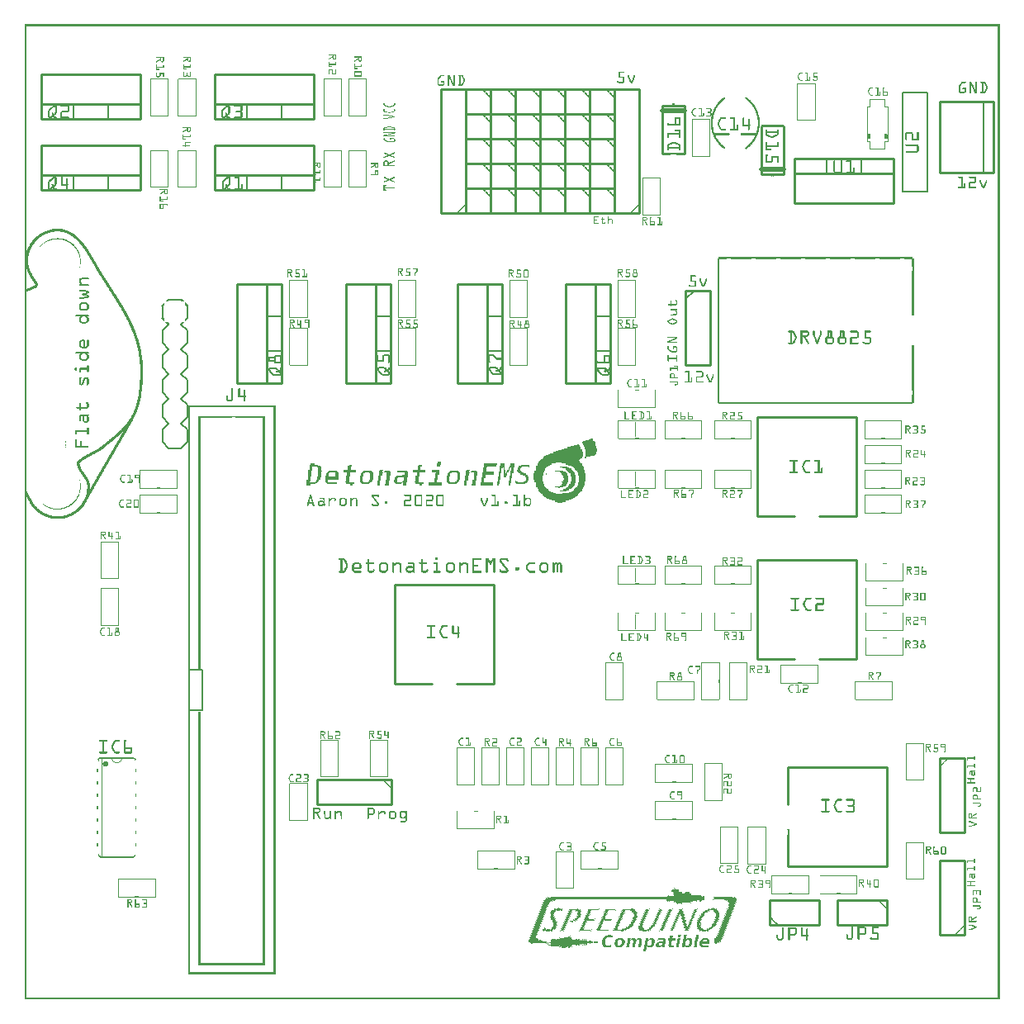
<source format=gto>
G04 MADE WITH FRITZING*
G04 WWW.FRITZING.ORG*
G04 DOUBLE SIDED*
G04 HOLES PLATED*
G04 CONTOUR ON CENTER OF CONTOUR VECTOR*
%ASAXBY*%
%FSLAX23Y23*%
%MOIN*%
%OFA0B0*%
%SFA1.0B1.0*%
%ADD10R,0.063000X0.173200X0.047000X0.157200*%
%ADD11C,0.008000*%
%ADD12C,0.006000*%
%ADD13C,0.002000*%
%ADD14C,0.010000*%
%ADD15C,0.005000*%
%ADD16C,0.020000*%
%ADD17R,0.001000X0.001000*%
%LNSILK1*%
G90*
G70*
G54D11*
X664Y1333D02*
X719Y1333D01*
X719Y1168D01*
X664Y1168D01*
X664Y1333D01*
D02*
G54D12*
X311Y576D02*
X435Y576D01*
D02*
X435Y976D02*
X311Y976D01*
G54D13*
D02*
X310Y976D02*
X310Y576D01*
G54D14*
D02*
X1894Y1276D02*
X1894Y1676D01*
D02*
X1894Y1676D02*
X1494Y1676D01*
D02*
X1494Y1676D02*
X1494Y1276D01*
D02*
X1894Y1276D02*
X1744Y1276D01*
D02*
X1644Y1276D02*
X1494Y1276D01*
D02*
X3357Y1376D02*
X3357Y1776D01*
D02*
X3357Y1776D02*
X2957Y1776D01*
D02*
X2957Y1776D02*
X2957Y1376D01*
D02*
X3357Y1376D02*
X3207Y1376D01*
D02*
X3107Y1376D02*
X2957Y1376D01*
D02*
X3357Y1951D02*
X3357Y2351D01*
D02*
X3357Y2351D02*
X2957Y2351D01*
D02*
X2957Y2351D02*
X2957Y1951D01*
D02*
X3357Y1951D02*
X3207Y1951D01*
D02*
X3107Y1951D02*
X2957Y1951D01*
G54D11*
D02*
X657Y2401D02*
X657Y2351D01*
D02*
X657Y2351D02*
X632Y2326D01*
D02*
X582Y2326D02*
X557Y2351D01*
D02*
X632Y2526D02*
X657Y2501D01*
D02*
X657Y2501D02*
X657Y2451D01*
D02*
X657Y2451D02*
X632Y2426D01*
D02*
X582Y2426D02*
X557Y2451D01*
D02*
X557Y2451D02*
X557Y2501D01*
D02*
X557Y2501D02*
X582Y2526D01*
D02*
X657Y2401D02*
X632Y2426D01*
D02*
X582Y2426D02*
X557Y2401D01*
D02*
X557Y2351D02*
X557Y2401D01*
D02*
X657Y2701D02*
X657Y2651D01*
D02*
X657Y2651D02*
X632Y2626D01*
D02*
X582Y2626D02*
X557Y2651D01*
D02*
X632Y2626D02*
X657Y2601D01*
D02*
X657Y2601D02*
X657Y2551D01*
D02*
X657Y2551D02*
X632Y2526D01*
D02*
X582Y2526D02*
X557Y2551D01*
D02*
X557Y2551D02*
X557Y2601D01*
D02*
X557Y2601D02*
X582Y2626D01*
D02*
X657Y2701D02*
X632Y2726D01*
D02*
X582Y2726D02*
X557Y2701D01*
D02*
X557Y2651D02*
X557Y2701D01*
D02*
X657Y2801D02*
X657Y2751D01*
D02*
X632Y2826D02*
X582Y2826D01*
D02*
X557Y2751D02*
X557Y2801D01*
D02*
X657Y2301D02*
X657Y2251D01*
D02*
X657Y2251D02*
X632Y2226D01*
D02*
X582Y2226D02*
X557Y2251D01*
D02*
X657Y2301D02*
X632Y2326D01*
D02*
X582Y2326D02*
X557Y2301D01*
D02*
X557Y2251D02*
X557Y2301D01*
D02*
X632Y2226D02*
X582Y2226D01*
G54D14*
D02*
X1782Y3176D02*
X1782Y3676D01*
D02*
X1782Y3676D02*
X1682Y3676D01*
D02*
X1682Y3676D02*
X1682Y3176D01*
D02*
X1682Y3176D02*
X1782Y3176D01*
D02*
X2482Y3176D02*
X2482Y3676D01*
D02*
X2482Y3676D02*
X2382Y3676D01*
D02*
X2382Y3676D02*
X2382Y3176D01*
D02*
X2382Y3176D02*
X2482Y3176D01*
D02*
X2282Y3676D02*
X2182Y3676D01*
D02*
X2182Y3676D02*
X2182Y3576D01*
D02*
X2182Y3576D02*
X2282Y3576D01*
D02*
X2282Y3576D02*
X2282Y3676D01*
D02*
X2282Y3576D02*
X2182Y3576D01*
D02*
X2182Y3576D02*
X2182Y3476D01*
D02*
X2182Y3476D02*
X2282Y3476D01*
D02*
X2282Y3476D02*
X2282Y3576D01*
D02*
X2282Y3476D02*
X2182Y3476D01*
D02*
X2182Y3476D02*
X2182Y3376D01*
D02*
X2182Y3376D02*
X2282Y3376D01*
D02*
X2282Y3376D02*
X2282Y3476D01*
D02*
X2082Y3476D02*
X1982Y3476D01*
D02*
X1982Y3476D02*
X1982Y3376D01*
D02*
X1982Y3376D02*
X2082Y3376D01*
D02*
X2082Y3376D02*
X2082Y3476D01*
D02*
X2082Y3676D02*
X1982Y3676D01*
D02*
X1982Y3676D02*
X1982Y3576D01*
D02*
X1982Y3576D02*
X2082Y3576D01*
D02*
X2082Y3576D02*
X2082Y3676D01*
D02*
X2082Y3576D02*
X1982Y3576D01*
D02*
X1982Y3576D02*
X1982Y3476D01*
D02*
X1982Y3476D02*
X2082Y3476D01*
D02*
X2082Y3476D02*
X2082Y3576D01*
D02*
X2082Y3276D02*
X1982Y3276D01*
D02*
X1982Y3276D02*
X1982Y3176D01*
D02*
X1982Y3176D02*
X2082Y3176D01*
D02*
X2082Y3176D02*
X2082Y3276D01*
D02*
X2082Y3376D02*
X1982Y3376D01*
D02*
X1982Y3376D02*
X1982Y3276D01*
D02*
X1982Y3276D02*
X2082Y3276D01*
D02*
X2082Y3276D02*
X2082Y3376D01*
D02*
X1882Y3576D02*
X1782Y3576D01*
D02*
X1782Y3576D02*
X1782Y3476D01*
D02*
X1782Y3476D02*
X1882Y3476D01*
D02*
X1882Y3476D02*
X1882Y3576D01*
D02*
X1882Y3676D02*
X1782Y3676D01*
D02*
X1782Y3676D02*
X1782Y3576D01*
D02*
X1782Y3576D02*
X1882Y3576D01*
D02*
X1882Y3576D02*
X1882Y3676D01*
D02*
X2382Y3276D02*
X2282Y3276D01*
D02*
X2282Y3276D02*
X2282Y3176D01*
D02*
X2282Y3176D02*
X2382Y3176D01*
D02*
X2382Y3176D02*
X2382Y3276D01*
D02*
X1982Y3676D02*
X1882Y3676D01*
D02*
X1882Y3676D02*
X1882Y3576D01*
D02*
X1882Y3576D02*
X1982Y3576D01*
D02*
X1982Y3576D02*
X1982Y3676D01*
D02*
X1982Y3476D02*
X1882Y3476D01*
D02*
X1882Y3476D02*
X1882Y3376D01*
D02*
X1882Y3376D02*
X1982Y3376D01*
D02*
X1982Y3376D02*
X1982Y3476D01*
D02*
X1982Y3276D02*
X1882Y3276D01*
D02*
X1882Y3276D02*
X1882Y3176D01*
D02*
X1882Y3176D02*
X1982Y3176D01*
D02*
X1982Y3176D02*
X1982Y3276D01*
D02*
X1982Y3376D02*
X1882Y3376D01*
D02*
X1882Y3376D02*
X1882Y3276D01*
D02*
X1882Y3276D02*
X1982Y3276D01*
D02*
X1982Y3276D02*
X1982Y3376D01*
D02*
X2382Y3676D02*
X2282Y3676D01*
D02*
X2282Y3676D02*
X2282Y3576D01*
D02*
X2282Y3576D02*
X2382Y3576D01*
D02*
X2382Y3576D02*
X2382Y3676D01*
D02*
X2382Y3576D02*
X2282Y3576D01*
D02*
X2282Y3576D02*
X2282Y3476D01*
D02*
X2282Y3476D02*
X2382Y3476D01*
D02*
X2382Y3476D02*
X2382Y3576D01*
D02*
X2382Y3476D02*
X2282Y3476D01*
D02*
X2282Y3476D02*
X2282Y3376D01*
D02*
X2282Y3376D02*
X2382Y3376D01*
D02*
X2382Y3376D02*
X2382Y3476D01*
D02*
X1882Y3276D02*
X1782Y3276D01*
D02*
X1782Y3276D02*
X1782Y3176D01*
D02*
X1782Y3176D02*
X1882Y3176D01*
D02*
X1882Y3176D02*
X1882Y3276D01*
D02*
X1882Y3376D02*
X1782Y3376D01*
D02*
X1782Y3376D02*
X1782Y3276D01*
D02*
X1782Y3276D02*
X1882Y3276D01*
D02*
X1882Y3276D02*
X1882Y3376D01*
D02*
X2182Y3476D02*
X2082Y3476D01*
D02*
X2082Y3476D02*
X2082Y3376D01*
D02*
X2082Y3376D02*
X2182Y3376D01*
D02*
X2182Y3376D02*
X2182Y3476D01*
D02*
X1982Y3576D02*
X1882Y3576D01*
D02*
X1882Y3576D02*
X1882Y3476D01*
D02*
X1882Y3476D02*
X1982Y3476D01*
D02*
X1982Y3476D02*
X1982Y3576D01*
D02*
X2182Y3276D02*
X2082Y3276D01*
D02*
X2082Y3276D02*
X2082Y3176D01*
D02*
X2082Y3176D02*
X2182Y3176D01*
D02*
X2182Y3176D02*
X2182Y3276D01*
D02*
X2182Y3376D02*
X2082Y3376D01*
D02*
X2082Y3376D02*
X2082Y3276D01*
D02*
X2082Y3276D02*
X2182Y3276D01*
D02*
X2182Y3276D02*
X2182Y3376D01*
D02*
X1482Y888D02*
X1182Y888D01*
D02*
X1182Y888D02*
X1182Y788D01*
D02*
X1182Y788D02*
X1482Y788D01*
D02*
X1482Y788D02*
X1482Y888D01*
D02*
X2182Y3676D02*
X2082Y3676D01*
D02*
X2082Y3676D02*
X2082Y3576D01*
D02*
X2082Y3576D02*
X2182Y3576D01*
D02*
X2182Y3576D02*
X2182Y3676D01*
D02*
X2182Y3576D02*
X2082Y3576D01*
D02*
X2082Y3576D02*
X2082Y3476D01*
D02*
X2082Y3476D02*
X2182Y3476D01*
D02*
X2182Y3476D02*
X2182Y3576D01*
D02*
X2382Y3376D02*
X2282Y3376D01*
D02*
X2282Y3376D02*
X2282Y3276D01*
D02*
X2282Y3276D02*
X2382Y3276D01*
D02*
X2382Y3276D02*
X2382Y3376D01*
D02*
X1882Y3476D02*
X1782Y3476D01*
D02*
X1782Y3476D02*
X1782Y3376D01*
D02*
X1782Y3376D02*
X1882Y3376D01*
D02*
X1882Y3376D02*
X1882Y3476D01*
D02*
X2282Y3276D02*
X2182Y3276D01*
D02*
X2182Y3276D02*
X2182Y3176D01*
D02*
X2182Y3176D02*
X2282Y3176D01*
D02*
X2282Y3176D02*
X2282Y3276D01*
D02*
X2282Y3376D02*
X2182Y3376D01*
D02*
X2182Y3376D02*
X2182Y3276D01*
D02*
X2182Y3276D02*
X2282Y3276D01*
D02*
X2282Y3276D02*
X2282Y3376D01*
D02*
X3082Y538D02*
X3482Y538D01*
D02*
X3482Y538D02*
X3482Y938D01*
D02*
X3482Y938D02*
X3082Y938D01*
D02*
X3082Y788D02*
X3082Y938D01*
D02*
X1477Y2888D02*
X1477Y2488D01*
D02*
X1477Y2488D02*
X1297Y2488D01*
D02*
X1297Y2488D02*
X1297Y2888D01*
D02*
X1297Y2888D02*
X1477Y2888D01*
D02*
X1477Y2888D02*
X1477Y2488D01*
D02*
X1477Y2488D02*
X1417Y2488D01*
D02*
X1417Y2488D02*
X1417Y2888D01*
D02*
X1417Y2888D02*
X1477Y2888D01*
G54D15*
D02*
X1477Y2758D02*
X1417Y2758D01*
D02*
X1477Y2618D02*
X1417Y2618D01*
G54D14*
D02*
X2364Y2888D02*
X2364Y2488D01*
D02*
X2364Y2488D02*
X2184Y2488D01*
D02*
X2184Y2488D02*
X2184Y2888D01*
D02*
X2184Y2888D02*
X2364Y2888D01*
D02*
X2364Y2888D02*
X2364Y2488D01*
D02*
X2364Y2488D02*
X2304Y2488D01*
D02*
X2304Y2488D02*
X2304Y2888D01*
D02*
X2304Y2888D02*
X2364Y2888D01*
G54D15*
D02*
X2364Y2758D02*
X2304Y2758D01*
D02*
X2364Y2618D02*
X2304Y2618D01*
G54D14*
D02*
X1927Y2888D02*
X1927Y2488D01*
D02*
X1927Y2488D02*
X1747Y2488D01*
D02*
X1747Y2488D02*
X1747Y2888D01*
D02*
X1747Y2888D02*
X1927Y2888D01*
D02*
X1927Y2888D02*
X1927Y2488D01*
D02*
X1927Y2488D02*
X1867Y2488D01*
D02*
X1867Y2488D02*
X1867Y2888D01*
D02*
X1867Y2888D02*
X1927Y2888D01*
G54D15*
D02*
X1927Y2758D02*
X1867Y2758D01*
D02*
X1927Y2618D02*
X1867Y2618D01*
G54D14*
D02*
X1039Y2888D02*
X1039Y2488D01*
D02*
X1039Y2488D02*
X859Y2488D01*
D02*
X859Y2488D02*
X859Y2888D01*
D02*
X859Y2888D02*
X1039Y2888D01*
D02*
X1039Y2888D02*
X1039Y2488D01*
D02*
X1039Y2488D02*
X979Y2488D01*
D02*
X979Y2488D02*
X979Y2888D01*
D02*
X979Y2888D02*
X1039Y2888D01*
G54D15*
D02*
X1039Y2758D02*
X979Y2758D01*
D02*
X1039Y2618D02*
X979Y2618D01*
G54D14*
D02*
X3794Y263D02*
X3794Y563D01*
D02*
X3794Y563D02*
X3694Y563D01*
D02*
X3694Y563D02*
X3694Y263D01*
D02*
X3694Y263D02*
X3794Y263D01*
D02*
X3694Y976D02*
X3694Y676D01*
D02*
X3694Y676D02*
X3794Y676D01*
D02*
X3794Y676D02*
X3794Y976D01*
D02*
X3794Y976D02*
X3694Y976D01*
D02*
X2669Y2863D02*
X2669Y2563D01*
D02*
X2669Y2563D02*
X2769Y2563D01*
D02*
X2769Y2563D02*
X2769Y2863D01*
D02*
X2769Y2863D02*
X2669Y2863D01*
G54D15*
D02*
X2669Y2828D02*
X2704Y2863D01*
G54D14*
D02*
X3007Y301D02*
X3207Y301D01*
D02*
X3207Y301D02*
X3207Y401D01*
D02*
X3207Y401D02*
X3007Y401D01*
D02*
X3007Y401D02*
X3007Y301D01*
D02*
X3482Y401D02*
X3282Y401D01*
D02*
X3282Y401D02*
X3282Y301D01*
D02*
X3282Y301D02*
X3482Y301D01*
D02*
X3482Y301D02*
X3482Y401D01*
D02*
X3107Y3396D02*
X3507Y3396D01*
D02*
X3507Y3396D02*
X3507Y3216D01*
D02*
X3507Y3216D02*
X3107Y3216D01*
D02*
X3107Y3216D02*
X3107Y3396D01*
D02*
X3107Y3396D02*
X3507Y3396D01*
D02*
X3507Y3396D02*
X3507Y3336D01*
D02*
X3507Y3336D02*
X3107Y3336D01*
D02*
X3107Y3336D02*
X3107Y3396D01*
G54D15*
D02*
X3237Y3396D02*
X3237Y3336D01*
D02*
X3377Y3396D02*
X3377Y3336D01*
G54D14*
D02*
X2664Y3609D02*
X2664Y3414D01*
D02*
X2574Y3414D02*
X2574Y3609D01*
D02*
X2574Y3609D02*
X2664Y3609D01*
G54D16*
D02*
X2574Y3589D02*
X2664Y3589D01*
G54D14*
D02*
X2974Y3332D02*
X2974Y3527D01*
D02*
X3064Y3527D02*
X3064Y3332D01*
D02*
X3064Y3332D02*
X2974Y3332D01*
G54D16*
D02*
X3064Y3352D02*
X2974Y3352D01*
G54D15*
D02*
X3544Y3263D02*
X3644Y3263D01*
D02*
X3644Y3263D02*
X3644Y3663D01*
D02*
X3644Y3663D02*
X3544Y3663D01*
D02*
X3544Y3663D02*
X3544Y3263D01*
G54D14*
D02*
X469Y3268D02*
X69Y3268D01*
D02*
X69Y3268D02*
X69Y3448D01*
D02*
X69Y3448D02*
X469Y3448D01*
D02*
X469Y3448D02*
X469Y3268D01*
D02*
X469Y3268D02*
X69Y3268D01*
D02*
X69Y3268D02*
X69Y3328D01*
D02*
X69Y3328D02*
X469Y3328D01*
D02*
X469Y3328D02*
X469Y3268D01*
G54D15*
D02*
X339Y3268D02*
X339Y3328D01*
D02*
X199Y3268D02*
X199Y3328D01*
G54D14*
D02*
X1169Y3556D02*
X769Y3556D01*
D02*
X769Y3556D02*
X769Y3736D01*
D02*
X769Y3736D02*
X1169Y3736D01*
D02*
X1169Y3736D02*
X1169Y3556D01*
D02*
X1169Y3556D02*
X769Y3556D01*
D02*
X769Y3556D02*
X769Y3616D01*
D02*
X769Y3616D02*
X1169Y3616D01*
D02*
X1169Y3616D02*
X1169Y3556D01*
G54D15*
D02*
X1039Y3556D02*
X1039Y3616D01*
D02*
X899Y3556D02*
X899Y3616D01*
G54D14*
D02*
X469Y3556D02*
X69Y3556D01*
D02*
X69Y3556D02*
X69Y3736D01*
D02*
X69Y3736D02*
X469Y3736D01*
D02*
X469Y3736D02*
X469Y3556D01*
D02*
X469Y3556D02*
X69Y3556D01*
D02*
X69Y3556D02*
X69Y3616D01*
D02*
X69Y3616D02*
X469Y3616D01*
D02*
X469Y3616D02*
X469Y3556D01*
G54D15*
D02*
X339Y3556D02*
X339Y3616D01*
D02*
X199Y3556D02*
X199Y3616D01*
G54D14*
D02*
X1169Y3268D02*
X769Y3268D01*
D02*
X769Y3268D02*
X769Y3448D01*
D02*
X769Y3448D02*
X1169Y3448D01*
D02*
X1169Y3448D02*
X1169Y3268D01*
D02*
X1169Y3268D02*
X769Y3268D01*
D02*
X769Y3268D02*
X769Y3328D01*
D02*
X769Y3328D02*
X1169Y3328D01*
D02*
X1169Y3328D02*
X1169Y3268D01*
G54D15*
D02*
X1039Y3268D02*
X1039Y3328D01*
D02*
X899Y3268D02*
X899Y3328D01*
G54D14*
D02*
X3694Y3625D02*
X3694Y3339D01*
D02*
X3694Y3339D02*
X3910Y3339D01*
D02*
X3910Y3339D02*
X3910Y3625D01*
D02*
X3910Y3625D02*
X3694Y3625D01*
G54D15*
D02*
X3870Y3339D02*
X3870Y3625D01*
G36*
X2285Y2266D02*
X2285Y2263D01*
X2277Y2263D01*
X2277Y2259D01*
X2265Y2259D01*
X2265Y2255D01*
X2254Y2255D01*
X2254Y2251D01*
X2250Y2251D01*
X2250Y2247D01*
X2254Y2247D01*
X2254Y2239D01*
X2257Y2239D01*
X2257Y2231D01*
X2261Y2231D01*
X2261Y2223D01*
X2265Y2223D01*
X2265Y2191D01*
X2261Y2191D01*
X2261Y2187D01*
X2269Y2187D01*
X2269Y2191D01*
X2285Y2191D01*
X2285Y2195D01*
X2300Y2195D01*
X2300Y2199D01*
X2304Y2199D01*
X2304Y2203D01*
X2308Y2203D01*
X2308Y2211D01*
X2312Y2211D01*
X2312Y2227D01*
X2308Y2227D01*
X2308Y2235D01*
X2304Y2235D01*
X2304Y2251D01*
X2300Y2251D01*
X2300Y2255D01*
X2296Y2255D01*
X2296Y2263D01*
X2293Y2263D01*
X2293Y2266D01*
X2285Y2266D01*
G37*
D02*
G36*
X2230Y2243D02*
X2230Y2239D01*
X2218Y2239D01*
X2218Y2235D01*
X2203Y2235D01*
X2203Y2231D01*
X2191Y2231D01*
X2191Y2227D01*
X2179Y2227D01*
X2179Y2223D01*
X2168Y2223D01*
X2168Y2219D01*
X2156Y2219D01*
X2156Y2215D01*
X2144Y2215D01*
X2144Y2211D01*
X2133Y2211D01*
X2133Y2207D01*
X2121Y2207D01*
X2121Y2203D01*
X2113Y2203D01*
X2113Y2199D01*
X2105Y2199D01*
X2105Y2195D01*
X2098Y2195D01*
X2098Y2191D01*
X2094Y2191D01*
X2094Y2187D01*
X2090Y2187D01*
X2090Y2183D01*
X2086Y2183D01*
X2086Y2180D01*
X2082Y2180D01*
X2082Y2176D01*
X2078Y2176D01*
X2078Y2172D01*
X2074Y2172D01*
X2074Y2168D01*
X2168Y2168D01*
X2168Y2164D01*
X2183Y2164D01*
X2183Y2160D01*
X2195Y2160D01*
X2195Y2156D01*
X2207Y2156D01*
X2207Y2152D01*
X2215Y2152D01*
X2215Y2148D01*
X2218Y2148D01*
X2218Y2144D01*
X2222Y2144D01*
X2222Y2140D01*
X2226Y2140D01*
X2226Y2136D01*
X2230Y2136D01*
X2230Y2128D01*
X2234Y2128D01*
X2234Y2116D01*
X2238Y2116D01*
X2238Y2089D01*
X2234Y2089D01*
X2234Y2077D01*
X2230Y2077D01*
X2230Y2069D01*
X2226Y2069D01*
X2226Y2065D01*
X2222Y2065D01*
X2222Y2061D01*
X2218Y2061D01*
X2218Y2057D01*
X2215Y2057D01*
X2215Y2053D01*
X2207Y2053D01*
X2207Y2049D01*
X2199Y2049D01*
X2199Y2045D01*
X2172Y2045D01*
X2172Y2041D01*
X2238Y2041D01*
X2238Y2045D01*
X2242Y2045D01*
X2242Y2049D01*
X2246Y2049D01*
X2246Y2053D01*
X2250Y2053D01*
X2250Y2061D01*
X2254Y2061D01*
X2254Y2069D01*
X2257Y2069D01*
X2257Y2077D01*
X2261Y2077D01*
X2261Y2093D01*
X2265Y2093D01*
X2265Y2124D01*
X2261Y2124D01*
X2261Y2140D01*
X2257Y2140D01*
X2257Y2152D01*
X2254Y2152D01*
X2254Y2156D01*
X2250Y2156D01*
X2250Y2164D01*
X2246Y2164D01*
X2246Y2168D01*
X2242Y2168D01*
X2242Y2176D01*
X2238Y2176D01*
X2238Y2180D01*
X2242Y2180D01*
X2242Y2183D01*
X2246Y2183D01*
X2246Y2187D01*
X2250Y2187D01*
X2250Y2191D01*
X2254Y2191D01*
X2254Y2211D01*
X2250Y2211D01*
X2250Y2223D01*
X2246Y2223D01*
X2246Y2231D01*
X2242Y2231D01*
X2242Y2239D01*
X2238Y2239D01*
X2238Y2243D01*
X2230Y2243D01*
G37*
D02*
G36*
X2074Y2168D02*
X2074Y2164D01*
X2070Y2164D01*
X2070Y2156D01*
X2066Y2156D01*
X2066Y2148D01*
X2063Y2148D01*
X2063Y2136D01*
X2059Y2136D01*
X2059Y2124D01*
X2055Y2124D01*
X2055Y2100D01*
X2059Y2100D01*
X2059Y2089D01*
X2063Y2089D01*
X2063Y2077D01*
X2066Y2077D01*
X2066Y2069D01*
X2070Y2069D01*
X2070Y2061D01*
X2074Y2061D01*
X2074Y2053D01*
X2078Y2053D01*
X2078Y2049D01*
X2082Y2049D01*
X2082Y2045D01*
X2086Y2045D01*
X2086Y2041D01*
X2144Y2041D01*
X2144Y2045D01*
X2133Y2045D01*
X2133Y2049D01*
X2125Y2049D01*
X2125Y2053D01*
X2117Y2053D01*
X2117Y2057D01*
X2113Y2057D01*
X2113Y2061D01*
X2109Y2061D01*
X2109Y2065D01*
X2105Y2065D01*
X2105Y2069D01*
X2102Y2069D01*
X2102Y2073D01*
X2098Y2073D01*
X2098Y2081D01*
X2094Y2081D01*
X2094Y2093D01*
X2090Y2093D01*
X2090Y2116D01*
X2094Y2116D01*
X2094Y2128D01*
X2098Y2128D01*
X2098Y2136D01*
X2102Y2136D01*
X2102Y2144D01*
X2105Y2144D01*
X2105Y2148D01*
X2109Y2148D01*
X2109Y2152D01*
X2113Y2152D01*
X2113Y2156D01*
X2121Y2156D01*
X2121Y2160D01*
X2129Y2160D01*
X2129Y2164D01*
X2144Y2164D01*
X2144Y2168D01*
X2074Y2168D01*
G37*
D02*
G36*
X2090Y2041D02*
X2090Y2037D01*
X2234Y2037D01*
X2234Y2041D01*
X2090Y2041D01*
G37*
D02*
G36*
X2090Y2041D02*
X2090Y2037D01*
X2234Y2037D01*
X2234Y2041D01*
X2090Y2041D01*
G37*
D02*
G36*
X2094Y2037D02*
X2094Y2033D01*
X2098Y2033D01*
X2098Y2029D01*
X2105Y2029D01*
X2105Y2025D01*
X2109Y2025D01*
X2109Y2021D01*
X2117Y2021D01*
X2117Y2018D01*
X2129Y2018D01*
X2129Y2014D01*
X2140Y2014D01*
X2140Y2010D01*
X2152Y2010D01*
X2152Y2006D01*
X2172Y2006D01*
X2172Y2010D01*
X2183Y2010D01*
X2183Y2014D01*
X2199Y2014D01*
X2199Y2018D01*
X2207Y2018D01*
X2207Y2021D01*
X2215Y2021D01*
X2215Y2025D01*
X2222Y2025D01*
X2222Y2029D01*
X2226Y2029D01*
X2226Y2033D01*
X2230Y2033D01*
X2230Y2037D01*
X2094Y2037D01*
G37*
D02*
G36*
X1669Y2172D02*
X1669Y2164D01*
X1665Y2164D01*
X1665Y2152D01*
X1677Y2152D01*
X1677Y2160D01*
X1681Y2160D01*
X1681Y2172D01*
X1669Y2172D01*
G37*
D02*
G36*
X1154Y2164D02*
X1154Y2160D01*
X1150Y2160D01*
X1150Y2152D01*
X1182Y2152D01*
X1182Y2148D01*
X1185Y2148D01*
X1185Y2112D01*
X1182Y2112D01*
X1182Y2100D01*
X1178Y2100D01*
X1178Y2093D01*
X1174Y2093D01*
X1174Y2089D01*
X1185Y2089D01*
X1185Y2093D01*
X1189Y2093D01*
X1189Y2100D01*
X1193Y2100D01*
X1193Y2108D01*
X1197Y2108D01*
X1197Y2132D01*
X1201Y2132D01*
X1201Y2136D01*
X1197Y2136D01*
X1197Y2152D01*
X1193Y2152D01*
X1193Y2156D01*
X1185Y2156D01*
X1185Y2160D01*
X1170Y2160D01*
X1170Y2164D01*
X1154Y2164D01*
G37*
D02*
G36*
X1150Y2152D02*
X1150Y2140D01*
X1146Y2140D01*
X1146Y2120D01*
X1143Y2120D01*
X1143Y2100D01*
X1139Y2100D01*
X1139Y2089D01*
X1150Y2089D01*
X1150Y2093D01*
X1154Y2093D01*
X1154Y2112D01*
X1158Y2112D01*
X1158Y2136D01*
X1162Y2136D01*
X1162Y2152D01*
X1150Y2152D01*
G37*
D02*
G36*
X1139Y2089D02*
X1139Y2085D01*
X1182Y2085D01*
X1182Y2089D01*
X1139Y2089D01*
G37*
D02*
G36*
X1139Y2089D02*
X1139Y2085D01*
X1182Y2085D01*
X1182Y2089D01*
X1139Y2089D01*
G37*
D02*
G36*
X1139Y2085D02*
X1139Y2077D01*
X1154Y2077D01*
X1154Y2081D01*
X1174Y2081D01*
X1174Y2085D01*
X1139Y2085D01*
G37*
D02*
G36*
X1856Y2164D02*
X1856Y2148D01*
X1852Y2148D01*
X1852Y2128D01*
X1848Y2128D01*
X1848Y2108D01*
X1844Y2108D01*
X1844Y2089D01*
X1840Y2089D01*
X1840Y2077D01*
X1891Y2077D01*
X1891Y2089D01*
X1856Y2089D01*
X1856Y2104D01*
X1860Y2104D01*
X1860Y2120D01*
X1895Y2120D01*
X1895Y2132D01*
X1864Y2132D01*
X1864Y2148D01*
X1868Y2148D01*
X1868Y2152D01*
X1903Y2152D01*
X1903Y2160D01*
X1907Y2160D01*
X1907Y2164D01*
X1856Y2164D01*
G37*
D02*
G36*
X1922Y2164D02*
X1922Y2156D01*
X1918Y2156D01*
X1918Y2148D01*
X1934Y2148D01*
X1934Y2124D01*
X1942Y2124D01*
X1942Y2140D01*
X1938Y2140D01*
X1938Y2164D01*
X1922Y2164D01*
G37*
D02*
G36*
X1961Y2164D02*
X1961Y2156D01*
X1957Y2156D01*
X1957Y2148D01*
X1965Y2148D01*
X1965Y2136D01*
X1961Y2136D01*
X1961Y2116D01*
X1957Y2116D01*
X1957Y2097D01*
X1953Y2097D01*
X1953Y2077D01*
X1961Y2077D01*
X1961Y2085D01*
X1965Y2085D01*
X1965Y2104D01*
X1969Y2104D01*
X1969Y2124D01*
X1973Y2124D01*
X1973Y2148D01*
X1977Y2148D01*
X1977Y2164D01*
X1961Y2164D01*
G37*
D02*
G36*
X1918Y2148D02*
X1918Y2132D01*
X1914Y2132D01*
X1914Y2112D01*
X1910Y2112D01*
X1910Y2093D01*
X1907Y2093D01*
X1907Y2077D01*
X1914Y2077D01*
X1914Y2081D01*
X1918Y2081D01*
X1918Y2100D01*
X1922Y2100D01*
X1922Y2124D01*
X1926Y2124D01*
X1926Y2144D01*
X1930Y2144D01*
X1930Y2148D01*
X1918Y2148D01*
G37*
D02*
G36*
X1953Y2148D02*
X1953Y2140D01*
X1949Y2140D01*
X1949Y2132D01*
X1946Y2132D01*
X1946Y2124D01*
X1949Y2124D01*
X1949Y2128D01*
X1953Y2128D01*
X1953Y2136D01*
X1957Y2136D01*
X1957Y2144D01*
X1961Y2144D01*
X1961Y2148D01*
X1953Y2148D01*
G37*
D02*
G36*
X1934Y2124D02*
X1934Y2120D01*
X1949Y2120D01*
X1949Y2124D01*
X1934Y2124D01*
G37*
D02*
G36*
X1934Y2124D02*
X1934Y2120D01*
X1949Y2120D01*
X1949Y2124D01*
X1934Y2124D01*
G37*
D02*
G36*
X1934Y2120D02*
X1934Y2108D01*
X1946Y2108D01*
X1946Y2116D01*
X1949Y2116D01*
X1949Y2120D01*
X1934Y2120D01*
G37*
D02*
G36*
X1310Y2160D02*
X1310Y2156D01*
X1306Y2156D01*
X1306Y2140D01*
X1287Y2140D01*
X1287Y2128D01*
X1302Y2128D01*
X1302Y2116D01*
X1299Y2116D01*
X1299Y2093D01*
X1295Y2093D01*
X1295Y2089D01*
X1299Y2089D01*
X1299Y2081D01*
X1314Y2081D01*
X1314Y2077D01*
X1326Y2077D01*
X1326Y2081D01*
X1330Y2081D01*
X1330Y2089D01*
X1310Y2089D01*
X1310Y2112D01*
X1314Y2112D01*
X1314Y2128D01*
X1337Y2128D01*
X1337Y2140D01*
X1318Y2140D01*
X1318Y2152D01*
X1322Y2152D01*
X1322Y2160D01*
X1310Y2160D01*
G37*
D02*
G36*
X1591Y2160D02*
X1591Y2156D01*
X1587Y2156D01*
X1587Y2140D01*
X1567Y2140D01*
X1567Y2128D01*
X1583Y2128D01*
X1583Y2116D01*
X1579Y2116D01*
X1579Y2093D01*
X1575Y2093D01*
X1575Y2089D01*
X1579Y2089D01*
X1579Y2081D01*
X1595Y2081D01*
X1595Y2077D01*
X1606Y2077D01*
X1606Y2081D01*
X1610Y2081D01*
X1610Y2089D01*
X1591Y2089D01*
X1591Y2112D01*
X1595Y2112D01*
X1595Y2128D01*
X1618Y2128D01*
X1618Y2140D01*
X1599Y2140D01*
X1599Y2152D01*
X1603Y2152D01*
X1603Y2160D01*
X1591Y2160D01*
G37*
D02*
G36*
X2160Y2152D02*
X2160Y2148D01*
X2172Y2148D01*
X2172Y2144D01*
X2183Y2144D01*
X2183Y2140D01*
X2187Y2140D01*
X2187Y2136D01*
X2191Y2136D01*
X2191Y2132D01*
X2195Y2132D01*
X2195Y2128D01*
X2199Y2128D01*
X2199Y2124D01*
X2203Y2124D01*
X2203Y2112D01*
X2207Y2112D01*
X2207Y2093D01*
X2203Y2093D01*
X2203Y2081D01*
X2199Y2081D01*
X2199Y2077D01*
X2195Y2077D01*
X2195Y2069D01*
X2187Y2069D01*
X2187Y2065D01*
X2183Y2065D01*
X2183Y2061D01*
X2176Y2061D01*
X2176Y2057D01*
X2160Y2057D01*
X2160Y2053D01*
X2187Y2053D01*
X2187Y2057D01*
X2199Y2057D01*
X2199Y2061D01*
X2207Y2061D01*
X2207Y2065D01*
X2211Y2065D01*
X2211Y2069D01*
X2215Y2069D01*
X2215Y2073D01*
X2218Y2073D01*
X2218Y2077D01*
X2222Y2077D01*
X2222Y2085D01*
X2226Y2085D01*
X2226Y2120D01*
X2222Y2120D01*
X2222Y2128D01*
X2218Y2128D01*
X2218Y2132D01*
X2215Y2132D01*
X2215Y2136D01*
X2211Y2136D01*
X2211Y2140D01*
X2207Y2140D01*
X2207Y2144D01*
X2199Y2144D01*
X2199Y2148D01*
X2191Y2148D01*
X2191Y2152D01*
X2160Y2152D01*
G37*
D02*
G36*
X1435Y2140D02*
X1435Y2136D01*
X1431Y2136D01*
X1431Y2116D01*
X1427Y2116D01*
X1427Y2097D01*
X1423Y2097D01*
X1423Y2077D01*
X1435Y2077D01*
X1435Y2097D01*
X1439Y2097D01*
X1439Y2116D01*
X1443Y2116D01*
X1443Y2124D01*
X1447Y2124D01*
X1447Y2128D01*
X1443Y2128D01*
X1443Y2136D01*
X1447Y2136D01*
X1447Y2140D01*
X1435Y2140D01*
G37*
D02*
G36*
X1645Y2140D02*
X1645Y2128D01*
X1661Y2128D01*
X1661Y2124D01*
X1657Y2124D01*
X1657Y2104D01*
X1653Y2104D01*
X1653Y2089D01*
X1630Y2089D01*
X1630Y2077D01*
X1684Y2077D01*
X1684Y2089D01*
X1665Y2089D01*
X1665Y2100D01*
X1669Y2100D01*
X1669Y2120D01*
X1673Y2120D01*
X1673Y2140D01*
X1645Y2140D01*
G37*
D02*
G36*
X1786Y2140D02*
X1786Y2136D01*
X1782Y2136D01*
X1782Y2116D01*
X1778Y2116D01*
X1778Y2097D01*
X1774Y2097D01*
X1774Y2077D01*
X1786Y2077D01*
X1786Y2097D01*
X1790Y2097D01*
X1790Y2116D01*
X1794Y2116D01*
X1794Y2124D01*
X1797Y2124D01*
X1797Y2128D01*
X1794Y2128D01*
X1794Y2136D01*
X1797Y2136D01*
X1797Y2140D01*
X1786Y2140D01*
G37*
D02*
G36*
X1228Y2136D02*
X1228Y2132D01*
X1224Y2132D01*
X1224Y2128D01*
X1256Y2128D01*
X1256Y2112D01*
X1267Y2112D01*
X1267Y2128D01*
X1263Y2128D01*
X1263Y2132D01*
X1260Y2132D01*
X1260Y2136D01*
X1228Y2136D01*
G37*
D02*
G36*
X1221Y2128D02*
X1221Y2124D01*
X1217Y2124D01*
X1217Y2116D01*
X1213Y2116D01*
X1213Y2112D01*
X1228Y2112D01*
X1228Y2124D01*
X1232Y2124D01*
X1232Y2128D01*
X1221Y2128D01*
G37*
D02*
G36*
X1213Y2112D02*
X1213Y2108D01*
X1267Y2108D01*
X1267Y2112D01*
X1213Y2112D01*
G37*
D02*
G36*
X1213Y2112D02*
X1213Y2108D01*
X1267Y2108D01*
X1267Y2112D01*
X1213Y2112D01*
G37*
D02*
G36*
X1213Y2108D02*
X1213Y2089D01*
X1217Y2089D01*
X1217Y2085D01*
X1221Y2085D01*
X1221Y2081D01*
X1260Y2081D01*
X1260Y2089D01*
X1224Y2089D01*
X1224Y2100D01*
X1267Y2100D01*
X1267Y2108D01*
X1213Y2108D01*
G37*
D02*
G36*
X1369Y2136D02*
X1369Y2132D01*
X1365Y2132D01*
X1365Y2128D01*
X1392Y2128D01*
X1392Y2124D01*
X1396Y2124D01*
X1396Y2100D01*
X1392Y2100D01*
X1392Y2093D01*
X1388Y2093D01*
X1388Y2089D01*
X1400Y2089D01*
X1400Y2093D01*
X1404Y2093D01*
X1404Y2100D01*
X1408Y2100D01*
X1408Y2128D01*
X1404Y2128D01*
X1404Y2132D01*
X1400Y2132D01*
X1400Y2136D01*
X1369Y2136D01*
G37*
D02*
G36*
X1361Y2128D02*
X1361Y2124D01*
X1357Y2124D01*
X1357Y2116D01*
X1353Y2116D01*
X1353Y2089D01*
X1369Y2089D01*
X1369Y2093D01*
X1365Y2093D01*
X1365Y2112D01*
X1369Y2112D01*
X1369Y2124D01*
X1373Y2124D01*
X1373Y2128D01*
X1361Y2128D01*
G37*
D02*
G36*
X1357Y2089D02*
X1357Y2085D01*
X1396Y2085D01*
X1396Y2089D01*
X1357Y2089D01*
G37*
D02*
G36*
X1357Y2089D02*
X1357Y2085D01*
X1396Y2085D01*
X1396Y2089D01*
X1357Y2089D01*
G37*
D02*
G36*
X1361Y2085D02*
X1361Y2081D01*
X1392Y2081D01*
X1392Y2085D01*
X1361Y2085D01*
G37*
D02*
G36*
X1454Y2136D02*
X1454Y2132D01*
X1451Y2132D01*
X1451Y2128D01*
X1462Y2128D01*
X1462Y2100D01*
X1458Y2100D01*
X1458Y2081D01*
X1454Y2081D01*
X1454Y2077D01*
X1470Y2077D01*
X1470Y2097D01*
X1474Y2097D01*
X1474Y2116D01*
X1478Y2116D01*
X1478Y2132D01*
X1474Y2132D01*
X1474Y2136D01*
X1454Y2136D01*
G37*
D02*
G36*
X1505Y2136D02*
X1505Y2128D01*
X1536Y2128D01*
X1536Y2120D01*
X1525Y2120D01*
X1525Y2116D01*
X1501Y2116D01*
X1501Y2112D01*
X1497Y2112D01*
X1497Y2108D01*
X1532Y2108D01*
X1532Y2097D01*
X1528Y2097D01*
X1528Y2093D01*
X1525Y2093D01*
X1525Y2089D01*
X1528Y2089D01*
X1528Y2077D01*
X1540Y2077D01*
X1540Y2089D01*
X1544Y2089D01*
X1544Y2108D01*
X1548Y2108D01*
X1548Y2132D01*
X1544Y2132D01*
X1544Y2136D01*
X1505Y2136D01*
G37*
D02*
G36*
X1493Y2108D02*
X1493Y2100D01*
X1490Y2100D01*
X1490Y2089D01*
X1505Y2089D01*
X1505Y2104D01*
X1509Y2104D01*
X1509Y2108D01*
X1493Y2108D01*
G37*
D02*
G36*
X1493Y2089D02*
X1493Y2085D01*
X1497Y2085D01*
X1497Y2081D01*
X1521Y2081D01*
X1521Y2085D01*
X1525Y2085D01*
X1525Y2089D01*
X1493Y2089D01*
G37*
D02*
G36*
X1719Y2136D02*
X1719Y2132D01*
X1716Y2132D01*
X1716Y2128D01*
X1743Y2128D01*
X1743Y2124D01*
X1747Y2124D01*
X1747Y2100D01*
X1743Y2100D01*
X1743Y2093D01*
X1739Y2093D01*
X1739Y2089D01*
X1751Y2089D01*
X1751Y2093D01*
X1755Y2093D01*
X1755Y2100D01*
X1758Y2100D01*
X1758Y2128D01*
X1755Y2128D01*
X1755Y2132D01*
X1751Y2132D01*
X1751Y2136D01*
X1719Y2136D01*
G37*
D02*
G36*
X1712Y2128D02*
X1712Y2124D01*
X1708Y2124D01*
X1708Y2116D01*
X1704Y2116D01*
X1704Y2089D01*
X1719Y2089D01*
X1719Y2093D01*
X1716Y2093D01*
X1716Y2112D01*
X1719Y2112D01*
X1719Y2124D01*
X1723Y2124D01*
X1723Y2128D01*
X1712Y2128D01*
G37*
D02*
G36*
X1708Y2089D02*
X1708Y2085D01*
X1747Y2085D01*
X1747Y2089D01*
X1708Y2089D01*
G37*
D02*
G36*
X1708Y2089D02*
X1708Y2085D01*
X1747Y2085D01*
X1747Y2089D01*
X1708Y2089D01*
G37*
D02*
G36*
X1712Y2085D02*
X1712Y2081D01*
X1743Y2081D01*
X1743Y2085D01*
X1712Y2085D01*
G37*
D02*
G36*
X1805Y2136D02*
X1805Y2132D01*
X1801Y2132D01*
X1801Y2128D01*
X1813Y2128D01*
X1813Y2100D01*
X1809Y2100D01*
X1809Y2081D01*
X1805Y2081D01*
X1805Y2077D01*
X1821Y2077D01*
X1821Y2097D01*
X1825Y2097D01*
X1825Y2116D01*
X1829Y2116D01*
X1829Y2132D01*
X1825Y2132D01*
X1825Y2136D01*
X1805Y2136D01*
G37*
D02*
G36*
X2140Y2136D02*
X2140Y2132D01*
X2160Y2132D01*
X2160Y2128D01*
X2164Y2128D01*
X2164Y2124D01*
X2168Y2124D01*
X2168Y2120D01*
X2172Y2120D01*
X2172Y2116D01*
X2176Y2116D01*
X2176Y2104D01*
X2179Y2104D01*
X2179Y2100D01*
X2176Y2100D01*
X2176Y2093D01*
X2168Y2093D01*
X2168Y2089D01*
X2172Y2089D01*
X2172Y2081D01*
X2168Y2081D01*
X2168Y2077D01*
X2160Y2077D01*
X2160Y2073D01*
X2140Y2073D01*
X2140Y2069D01*
X2156Y2069D01*
X2156Y2065D01*
X2160Y2065D01*
X2160Y2069D01*
X2176Y2069D01*
X2176Y2073D01*
X2183Y2073D01*
X2183Y2077D01*
X2187Y2077D01*
X2187Y2081D01*
X2191Y2081D01*
X2191Y2089D01*
X2195Y2089D01*
X2195Y2116D01*
X2191Y2116D01*
X2191Y2124D01*
X2187Y2124D01*
X2187Y2128D01*
X2183Y2128D01*
X2183Y2132D01*
X2176Y2132D01*
X2176Y2136D01*
X2140Y2136D01*
G37*
D02*
G36*
X2105Y2124D02*
X2105Y2120D01*
X2109Y2120D01*
X2109Y2124D01*
X2105Y2124D01*
G37*
D02*
G36*
X2004Y2160D02*
X2004Y2156D01*
X1996Y2156D01*
X1996Y2152D01*
X2035Y2152D01*
X2035Y2148D01*
X2039Y2148D01*
X2039Y2160D01*
X2004Y2160D01*
G37*
D02*
G36*
X1996Y2152D02*
X1996Y2148D01*
X1992Y2148D01*
X1992Y2140D01*
X1988Y2140D01*
X1988Y2132D01*
X1992Y2132D01*
X1992Y2128D01*
X1996Y2128D01*
X1996Y2124D01*
X2000Y2124D01*
X2000Y2120D01*
X2012Y2120D01*
X2012Y2116D01*
X2020Y2116D01*
X2020Y2108D01*
X2024Y2108D01*
X2024Y2097D01*
X2020Y2097D01*
X2020Y2093D01*
X2016Y2093D01*
X2016Y2089D01*
X2031Y2089D01*
X2031Y2097D01*
X2035Y2097D01*
X2035Y2112D01*
X2031Y2112D01*
X2031Y2120D01*
X2024Y2120D01*
X2024Y2124D01*
X2016Y2124D01*
X2016Y2128D01*
X2008Y2128D01*
X2008Y2132D01*
X2004Y2132D01*
X2004Y2136D01*
X2000Y2136D01*
X2000Y2144D01*
X2004Y2144D01*
X2004Y2148D01*
X2008Y2148D01*
X2008Y2152D01*
X1996Y2152D01*
G37*
D02*
G36*
X1981Y2097D02*
X1981Y2089D01*
X1992Y2089D01*
X1992Y2093D01*
X1985Y2093D01*
X1985Y2097D01*
X1981Y2097D01*
G37*
D02*
G36*
X1981Y2089D02*
X1981Y2085D01*
X2027Y2085D01*
X2027Y2089D01*
X1981Y2089D01*
G37*
D02*
G36*
X1981Y2089D02*
X1981Y2085D01*
X2027Y2085D01*
X2027Y2089D01*
X1981Y2089D01*
G37*
D02*
G36*
X1985Y2085D02*
X1985Y2081D01*
X2020Y2081D01*
X2020Y2085D01*
X1985Y2085D01*
G37*
D02*
G36*
X2624Y453D02*
X2624Y452D01*
X2627Y452D01*
X2627Y453D01*
X2624Y453D01*
G37*
D02*
G36*
X2623Y452D02*
X2623Y451D01*
X2624Y451D01*
X2624Y452D01*
X2623Y452D01*
G37*
D02*
G36*
X2627Y452D02*
X2627Y451D01*
X2628Y451D01*
X2628Y452D01*
X2627Y452D01*
G37*
D02*
G36*
X2622Y451D02*
X2622Y450D01*
X2623Y450D01*
X2623Y451D01*
X2622Y451D01*
G37*
D02*
G36*
X2628Y451D02*
X2628Y450D01*
X2629Y450D01*
X2629Y451D01*
X2628Y451D01*
G37*
D02*
G36*
X2621Y450D02*
X2621Y449D01*
X2622Y449D01*
X2622Y450D01*
X2621Y450D01*
G37*
D02*
G36*
X2629Y450D02*
X2629Y449D01*
X2633Y449D01*
X2633Y447D01*
X2634Y447D01*
X2634Y450D01*
X2629Y450D01*
G37*
D02*
G36*
X2620Y449D02*
X2620Y447D01*
X2621Y447D01*
X2621Y449D01*
X2620Y449D01*
G37*
D02*
G36*
X2619Y447D02*
X2619Y446D01*
X2620Y446D01*
X2620Y447D01*
X2619Y447D01*
G37*
D02*
G36*
X2634Y447D02*
X2634Y446D01*
X2635Y446D01*
X2635Y445D01*
X2637Y445D01*
X2637Y444D01*
X2638Y444D01*
X2638Y443D01*
X2639Y443D01*
X2639Y435D01*
X2640Y435D01*
X2640Y444D01*
X2639Y444D01*
X2639Y445D01*
X2638Y445D01*
X2638Y446D01*
X2637Y446D01*
X2637Y447D01*
X2634Y447D01*
G37*
D02*
G36*
X2618Y446D02*
X2618Y445D01*
X2619Y445D01*
X2619Y446D01*
X2618Y446D01*
G37*
D02*
G36*
X2617Y445D02*
X2617Y444D01*
X2618Y444D01*
X2618Y445D01*
X2617Y445D01*
G37*
D02*
G36*
X2616Y444D02*
X2616Y443D01*
X2617Y443D01*
X2617Y444D01*
X2616Y444D01*
G37*
D02*
G36*
X2614Y443D02*
X2614Y442D01*
X2616Y442D01*
X2616Y443D01*
X2614Y443D01*
G37*
D02*
G36*
X2612Y442D02*
X2612Y441D01*
X2611Y441D01*
X2611Y440D01*
X2610Y440D01*
X2610Y436D01*
X2611Y436D01*
X2611Y439D01*
X2612Y439D01*
X2612Y440D01*
X2613Y440D01*
X2613Y441D01*
X2614Y441D01*
X2614Y442D01*
X2612Y442D01*
G37*
D02*
G36*
X2611Y436D02*
X2611Y435D01*
X2612Y435D01*
X2612Y436D01*
X2611Y436D01*
G37*
D02*
G36*
X2612Y435D02*
X2612Y434D01*
X2613Y434D01*
X2613Y435D01*
X2612Y435D01*
G37*
D02*
G36*
X2640Y435D02*
X2640Y434D01*
X2641Y434D01*
X2641Y435D01*
X2640Y435D01*
G37*
D02*
G36*
X2613Y434D02*
X2613Y433D01*
X2614Y433D01*
X2614Y434D01*
X2613Y434D01*
G37*
D02*
G36*
X2641Y434D02*
X2641Y433D01*
X2653Y433D01*
X2653Y434D01*
X2641Y434D01*
G37*
D02*
G36*
X2667Y434D02*
X2667Y433D01*
X2684Y433D01*
X2684Y434D01*
X2667Y434D01*
G37*
D02*
G36*
X2614Y433D02*
X2614Y432D01*
X2616Y432D01*
X2616Y433D01*
X2614Y433D01*
G37*
D02*
G36*
X2653Y433D02*
X2653Y432D01*
X2654Y432D01*
X2654Y433D01*
X2653Y433D01*
G37*
D02*
G36*
X2665Y433D02*
X2665Y432D01*
X2667Y432D01*
X2667Y433D01*
X2665Y433D01*
G37*
D02*
G36*
X2684Y433D02*
X2684Y432D01*
X2685Y432D01*
X2685Y433D01*
X2684Y433D01*
G37*
D02*
G36*
X2616Y432D02*
X2616Y431D01*
X2617Y431D01*
X2617Y432D01*
X2616Y432D01*
G37*
D02*
G36*
X2654Y432D02*
X2654Y431D01*
X2665Y431D01*
X2665Y432D01*
X2654Y432D01*
G37*
D02*
G36*
X2685Y432D02*
X2685Y431D01*
X2687Y431D01*
X2687Y432D01*
X2685Y432D01*
G37*
D02*
G36*
X2617Y431D02*
X2617Y430D01*
X2618Y430D01*
X2618Y431D01*
X2617Y431D01*
G37*
D02*
G36*
X2687Y431D02*
X2687Y430D01*
X2688Y430D01*
X2688Y431D01*
X2687Y431D01*
G37*
D02*
G36*
X2618Y430D02*
X2618Y429D01*
X2619Y429D01*
X2619Y430D01*
X2618Y430D01*
G37*
D02*
G36*
X2688Y430D02*
X2688Y429D01*
X2689Y429D01*
X2689Y430D01*
X2688Y430D01*
G37*
D02*
G36*
X2619Y429D02*
X2619Y427D01*
X2620Y427D01*
X2620Y429D01*
X2619Y429D01*
G37*
D02*
G36*
X2689Y429D02*
X2689Y427D01*
X2690Y427D01*
X2690Y429D01*
X2689Y429D01*
G37*
D02*
G36*
X2620Y427D02*
X2620Y423D01*
X2619Y423D01*
X2619Y422D01*
X2621Y422D01*
X2621Y424D01*
X2622Y424D01*
X2622Y426D01*
X2621Y426D01*
X2621Y427D01*
X2620Y427D01*
G37*
D02*
G36*
X2690Y427D02*
X2690Y426D01*
X2691Y426D01*
X2691Y427D01*
X2690Y427D01*
G37*
D02*
G36*
X2691Y426D02*
X2691Y425D01*
X2692Y425D01*
X2692Y424D01*
X2711Y424D01*
X2711Y425D01*
X2712Y425D01*
X2712Y426D01*
X2691Y426D01*
G37*
D02*
G36*
X2726Y426D02*
X2726Y425D01*
X2725Y425D01*
X2725Y424D01*
X2728Y424D01*
X2728Y425D01*
X2729Y425D01*
X2729Y426D01*
X2726Y426D01*
G37*
D02*
G36*
X2712Y425D02*
X2712Y424D01*
X2713Y424D01*
X2713Y423D01*
X2715Y423D01*
X2715Y424D01*
X2714Y424D01*
X2714Y425D01*
X2712Y425D01*
G37*
D02*
G36*
X2729Y425D02*
X2729Y424D01*
X2730Y424D01*
X2730Y425D01*
X2729Y425D01*
G37*
D02*
G36*
X2724Y424D02*
X2724Y423D01*
X2725Y423D01*
X2725Y424D01*
X2724Y424D01*
G37*
D02*
G36*
X2730Y424D02*
X2730Y423D01*
X2731Y423D01*
X2731Y424D01*
X2730Y424D01*
G37*
D02*
G36*
X2596Y423D02*
X2596Y422D01*
X2601Y422D01*
X2601Y423D01*
X2596Y423D01*
G37*
D02*
G36*
X2715Y423D02*
X2715Y422D01*
X2724Y422D01*
X2724Y423D01*
X2715Y423D01*
G37*
D02*
G36*
X2731Y423D02*
X2731Y422D01*
X2732Y422D01*
X2732Y423D01*
X2731Y423D01*
G37*
D02*
G36*
X2594Y422D02*
X2594Y421D01*
X2596Y421D01*
X2596Y422D01*
X2594Y422D01*
G37*
D02*
G36*
X2601Y422D02*
X2601Y421D01*
X2619Y421D01*
X2619Y422D01*
X2601Y422D01*
G37*
D02*
G36*
X2732Y422D02*
X2732Y421D01*
X2733Y421D01*
X2733Y422D01*
X2732Y422D01*
G37*
D02*
G36*
X2593Y421D02*
X2593Y420D01*
X2594Y420D01*
X2594Y421D01*
X2593Y421D01*
G37*
D02*
G36*
X2624Y450D02*
X2624Y449D01*
X2623Y449D01*
X2623Y447D01*
X2622Y447D01*
X2622Y446D01*
X2620Y446D01*
X2620Y445D01*
X2619Y445D01*
X2619Y444D01*
X2618Y444D01*
X2618Y443D01*
X2617Y443D01*
X2617Y442D01*
X2616Y442D01*
X2616Y441D01*
X2614Y441D01*
X2614Y440D01*
X2613Y440D01*
X2613Y439D01*
X2612Y439D01*
X2612Y437D01*
X2613Y437D01*
X2613Y436D01*
X2614Y436D01*
X2614Y435D01*
X2616Y435D01*
X2616Y434D01*
X2617Y434D01*
X2617Y433D01*
X2618Y433D01*
X2618Y432D01*
X2619Y432D01*
X2619Y431D01*
X2620Y431D01*
X2620Y430D01*
X2654Y430D01*
X2654Y431D01*
X2652Y431D01*
X2652Y432D01*
X2641Y432D01*
X2641Y433D01*
X2640Y433D01*
X2640Y434D01*
X2639Y434D01*
X2639Y435D01*
X2638Y435D01*
X2638Y443D01*
X2637Y443D01*
X2637Y444D01*
X2635Y444D01*
X2635Y445D01*
X2634Y445D01*
X2634Y446D01*
X2633Y446D01*
X2633Y447D01*
X2629Y447D01*
X2629Y449D01*
X2627Y449D01*
X2627Y450D01*
X2624Y450D01*
G37*
D02*
G36*
X2668Y432D02*
X2668Y431D01*
X2665Y431D01*
X2665Y430D01*
X2685Y430D01*
X2685Y431D01*
X2684Y431D01*
X2684Y432D01*
X2668Y432D01*
G37*
D02*
G36*
X2621Y430D02*
X2621Y429D01*
X2685Y429D01*
X2685Y430D01*
X2621Y430D01*
G37*
D02*
G36*
X2621Y430D02*
X2621Y429D01*
X2685Y429D01*
X2685Y430D01*
X2621Y430D01*
G37*
D02*
G36*
X2621Y429D02*
X2621Y427D01*
X2622Y427D01*
X2622Y426D01*
X2623Y426D01*
X2623Y424D01*
X2622Y424D01*
X2622Y422D01*
X2621Y422D01*
X2621Y421D01*
X2715Y421D01*
X2715Y422D01*
X2713Y422D01*
X2713Y423D01*
X2691Y423D01*
X2691Y424D01*
X2690Y424D01*
X2690Y425D01*
X2689Y425D01*
X2689Y426D01*
X2688Y426D01*
X2688Y427D01*
X2687Y427D01*
X2687Y429D01*
X2621Y429D01*
G37*
D02*
G36*
X2725Y423D02*
X2725Y422D01*
X2724Y422D01*
X2724Y421D01*
X2731Y421D01*
X2731Y422D01*
X2730Y422D01*
X2730Y423D01*
X2725Y423D01*
G37*
D02*
G36*
X2597Y421D02*
X2597Y420D01*
X2601Y420D01*
X2601Y421D01*
X2597Y421D01*
G37*
D02*
G36*
X2620Y421D02*
X2620Y420D01*
X2732Y420D01*
X2732Y421D01*
X2620Y421D01*
G37*
D02*
G36*
X2620Y421D02*
X2620Y420D01*
X2732Y420D01*
X2732Y421D01*
X2620Y421D01*
G37*
D02*
G36*
X2596Y420D02*
X2596Y419D01*
X2733Y419D01*
X2733Y420D01*
X2596Y420D01*
G37*
D02*
G36*
X2596Y420D02*
X2596Y419D01*
X2733Y419D01*
X2733Y420D01*
X2596Y420D01*
G37*
D02*
G36*
X2594Y419D02*
X2594Y417D01*
X2735Y417D01*
X2735Y419D01*
X2594Y419D01*
G37*
D02*
G36*
X2738Y419D02*
X2738Y417D01*
X2742Y417D01*
X2742Y416D01*
X2743Y416D01*
X2743Y415D01*
X2742Y415D01*
X2742Y412D01*
X2744Y412D01*
X2744Y419D01*
X2738Y419D01*
G37*
D02*
G36*
X2593Y417D02*
X2593Y416D01*
X2592Y416D01*
X2592Y415D01*
X2591Y415D01*
X2591Y414D01*
X2124Y414D01*
X2124Y413D01*
X2118Y413D01*
X2118Y412D01*
X2741Y412D01*
X2741Y415D01*
X2740Y415D01*
X2740Y416D01*
X2738Y416D01*
X2738Y417D01*
X2593Y417D01*
G37*
D02*
G36*
X2113Y412D02*
X2113Y411D01*
X2744Y411D01*
X2744Y412D01*
X2113Y412D01*
G37*
D02*
G36*
X2113Y412D02*
X2113Y411D01*
X2744Y411D01*
X2744Y412D01*
X2113Y412D01*
G37*
D02*
G36*
X2110Y411D02*
X2110Y410D01*
X2108Y410D01*
X2108Y409D01*
X2742Y409D01*
X2742Y405D01*
X2743Y405D01*
X2743Y404D01*
X2744Y404D01*
X2744Y411D01*
X2110Y411D01*
G37*
D02*
G36*
X2105Y409D02*
X2105Y408D01*
X2104Y408D01*
X2104Y406D01*
X2102Y406D01*
X2102Y405D01*
X2101Y405D01*
X2101Y404D01*
X2591Y404D01*
X2591Y403D01*
X2592Y403D01*
X2592Y402D01*
X2593Y402D01*
X2593Y401D01*
X2724Y401D01*
X2724Y400D01*
X2726Y400D01*
X2726Y399D01*
X2728Y399D01*
X2728Y398D01*
X2729Y398D01*
X2729Y399D01*
X2730Y399D01*
X2730Y400D01*
X2731Y400D01*
X2731Y401D01*
X2732Y401D01*
X2732Y402D01*
X2733Y402D01*
X2733Y403D01*
X2735Y403D01*
X2735Y404D01*
X2736Y404D01*
X2736Y405D01*
X2741Y405D01*
X2741Y409D01*
X2105Y409D01*
G37*
D02*
G36*
X2101Y404D02*
X2101Y403D01*
X2100Y403D01*
X2100Y402D01*
X2099Y402D01*
X2099Y400D01*
X2098Y400D01*
X2098Y396D01*
X2096Y396D01*
X2096Y394D01*
X2095Y394D01*
X2095Y392D01*
X2094Y392D01*
X2094Y389D01*
X2093Y389D01*
X2093Y385D01*
X2092Y385D01*
X2092Y383D01*
X2091Y383D01*
X2091Y381D01*
X2090Y381D01*
X2090Y378D01*
X2089Y378D01*
X2089Y374D01*
X2088Y374D01*
X2088Y371D01*
X2087Y371D01*
X2087Y369D01*
X2085Y369D01*
X2085Y365D01*
X2084Y365D01*
X2084Y362D01*
X2083Y362D01*
X2083Y360D01*
X2082Y360D01*
X2082Y356D01*
X2081Y356D01*
X2081Y354D01*
X2080Y354D01*
X2080Y351D01*
X2079Y351D01*
X2079Y348D01*
X2078Y348D01*
X2078Y345D01*
X2077Y345D01*
X2077Y342D01*
X2075Y342D01*
X2075Y339D01*
X2074Y339D01*
X2074Y337D01*
X2073Y337D01*
X2073Y333D01*
X2072Y333D01*
X2072Y331D01*
X2071Y331D01*
X2071Y328D01*
X2070Y328D01*
X2070Y324D01*
X2069Y324D01*
X2069Y322D01*
X2068Y322D01*
X2068Y319D01*
X2067Y319D01*
X2067Y315D01*
X2065Y315D01*
X2065Y313D01*
X2064Y313D01*
X2064Y310D01*
X2063Y310D01*
X2063Y308D01*
X2062Y308D01*
X2062Y304D01*
X2061Y304D01*
X2061Y301D01*
X2060Y301D01*
X2060Y299D01*
X2059Y299D01*
X2059Y295D01*
X2058Y295D01*
X2058Y292D01*
X2057Y292D01*
X2057Y290D01*
X2055Y290D01*
X2055Y287D01*
X2054Y287D01*
X2054Y283D01*
X2053Y283D01*
X2053Y281D01*
X2052Y281D01*
X2052Y278D01*
X2051Y278D01*
X2051Y276D01*
X2050Y276D01*
X2050Y272D01*
X2049Y272D01*
X2049Y269D01*
X2048Y269D01*
X2048Y266D01*
X2047Y266D01*
X2047Y263D01*
X2045Y263D01*
X2045Y260D01*
X2044Y260D01*
X2044Y257D01*
X2043Y257D01*
X2043Y254D01*
X2042Y254D01*
X2042Y251D01*
X2041Y251D01*
X2041Y249D01*
X2040Y249D01*
X2040Y244D01*
X2039Y244D01*
X2039Y241D01*
X2038Y241D01*
X2038Y233D01*
X2039Y233D01*
X2039Y232D01*
X2040Y232D01*
X2040Y231D01*
X2041Y231D01*
X2041Y230D01*
X2044Y230D01*
X2044Y229D01*
X2052Y229D01*
X2052Y228D01*
X2104Y228D01*
X2104Y233D01*
X2105Y233D01*
X2105Y234D01*
X2106Y234D01*
X2106Y237D01*
X2090Y237D01*
X2090Y238D01*
X2082Y238D01*
X2082Y239D01*
X2078Y239D01*
X2078Y240D01*
X2074Y240D01*
X2074Y241D01*
X2073Y241D01*
X2073Y242D01*
X2071Y242D01*
X2071Y243D01*
X2070Y243D01*
X2070Y244D01*
X2069Y244D01*
X2069Y246D01*
X2068Y246D01*
X2068Y248D01*
X2067Y248D01*
X2067Y249D01*
X2065Y249D01*
X2065Y259D01*
X2067Y259D01*
X2067Y262D01*
X2068Y262D01*
X2068Y266D01*
X2069Y266D01*
X2069Y269D01*
X2070Y269D01*
X2070Y272D01*
X2071Y272D01*
X2071Y274D01*
X2072Y274D01*
X2072Y277D01*
X2073Y277D01*
X2073Y281D01*
X2074Y281D01*
X2074Y283D01*
X2075Y283D01*
X2075Y287D01*
X2077Y287D01*
X2077Y289D01*
X2078Y289D01*
X2078Y292D01*
X2079Y292D01*
X2079Y295D01*
X2080Y295D01*
X2080Y298D01*
X2081Y298D01*
X2081Y301D01*
X2082Y301D01*
X2082Y304D01*
X2083Y304D01*
X2083Y307D01*
X2084Y307D01*
X2084Y310D01*
X2085Y310D01*
X2085Y312D01*
X2087Y312D01*
X2087Y315D01*
X2088Y315D01*
X2088Y319D01*
X2089Y319D01*
X2089Y321D01*
X2090Y321D01*
X2090Y324D01*
X2091Y324D01*
X2091Y328D01*
X2092Y328D01*
X2092Y330D01*
X2093Y330D01*
X2093Y333D01*
X2094Y333D01*
X2094Y335D01*
X2095Y335D01*
X2095Y339D01*
X2096Y339D01*
X2096Y342D01*
X2098Y342D01*
X2098Y344D01*
X2099Y344D01*
X2099Y348D01*
X2100Y348D01*
X2100Y351D01*
X2101Y351D01*
X2101Y353D01*
X2102Y353D01*
X2102Y356D01*
X2103Y356D01*
X2103Y359D01*
X2104Y359D01*
X2104Y362D01*
X2105Y362D01*
X2105Y365D01*
X2106Y365D01*
X2106Y368D01*
X2108Y368D01*
X2108Y371D01*
X2109Y371D01*
X2109Y374D01*
X2110Y374D01*
X2110Y376D01*
X2111Y376D01*
X2111Y380D01*
X2112Y380D01*
X2112Y382D01*
X2113Y382D01*
X2113Y384D01*
X2114Y384D01*
X2114Y386D01*
X2115Y386D01*
X2115Y388D01*
X2116Y388D01*
X2116Y389D01*
X2118Y389D01*
X2118Y391D01*
X2119Y391D01*
X2119Y392D01*
X2120Y392D01*
X2120Y393D01*
X2121Y393D01*
X2121Y394D01*
X2122Y394D01*
X2122Y395D01*
X2124Y395D01*
X2124Y396D01*
X2125Y396D01*
X2125Y398D01*
X2128Y398D01*
X2128Y399D01*
X2129Y399D01*
X2129Y400D01*
X2131Y400D01*
X2131Y401D01*
X2134Y401D01*
X2134Y402D01*
X2138Y402D01*
X2138Y403D01*
X2145Y403D01*
X2145Y404D01*
X2101Y404D01*
G37*
D02*
G36*
X2736Y404D02*
X2736Y403D01*
X2744Y403D01*
X2744Y404D01*
X2736Y404D01*
G37*
D02*
G36*
X2735Y403D02*
X2735Y401D01*
X2736Y401D01*
X2736Y402D01*
X2738Y402D01*
X2738Y403D01*
X2735Y403D01*
G37*
D02*
G36*
X2594Y401D02*
X2594Y400D01*
X2617Y400D01*
X2617Y399D01*
X2619Y399D01*
X2619Y398D01*
X2712Y398D01*
X2712Y396D01*
X2713Y396D01*
X2713Y398D01*
X2714Y398D01*
X2714Y399D01*
X2715Y399D01*
X2715Y400D01*
X2716Y400D01*
X2716Y401D01*
X2594Y401D01*
G37*
D02*
G36*
X2596Y400D02*
X2596Y399D01*
X2598Y399D01*
X2598Y398D01*
X2599Y398D01*
X2599Y399D01*
X2602Y399D01*
X2602Y400D01*
X2596Y400D01*
G37*
D02*
G36*
X2621Y398D02*
X2621Y396D01*
X2626Y396D01*
X2626Y395D01*
X2691Y395D01*
X2691Y396D01*
X2693Y396D01*
X2693Y398D01*
X2621Y398D01*
G37*
D02*
G36*
X2694Y398D02*
X2694Y396D01*
X2695Y396D01*
X2695Y398D01*
X2694Y398D01*
G37*
D02*
G36*
X2696Y398D02*
X2696Y396D01*
X2698Y396D01*
X2698Y398D01*
X2696Y398D01*
G37*
D02*
G36*
X2708Y398D02*
X2708Y396D01*
X2709Y396D01*
X2709Y398D01*
X2708Y398D01*
G37*
D02*
G36*
X2622Y396D02*
X2622Y395D01*
X2624Y395D01*
X2624Y396D01*
X2622Y396D01*
G37*
D02*
G36*
X2624Y395D02*
X2624Y394D01*
X2627Y394D01*
X2627Y393D01*
X2629Y393D01*
X2629Y392D01*
X2630Y392D01*
X2630Y391D01*
X2631Y391D01*
X2631Y389D01*
X2650Y389D01*
X2650Y388D01*
X2651Y388D01*
X2651Y389D01*
X2653Y389D01*
X2653Y390D01*
X2654Y390D01*
X2654Y391D01*
X2687Y391D01*
X2687Y392D01*
X2688Y392D01*
X2688Y393D01*
X2689Y393D01*
X2689Y394D01*
X2690Y394D01*
X2690Y395D01*
X2624Y395D01*
G37*
D02*
G36*
X2632Y389D02*
X2632Y388D01*
X2633Y388D01*
X2633Y386D01*
X2639Y386D01*
X2639Y388D01*
X2642Y388D01*
X2642Y389D01*
X2632Y389D01*
G37*
D02*
G36*
X2733Y421D02*
X2733Y420D01*
X2736Y420D01*
X2736Y421D01*
X2733Y421D01*
G37*
D02*
G36*
X2592Y420D02*
X2592Y419D01*
X2593Y419D01*
X2593Y420D01*
X2592Y420D01*
G37*
D02*
G36*
X2736Y420D02*
X2736Y419D01*
X2738Y419D01*
X2738Y420D01*
X2736Y420D01*
G37*
D02*
G36*
X2591Y419D02*
X2591Y417D01*
X2592Y417D01*
X2592Y419D01*
X2591Y419D01*
G37*
D02*
G36*
X2590Y417D02*
X2590Y416D01*
X2591Y416D01*
X2591Y417D01*
X2590Y417D01*
G37*
D02*
G36*
X2122Y416D02*
X2122Y415D01*
X2116Y415D01*
X2116Y414D01*
X2123Y414D01*
X2123Y415D01*
X2590Y415D01*
X2590Y416D01*
X2122Y416D01*
G37*
D02*
G36*
X2783Y416D02*
X2783Y415D01*
X2860Y415D01*
X2860Y414D01*
X2866Y414D01*
X2866Y415D01*
X2861Y415D01*
X2861Y416D01*
X2783Y416D01*
G37*
D02*
G36*
X2783Y415D02*
X2783Y414D01*
X2782Y414D01*
X2782Y411D01*
X2783Y411D01*
X2783Y413D01*
X2784Y413D01*
X2784Y415D01*
X2783Y415D01*
G37*
D02*
G36*
X2112Y414D02*
X2112Y413D01*
X2116Y413D01*
X2116Y414D01*
X2112Y414D01*
G37*
D02*
G36*
X2785Y414D02*
X2785Y413D01*
X2784Y413D01*
X2784Y410D01*
X2783Y410D01*
X2783Y408D01*
X2782Y408D01*
X2782Y404D01*
X2825Y404D01*
X2825Y403D01*
X2832Y403D01*
X2832Y402D01*
X2835Y402D01*
X2835Y401D01*
X2837Y401D01*
X2837Y400D01*
X2838Y400D01*
X2838Y399D01*
X2840Y399D01*
X2840Y398D01*
X2841Y398D01*
X2841Y396D01*
X2842Y396D01*
X2842Y395D01*
X2843Y395D01*
X2843Y394D01*
X2844Y394D01*
X2844Y392D01*
X2845Y392D01*
X2845Y383D01*
X2844Y383D01*
X2844Y379D01*
X2843Y379D01*
X2843Y375D01*
X2842Y375D01*
X2842Y373D01*
X2841Y373D01*
X2841Y370D01*
X2840Y370D01*
X2840Y366D01*
X2838Y366D01*
X2838Y363D01*
X2837Y363D01*
X2837Y361D01*
X2836Y361D01*
X2836Y358D01*
X2835Y358D01*
X2835Y354D01*
X2834Y354D01*
X2834Y352D01*
X2833Y352D01*
X2833Y349D01*
X2832Y349D01*
X2832Y347D01*
X2831Y347D01*
X2831Y343D01*
X2830Y343D01*
X2830Y340D01*
X2828Y340D01*
X2828Y338D01*
X2827Y338D01*
X2827Y334D01*
X2826Y334D01*
X2826Y331D01*
X2825Y331D01*
X2825Y329D01*
X2824Y329D01*
X2824Y325D01*
X2823Y325D01*
X2823Y323D01*
X2822Y323D01*
X2822Y320D01*
X2821Y320D01*
X2821Y317D01*
X2820Y317D01*
X2820Y314D01*
X2818Y314D01*
X2818Y311D01*
X2817Y311D01*
X2817Y308D01*
X2816Y308D01*
X2816Y305D01*
X2815Y305D01*
X2815Y302D01*
X2814Y302D01*
X2814Y300D01*
X2813Y300D01*
X2813Y295D01*
X2812Y295D01*
X2812Y293D01*
X2811Y293D01*
X2811Y291D01*
X2810Y291D01*
X2810Y288D01*
X2808Y288D01*
X2808Y284D01*
X2807Y284D01*
X2807Y281D01*
X2806Y281D01*
X2806Y279D01*
X2805Y279D01*
X2805Y277D01*
X2804Y277D01*
X2804Y273D01*
X2803Y273D01*
X2803Y270D01*
X2802Y270D01*
X2802Y268D01*
X2801Y268D01*
X2801Y264D01*
X2800Y264D01*
X2800Y262D01*
X2799Y262D01*
X2799Y259D01*
X2797Y259D01*
X2797Y257D01*
X2796Y257D01*
X2796Y256D01*
X2795Y256D01*
X2795Y253D01*
X2794Y253D01*
X2794Y252D01*
X2793Y252D01*
X2793Y251D01*
X2792Y251D01*
X2792Y250D01*
X2791Y250D01*
X2791Y249D01*
X2790Y249D01*
X2790Y248D01*
X2789Y248D01*
X2789Y247D01*
X2787Y247D01*
X2787Y246D01*
X2786Y246D01*
X2786Y244D01*
X2784Y244D01*
X2784Y228D01*
X2785Y228D01*
X2785Y229D01*
X2795Y229D01*
X2795Y230D01*
X2799Y230D01*
X2799Y231D01*
X2801Y231D01*
X2801Y232D01*
X2804Y232D01*
X2804Y233D01*
X2806Y233D01*
X2806Y234D01*
X2807Y234D01*
X2807Y236D01*
X2808Y236D01*
X2808Y237D01*
X2810Y237D01*
X2810Y238D01*
X2811Y238D01*
X2811Y240D01*
X2812Y240D01*
X2812Y242D01*
X2813Y242D01*
X2813Y243D01*
X2814Y243D01*
X2814Y247D01*
X2815Y247D01*
X2815Y250D01*
X2816Y250D01*
X2816Y252D01*
X2817Y252D01*
X2817Y254D01*
X2818Y254D01*
X2818Y258D01*
X2820Y258D01*
X2820Y261D01*
X2821Y261D01*
X2821Y264D01*
X2822Y264D01*
X2822Y267D01*
X2823Y267D01*
X2823Y270D01*
X2824Y270D01*
X2824Y273D01*
X2825Y273D01*
X2825Y276D01*
X2826Y276D01*
X2826Y278D01*
X2827Y278D01*
X2827Y281D01*
X2828Y281D01*
X2828Y284D01*
X2830Y284D01*
X2830Y288D01*
X2831Y288D01*
X2831Y290D01*
X2832Y290D01*
X2832Y293D01*
X2833Y293D01*
X2833Y297D01*
X2834Y297D01*
X2834Y299D01*
X2835Y299D01*
X2835Y302D01*
X2836Y302D01*
X2836Y304D01*
X2837Y304D01*
X2837Y308D01*
X2838Y308D01*
X2838Y311D01*
X2840Y311D01*
X2840Y313D01*
X2841Y313D01*
X2841Y317D01*
X2842Y317D01*
X2842Y320D01*
X2843Y320D01*
X2843Y322D01*
X2844Y322D01*
X2844Y325D01*
X2845Y325D01*
X2845Y328D01*
X2846Y328D01*
X2846Y332D01*
X2847Y332D01*
X2847Y334D01*
X2848Y334D01*
X2848Y337D01*
X2850Y337D01*
X2850Y340D01*
X2851Y340D01*
X2851Y343D01*
X2852Y343D01*
X2852Y347D01*
X2853Y347D01*
X2853Y349D01*
X2854Y349D01*
X2854Y351D01*
X2855Y351D01*
X2855Y355D01*
X2856Y355D01*
X2856Y358D01*
X2857Y358D01*
X2857Y360D01*
X2858Y360D01*
X2858Y363D01*
X2860Y363D01*
X2860Y366D01*
X2861Y366D01*
X2861Y370D01*
X2862Y370D01*
X2862Y372D01*
X2863Y372D01*
X2863Y375D01*
X2864Y375D01*
X2864Y379D01*
X2865Y379D01*
X2865Y381D01*
X2866Y381D01*
X2866Y384D01*
X2867Y384D01*
X2867Y386D01*
X2868Y386D01*
X2868Y390D01*
X2869Y390D01*
X2869Y393D01*
X2871Y393D01*
X2871Y395D01*
X2872Y395D01*
X2872Y400D01*
X2873Y400D01*
X2873Y409D01*
X2872Y409D01*
X2872Y410D01*
X2871Y410D01*
X2871Y411D01*
X2868Y411D01*
X2868Y412D01*
X2865Y412D01*
X2865Y413D01*
X2858Y413D01*
X2858Y414D01*
X2785Y414D01*
G37*
D02*
G36*
X2866Y414D02*
X2866Y413D01*
X2869Y413D01*
X2869Y414D01*
X2866Y414D01*
G37*
D02*
G36*
X2109Y413D02*
X2109Y412D01*
X2106Y412D01*
X2106Y411D01*
X2105Y411D01*
X2105Y410D01*
X2108Y410D01*
X2108Y411D01*
X2110Y411D01*
X2110Y412D01*
X2112Y412D01*
X2112Y413D01*
X2109Y413D01*
G37*
D02*
G36*
X2869Y413D02*
X2869Y412D01*
X2872Y412D01*
X2872Y413D01*
X2869Y413D01*
G37*
D02*
G36*
X2872Y412D02*
X2872Y411D01*
X2873Y411D01*
X2873Y412D01*
X2872Y412D01*
G37*
D02*
G36*
X2781Y411D02*
X2781Y409D01*
X2780Y409D01*
X2780Y405D01*
X2781Y405D01*
X2781Y408D01*
X2782Y408D01*
X2782Y411D01*
X2781Y411D01*
G37*
D02*
G36*
X2873Y411D02*
X2873Y410D01*
X2874Y410D01*
X2874Y411D01*
X2873Y411D01*
G37*
D02*
G36*
X2103Y410D02*
X2103Y409D01*
X2105Y409D01*
X2105Y410D01*
X2103Y410D01*
G37*
D02*
G36*
X2874Y410D02*
X2874Y399D01*
X2875Y399D01*
X2875Y403D01*
X2876Y403D01*
X2876Y406D01*
X2875Y406D01*
X2875Y410D01*
X2874Y410D01*
G37*
D02*
G36*
X2102Y409D02*
X2102Y408D01*
X2103Y408D01*
X2103Y409D01*
X2102Y409D01*
G37*
D02*
G36*
X2101Y408D02*
X2101Y406D01*
X2102Y406D01*
X2102Y408D01*
X2101Y408D01*
G37*
D02*
G36*
X2100Y406D02*
X2100Y405D01*
X2101Y405D01*
X2101Y406D01*
X2100Y406D01*
G37*
D02*
G36*
X2099Y405D02*
X2099Y404D01*
X2100Y404D01*
X2100Y405D01*
X2099Y405D01*
G37*
D02*
G36*
X2779Y405D02*
X2779Y403D01*
X2777Y403D01*
X2777Y402D01*
X2824Y402D01*
X2824Y403D01*
X2780Y403D01*
X2780Y405D01*
X2779Y405D01*
G37*
D02*
G36*
X2098Y404D02*
X2098Y402D01*
X2099Y402D01*
X2099Y404D01*
X2098Y404D01*
G37*
D02*
G36*
X2146Y403D02*
X2146Y402D01*
X2139Y402D01*
X2139Y401D01*
X2134Y401D01*
X2134Y400D01*
X2132Y400D01*
X2132Y399D01*
X2135Y399D01*
X2135Y400D01*
X2140Y400D01*
X2140Y401D01*
X2148Y401D01*
X2148Y402D01*
X2590Y402D01*
X2590Y403D01*
X2146Y403D01*
G37*
D02*
G36*
X2096Y402D02*
X2096Y400D01*
X2098Y400D01*
X2098Y402D01*
X2096Y402D01*
G37*
D02*
G36*
X2590Y402D02*
X2590Y401D01*
X2592Y401D01*
X2592Y402D01*
X2590Y402D01*
G37*
D02*
G36*
X2824Y402D02*
X2824Y401D01*
X2831Y401D01*
X2831Y400D01*
X2834Y400D01*
X2834Y399D01*
X2836Y399D01*
X2836Y398D01*
X2838Y398D01*
X2838Y399D01*
X2837Y399D01*
X2837Y400D01*
X2835Y400D01*
X2835Y401D01*
X2832Y401D01*
X2832Y402D01*
X2824Y402D01*
G37*
D02*
G36*
X2592Y401D02*
X2592Y400D01*
X2593Y400D01*
X2593Y401D01*
X2592Y401D01*
G37*
D02*
G36*
X2732Y401D02*
X2732Y400D01*
X2735Y400D01*
X2735Y401D01*
X2732Y401D01*
G37*
D02*
G36*
X2095Y400D02*
X2095Y398D01*
X2096Y398D01*
X2096Y400D01*
X2095Y400D01*
G37*
D02*
G36*
X2593Y400D02*
X2593Y398D01*
X2596Y398D01*
X2596Y399D01*
X2594Y399D01*
X2594Y400D01*
X2593Y400D01*
G37*
D02*
G36*
X2718Y400D02*
X2718Y399D01*
X2724Y399D01*
X2724Y400D01*
X2718Y400D01*
G37*
D02*
G36*
X2731Y400D02*
X2731Y399D01*
X2732Y399D01*
X2732Y400D01*
X2731Y400D01*
G37*
D02*
G36*
X2130Y399D02*
X2130Y398D01*
X2132Y398D01*
X2132Y399D01*
X2130Y399D01*
G37*
D02*
G36*
X2602Y399D02*
X2602Y398D01*
X2600Y398D01*
X2600Y396D01*
X2597Y396D01*
X2597Y395D01*
X2601Y395D01*
X2601Y396D01*
X2603Y396D01*
X2603Y398D01*
X2617Y398D01*
X2617Y399D01*
X2602Y399D01*
G37*
D02*
G36*
X2715Y399D02*
X2715Y398D01*
X2714Y398D01*
X2714Y396D01*
X2713Y396D01*
X2713Y395D01*
X2691Y395D01*
X2691Y394D01*
X2714Y394D01*
X2714Y395D01*
X2715Y395D01*
X2715Y396D01*
X2716Y396D01*
X2716Y398D01*
X2718Y398D01*
X2718Y399D01*
X2715Y399D01*
G37*
D02*
G36*
X2724Y399D02*
X2724Y398D01*
X2725Y398D01*
X2725Y399D01*
X2724Y399D01*
G37*
D02*
G36*
X2730Y399D02*
X2730Y398D01*
X2731Y398D01*
X2731Y399D01*
X2730Y399D01*
G37*
D02*
G36*
X2873Y399D02*
X2873Y395D01*
X2874Y395D01*
X2874Y399D01*
X2873Y399D01*
G37*
D02*
G36*
X2094Y398D02*
X2094Y395D01*
X2095Y395D01*
X2095Y398D01*
X2094Y398D01*
G37*
D02*
G36*
X2128Y398D02*
X2128Y396D01*
X2130Y396D01*
X2130Y398D01*
X2128Y398D01*
G37*
D02*
G36*
X2596Y398D02*
X2596Y396D01*
X2597Y396D01*
X2597Y398D01*
X2596Y398D01*
G37*
D02*
G36*
X2617Y398D02*
X2617Y396D01*
X2618Y396D01*
X2618Y395D01*
X2620Y395D01*
X2620Y396D01*
X2619Y396D01*
X2619Y398D01*
X2617Y398D01*
G37*
D02*
G36*
X2725Y398D02*
X2725Y396D01*
X2728Y396D01*
X2728Y398D01*
X2725Y398D01*
G37*
D02*
G36*
X2729Y398D02*
X2729Y396D01*
X2730Y396D01*
X2730Y398D01*
X2729Y398D01*
G37*
D02*
G36*
X2838Y398D02*
X2838Y396D01*
X2840Y396D01*
X2840Y398D01*
X2838Y398D01*
G37*
D02*
G36*
X2125Y396D02*
X2125Y395D01*
X2124Y395D01*
X2124Y394D01*
X2126Y394D01*
X2126Y395D01*
X2128Y395D01*
X2128Y396D01*
X2125Y396D01*
G37*
D02*
G36*
X2728Y396D02*
X2728Y395D01*
X2729Y395D01*
X2729Y396D01*
X2728Y396D01*
G37*
D02*
G36*
X2840Y396D02*
X2840Y395D01*
X2841Y395D01*
X2841Y396D01*
X2840Y396D01*
G37*
D02*
G36*
X2093Y395D02*
X2093Y393D01*
X2092Y393D01*
X2092Y390D01*
X2093Y390D01*
X2093Y392D01*
X2094Y392D01*
X2094Y395D01*
X2093Y395D01*
G37*
D02*
G36*
X2620Y395D02*
X2620Y394D01*
X2622Y394D01*
X2622Y395D01*
X2620Y395D01*
G37*
D02*
G36*
X2841Y395D02*
X2841Y394D01*
X2842Y394D01*
X2842Y395D01*
X2841Y395D01*
G37*
D02*
G36*
X2872Y395D02*
X2872Y392D01*
X2873Y392D01*
X2873Y395D01*
X2872Y395D01*
G37*
D02*
G36*
X2123Y394D02*
X2123Y393D01*
X2124Y393D01*
X2124Y394D01*
X2123Y394D01*
G37*
D02*
G36*
X2622Y394D02*
X2622Y393D01*
X2623Y393D01*
X2623Y392D01*
X2626Y392D01*
X2626Y391D01*
X2628Y391D01*
X2628Y392D01*
X2627Y392D01*
X2627Y393D01*
X2624Y393D01*
X2624Y394D01*
X2622Y394D01*
G37*
D02*
G36*
X2690Y394D02*
X2690Y393D01*
X2691Y393D01*
X2691Y394D01*
X2690Y394D01*
G37*
D02*
G36*
X2842Y394D02*
X2842Y392D01*
X2843Y392D01*
X2843Y394D01*
X2842Y394D01*
G37*
D02*
G36*
X2122Y393D02*
X2122Y392D01*
X2123Y392D01*
X2123Y393D01*
X2122Y393D01*
G37*
D02*
G36*
X2689Y393D02*
X2689Y392D01*
X2688Y392D01*
X2688Y391D01*
X2689Y391D01*
X2689Y390D01*
X2654Y390D01*
X2654Y389D01*
X2690Y389D01*
X2690Y393D01*
X2689Y393D01*
G37*
D02*
G36*
X2120Y392D02*
X2120Y390D01*
X2121Y390D01*
X2121Y391D01*
X2122Y391D01*
X2122Y392D01*
X2120Y392D01*
G37*
D02*
G36*
X2843Y392D02*
X2843Y384D01*
X2842Y384D01*
X2842Y380D01*
X2843Y380D01*
X2843Y383D01*
X2844Y383D01*
X2844Y392D01*
X2843Y392D01*
G37*
D02*
G36*
X2871Y392D02*
X2871Y389D01*
X2872Y389D01*
X2872Y392D01*
X2871Y392D01*
G37*
D02*
G36*
X2628Y391D02*
X2628Y390D01*
X2629Y390D01*
X2629Y391D01*
X2628Y391D01*
G37*
D02*
G36*
X2091Y390D02*
X2091Y388D01*
X2090Y388D01*
X2090Y384D01*
X2091Y384D01*
X2091Y386D01*
X2092Y386D01*
X2092Y390D01*
X2091Y390D01*
G37*
D02*
G36*
X2119Y390D02*
X2119Y389D01*
X2120Y389D01*
X2120Y390D01*
X2119Y390D01*
G37*
D02*
G36*
X2629Y390D02*
X2629Y389D01*
X2630Y389D01*
X2630Y390D01*
X2629Y390D01*
G37*
D02*
G36*
X2118Y389D02*
X2118Y388D01*
X2119Y388D01*
X2119Y389D01*
X2118Y389D01*
G37*
D02*
G36*
X2630Y389D02*
X2630Y388D01*
X2631Y388D01*
X2631Y389D01*
X2630Y389D01*
G37*
D02*
G36*
X2653Y389D02*
X2653Y388D01*
X2654Y388D01*
X2654Y389D01*
X2653Y389D01*
G37*
D02*
G36*
X2869Y389D02*
X2869Y386D01*
X2868Y386D01*
X2868Y383D01*
X2869Y383D01*
X2869Y385D01*
X2871Y385D01*
X2871Y389D01*
X2869Y389D01*
G37*
D02*
G36*
X2116Y388D02*
X2116Y385D01*
X2118Y385D01*
X2118Y388D01*
X2116Y388D01*
G37*
D02*
G36*
X2631Y388D02*
X2631Y385D01*
X2632Y385D01*
X2632Y388D01*
X2631Y388D01*
G37*
D02*
G36*
X2652Y388D02*
X2652Y386D01*
X2653Y386D01*
X2653Y388D01*
X2652Y388D01*
G37*
D02*
G36*
X2640Y386D02*
X2640Y385D01*
X2652Y385D01*
X2652Y386D01*
X2640Y386D01*
G37*
D02*
G36*
X2115Y385D02*
X2115Y383D01*
X2116Y383D01*
X2116Y385D01*
X2115Y385D01*
G37*
D02*
G36*
X2632Y385D02*
X2632Y384D01*
X2640Y384D01*
X2640Y385D01*
X2632Y385D01*
G37*
D02*
G36*
X2089Y384D02*
X2089Y381D01*
X2090Y381D01*
X2090Y384D01*
X2089Y384D01*
G37*
D02*
G36*
X2114Y383D02*
X2114Y381D01*
X2115Y381D01*
X2115Y383D01*
X2114Y383D01*
G37*
D02*
G36*
X2867Y383D02*
X2867Y381D01*
X2866Y381D01*
X2866Y378D01*
X2865Y378D01*
X2865Y374D01*
X2866Y374D01*
X2866Y376D01*
X2867Y376D01*
X2867Y380D01*
X2868Y380D01*
X2868Y383D01*
X2867Y383D01*
G37*
D02*
G36*
X2088Y381D02*
X2088Y379D01*
X2087Y379D01*
X2087Y375D01*
X2088Y375D01*
X2088Y378D01*
X2089Y378D01*
X2089Y381D01*
X2088Y381D01*
G37*
D02*
G36*
X2113Y381D02*
X2113Y379D01*
X2114Y379D01*
X2114Y381D01*
X2113Y381D01*
G37*
D02*
G36*
X2841Y380D02*
X2841Y376D01*
X2842Y376D01*
X2842Y380D01*
X2841Y380D01*
G37*
D02*
G36*
X2112Y379D02*
X2112Y376D01*
X2113Y376D01*
X2113Y379D01*
X2112Y379D01*
G37*
D02*
G36*
X2111Y376D02*
X2111Y373D01*
X2112Y373D01*
X2112Y376D01*
X2111Y376D01*
G37*
D02*
G36*
X2840Y376D02*
X2840Y373D01*
X2841Y373D01*
X2841Y376D01*
X2840Y376D01*
G37*
D02*
G36*
X2085Y375D02*
X2085Y372D01*
X2087Y372D01*
X2087Y375D01*
X2085Y375D01*
G37*
D02*
G36*
X2864Y374D02*
X2864Y372D01*
X2863Y372D01*
X2863Y369D01*
X2864Y369D01*
X2864Y371D01*
X2865Y371D01*
X2865Y374D01*
X2864Y374D01*
G37*
D02*
G36*
X2110Y373D02*
X2110Y370D01*
X2111Y370D01*
X2111Y373D01*
X2110Y373D01*
G37*
D02*
G36*
X2838Y373D02*
X2838Y371D01*
X2840Y371D01*
X2840Y373D01*
X2838Y373D01*
G37*
D02*
G36*
X2084Y372D02*
X2084Y370D01*
X2085Y370D01*
X2085Y372D01*
X2084Y372D01*
G37*
D02*
G36*
X2154Y371D02*
X2154Y370D01*
X2146Y370D01*
X2146Y369D01*
X2164Y369D01*
X2164Y370D01*
X2157Y370D01*
X2157Y371D01*
X2154Y371D01*
G37*
D02*
G36*
X2777Y371D02*
X2777Y370D01*
X2769Y370D01*
X2769Y369D01*
X2787Y369D01*
X2787Y368D01*
X2792Y368D01*
X2792Y369D01*
X2789Y369D01*
X2789Y370D01*
X2781Y370D01*
X2781Y371D01*
X2777Y371D01*
G37*
D02*
G36*
X2837Y371D02*
X2837Y368D01*
X2838Y368D01*
X2838Y371D01*
X2837Y371D01*
G37*
D02*
G36*
X2083Y370D02*
X2083Y366D01*
X2084Y366D01*
X2084Y370D01*
X2083Y370D01*
G37*
D02*
G36*
X2109Y370D02*
X2109Y368D01*
X2110Y368D01*
X2110Y370D01*
X2109Y370D01*
G37*
D02*
G36*
X2142Y369D02*
X2142Y368D01*
X2139Y368D01*
X2139Y366D01*
X2136Y366D01*
X2136Y365D01*
X2135Y365D01*
X2135Y364D01*
X2138Y364D01*
X2138Y365D01*
X2140Y365D01*
X2140Y366D01*
X2143Y366D01*
X2143Y368D01*
X2146Y368D01*
X2146Y369D01*
X2142Y369D01*
G37*
D02*
G36*
X2164Y369D02*
X2164Y368D01*
X2167Y368D01*
X2167Y369D01*
X2164Y369D01*
G37*
D02*
G36*
X2201Y369D02*
X2201Y368D01*
X2230Y368D01*
X2230Y366D01*
X2236Y366D01*
X2236Y368D01*
X2231Y368D01*
X2231Y369D01*
X2201Y369D01*
G37*
D02*
G36*
X2201Y368D02*
X2201Y366D01*
X2202Y366D01*
X2202Y368D01*
X2201Y368D01*
G37*
D02*
G36*
X2277Y369D02*
X2277Y368D01*
X2319Y368D01*
X2319Y364D01*
X2321Y364D01*
X2321Y368D01*
X2322Y368D01*
X2322Y369D01*
X2277Y369D01*
G37*
D02*
G36*
X2277Y368D02*
X2277Y366D01*
X2276Y366D01*
X2276Y363D01*
X2277Y363D01*
X2277Y365D01*
X2278Y365D01*
X2278Y368D01*
X2277Y368D01*
G37*
D02*
G36*
X2346Y369D02*
X2346Y368D01*
X2388Y368D01*
X2388Y365D01*
X2389Y365D01*
X2389Y368D01*
X2390Y368D01*
X2390Y369D01*
X2346Y369D01*
G37*
D02*
G36*
X2415Y369D02*
X2415Y368D01*
X2448Y368D01*
X2448Y366D01*
X2457Y366D01*
X2457Y368D01*
X2450Y368D01*
X2450Y369D01*
X2415Y369D01*
G37*
D02*
G36*
X2509Y369D02*
X2509Y368D01*
X2522Y368D01*
X2522Y365D01*
X2523Y365D01*
X2523Y368D01*
X2525Y368D01*
X2525Y369D01*
X2509Y369D01*
G37*
D02*
G36*
X2562Y369D02*
X2562Y368D01*
X2574Y368D01*
X2574Y365D01*
X2576Y365D01*
X2576Y368D01*
X2577Y368D01*
X2577Y369D01*
X2562Y369D01*
G37*
D02*
G36*
X2562Y368D02*
X2562Y366D01*
X2561Y366D01*
X2561Y363D01*
X2562Y363D01*
X2562Y365D01*
X2563Y365D01*
X2563Y368D01*
X2562Y368D01*
G37*
D02*
G36*
X2601Y369D02*
X2601Y368D01*
X2616Y368D01*
X2616Y366D01*
X2614Y366D01*
X2614Y363D01*
X2616Y363D01*
X2616Y365D01*
X2617Y365D01*
X2617Y368D01*
X2618Y368D01*
X2618Y369D01*
X2601Y369D01*
G37*
D02*
G36*
X2601Y368D02*
X2601Y365D01*
X2602Y365D01*
X2602Y368D01*
X2601Y368D01*
G37*
D02*
G36*
X2644Y369D02*
X2644Y368D01*
X2655Y368D01*
X2655Y364D01*
X2657Y364D01*
X2657Y369D01*
X2644Y369D01*
G37*
D02*
G36*
X2644Y368D02*
X2644Y366D01*
X2645Y366D01*
X2645Y368D01*
X2644Y368D01*
G37*
D02*
G36*
X2705Y369D02*
X2705Y368D01*
X2716Y368D01*
X2716Y365D01*
X2718Y365D01*
X2718Y368D01*
X2719Y368D01*
X2719Y369D01*
X2705Y369D01*
G37*
D02*
G36*
X2705Y368D02*
X2705Y366D01*
X2706Y366D01*
X2706Y368D01*
X2705Y368D01*
G37*
D02*
G36*
X2764Y369D02*
X2764Y368D01*
X2769Y368D01*
X2769Y369D01*
X2764Y369D01*
G37*
D02*
G36*
X2862Y369D02*
X2862Y365D01*
X2863Y365D01*
X2863Y369D01*
X2862Y369D01*
G37*
D02*
G36*
X2108Y368D02*
X2108Y364D01*
X2109Y364D01*
X2109Y368D01*
X2108Y368D01*
G37*
D02*
G36*
X2167Y368D02*
X2167Y366D01*
X2170Y366D01*
X2170Y368D01*
X2167Y368D01*
G37*
D02*
G36*
X2414Y368D02*
X2414Y365D01*
X2415Y365D01*
X2415Y368D01*
X2414Y368D01*
G37*
D02*
G36*
X2508Y368D02*
X2508Y365D01*
X2507Y365D01*
X2507Y362D01*
X2508Y362D01*
X2508Y364D01*
X2509Y364D01*
X2509Y368D01*
X2508Y368D01*
G37*
D02*
G36*
X2761Y368D02*
X2761Y366D01*
X2764Y366D01*
X2764Y368D01*
X2761Y368D01*
G37*
D02*
G36*
X2771Y368D02*
X2771Y366D01*
X2765Y366D01*
X2765Y365D01*
X2761Y365D01*
X2761Y364D01*
X2759Y364D01*
X2759Y363D01*
X2756Y363D01*
X2756Y362D01*
X2754Y362D01*
X2754Y361D01*
X2780Y361D01*
X2780Y360D01*
X2782Y360D01*
X2782Y359D01*
X2784Y359D01*
X2784Y358D01*
X2785Y358D01*
X2785Y356D01*
X2786Y356D01*
X2786Y355D01*
X2787Y355D01*
X2787Y354D01*
X2789Y354D01*
X2789Y353D01*
X2790Y353D01*
X2790Y352D01*
X2791Y352D01*
X2791Y349D01*
X2792Y349D01*
X2792Y343D01*
X2793Y343D01*
X2793Y342D01*
X2792Y342D01*
X2792Y333D01*
X2791Y333D01*
X2791Y328D01*
X2790Y328D01*
X2790Y324D01*
X2789Y324D01*
X2789Y321D01*
X2787Y321D01*
X2787Y319D01*
X2786Y319D01*
X2786Y317D01*
X2785Y317D01*
X2785Y313D01*
X2784Y313D01*
X2784Y311D01*
X2783Y311D01*
X2783Y310D01*
X2782Y310D01*
X2782Y308D01*
X2781Y308D01*
X2781Y305D01*
X2780Y305D01*
X2780Y304D01*
X2779Y304D01*
X2779Y303D01*
X2777Y303D01*
X2777Y301D01*
X2776Y301D01*
X2776Y300D01*
X2775Y300D01*
X2775Y299D01*
X2774Y299D01*
X2774Y298D01*
X2773Y298D01*
X2773Y297D01*
X2772Y297D01*
X2772Y295D01*
X2771Y295D01*
X2771Y294D01*
X2770Y294D01*
X2770Y293D01*
X2769Y293D01*
X2769Y292D01*
X2767Y292D01*
X2767Y291D01*
X2766Y291D01*
X2766Y290D01*
X2765Y290D01*
X2765Y289D01*
X2763Y289D01*
X2763Y288D01*
X2762Y288D01*
X2762Y287D01*
X2760Y287D01*
X2760Y286D01*
X2757Y286D01*
X2757Y284D01*
X2753Y284D01*
X2753Y283D01*
X2769Y283D01*
X2769Y284D01*
X2770Y284D01*
X2770Y286D01*
X2772Y286D01*
X2772Y287D01*
X2773Y287D01*
X2773Y288D01*
X2775Y288D01*
X2775Y289D01*
X2776Y289D01*
X2776Y290D01*
X2777Y290D01*
X2777Y291D01*
X2779Y291D01*
X2779Y292D01*
X2780Y292D01*
X2780Y293D01*
X2781Y293D01*
X2781Y294D01*
X2782Y294D01*
X2782Y295D01*
X2783Y295D01*
X2783Y297D01*
X2784Y297D01*
X2784Y298D01*
X2785Y298D01*
X2785Y299D01*
X2786Y299D01*
X2786Y300D01*
X2787Y300D01*
X2787Y301D01*
X2789Y301D01*
X2789Y303D01*
X2790Y303D01*
X2790Y304D01*
X2791Y304D01*
X2791Y305D01*
X2792Y305D01*
X2792Y308D01*
X2793Y308D01*
X2793Y310D01*
X2794Y310D01*
X2794Y311D01*
X2795Y311D01*
X2795Y313D01*
X2796Y313D01*
X2796Y315D01*
X2797Y315D01*
X2797Y319D01*
X2799Y319D01*
X2799Y321D01*
X2800Y321D01*
X2800Y323D01*
X2801Y323D01*
X2801Y328D01*
X2802Y328D01*
X2802Y332D01*
X2803Y332D01*
X2803Y338D01*
X2804Y338D01*
X2804Y349D01*
X2803Y349D01*
X2803Y353D01*
X2802Y353D01*
X2802Y356D01*
X2801Y356D01*
X2801Y359D01*
X2800Y359D01*
X2800Y360D01*
X2799Y360D01*
X2799Y362D01*
X2797Y362D01*
X2797Y363D01*
X2795Y363D01*
X2795Y364D01*
X2794Y364D01*
X2794Y365D01*
X2791Y365D01*
X2791Y366D01*
X2787Y366D01*
X2787Y368D01*
X2771Y368D01*
G37*
D02*
G36*
X2752Y361D02*
X2752Y360D01*
X2750Y360D01*
X2750Y359D01*
X2748Y359D01*
X2748Y358D01*
X2746Y358D01*
X2746Y356D01*
X2745Y356D01*
X2745Y355D01*
X2743Y355D01*
X2743Y354D01*
X2742Y354D01*
X2742Y353D01*
X2741Y353D01*
X2741Y352D01*
X2740Y352D01*
X2740Y351D01*
X2739Y351D01*
X2739Y350D01*
X2738Y350D01*
X2738Y349D01*
X2736Y349D01*
X2736Y348D01*
X2735Y348D01*
X2735Y347D01*
X2734Y347D01*
X2734Y345D01*
X2733Y345D01*
X2733Y344D01*
X2732Y344D01*
X2732Y343D01*
X2731Y343D01*
X2731Y341D01*
X2730Y341D01*
X2730Y340D01*
X2729Y340D01*
X2729Y339D01*
X2728Y339D01*
X2728Y337D01*
X2726Y337D01*
X2726Y334D01*
X2725Y334D01*
X2725Y333D01*
X2724Y333D01*
X2724Y331D01*
X2723Y331D01*
X2723Y329D01*
X2722Y329D01*
X2722Y327D01*
X2721Y327D01*
X2721Y324D01*
X2720Y324D01*
X2720Y322D01*
X2719Y322D01*
X2719Y318D01*
X2718Y318D01*
X2718Y314D01*
X2716Y314D01*
X2716Y310D01*
X2715Y310D01*
X2715Y294D01*
X2716Y294D01*
X2716Y291D01*
X2718Y291D01*
X2718Y289D01*
X2719Y289D01*
X2719Y286D01*
X2720Y286D01*
X2720Y284D01*
X2721Y284D01*
X2721Y283D01*
X2741Y283D01*
X2741Y284D01*
X2738Y284D01*
X2738Y286D01*
X2736Y286D01*
X2736Y287D01*
X2734Y287D01*
X2734Y288D01*
X2733Y288D01*
X2733Y289D01*
X2732Y289D01*
X2732Y291D01*
X2731Y291D01*
X2731Y292D01*
X2730Y292D01*
X2730Y294D01*
X2729Y294D01*
X2729Y297D01*
X2728Y297D01*
X2728Y301D01*
X2726Y301D01*
X2726Y308D01*
X2728Y308D01*
X2728Y314D01*
X2729Y314D01*
X2729Y318D01*
X2730Y318D01*
X2730Y322D01*
X2731Y322D01*
X2731Y325D01*
X2732Y325D01*
X2732Y328D01*
X2733Y328D01*
X2733Y330D01*
X2734Y330D01*
X2734Y332D01*
X2735Y332D01*
X2735Y334D01*
X2736Y334D01*
X2736Y337D01*
X2738Y337D01*
X2738Y338D01*
X2739Y338D01*
X2739Y339D01*
X2740Y339D01*
X2740Y341D01*
X2741Y341D01*
X2741Y342D01*
X2742Y342D01*
X2742Y343D01*
X2743Y343D01*
X2743Y344D01*
X2744Y344D01*
X2744Y347D01*
X2745Y347D01*
X2745Y348D01*
X2746Y348D01*
X2746Y349D01*
X2748Y349D01*
X2748Y350D01*
X2749Y350D01*
X2749Y351D01*
X2751Y351D01*
X2751Y352D01*
X2752Y352D01*
X2752Y353D01*
X2753Y353D01*
X2753Y354D01*
X2755Y354D01*
X2755Y355D01*
X2756Y355D01*
X2756Y356D01*
X2759Y356D01*
X2759Y358D01*
X2761Y358D01*
X2761Y359D01*
X2763Y359D01*
X2763Y360D01*
X2766Y360D01*
X2766Y361D01*
X2752Y361D01*
G37*
D02*
G36*
X2722Y283D02*
X2722Y282D01*
X2766Y282D01*
X2766Y283D01*
X2722Y283D01*
G37*
D02*
G36*
X2722Y283D02*
X2722Y282D01*
X2766Y282D01*
X2766Y283D01*
X2722Y283D01*
G37*
D02*
G36*
X2723Y282D02*
X2723Y281D01*
X2724Y281D01*
X2724Y280D01*
X2726Y280D01*
X2726Y279D01*
X2729Y279D01*
X2729Y278D01*
X2734Y278D01*
X2734Y277D01*
X2750Y277D01*
X2750Y278D01*
X2755Y278D01*
X2755Y279D01*
X2759Y279D01*
X2759Y280D01*
X2761Y280D01*
X2761Y281D01*
X2764Y281D01*
X2764Y282D01*
X2723Y282D01*
G37*
D02*
G36*
X2792Y368D02*
X2792Y366D01*
X2794Y366D01*
X2794Y368D01*
X2792Y368D01*
G37*
D02*
G36*
X2836Y368D02*
X2836Y364D01*
X2837Y364D01*
X2837Y368D01*
X2836Y368D01*
G37*
D02*
G36*
X2082Y366D02*
X2082Y363D01*
X2083Y363D01*
X2083Y366D01*
X2082Y366D01*
G37*
D02*
G36*
X2170Y366D02*
X2170Y365D01*
X2172Y365D01*
X2172Y366D01*
X2170Y366D01*
G37*
D02*
G36*
X2200Y366D02*
X2200Y364D01*
X2199Y364D01*
X2199Y361D01*
X2200Y361D01*
X2200Y363D01*
X2201Y363D01*
X2201Y366D01*
X2200Y366D01*
G37*
D02*
G36*
X2203Y366D02*
X2203Y365D01*
X2202Y365D01*
X2202Y363D01*
X2201Y363D01*
X2201Y361D01*
X2225Y361D01*
X2225Y360D01*
X2227Y360D01*
X2227Y359D01*
X2228Y359D01*
X2228Y358D01*
X2230Y358D01*
X2230Y356D01*
X2231Y356D01*
X2231Y355D01*
X2232Y355D01*
X2232Y354D01*
X2233Y354D01*
X2233Y353D01*
X2234Y353D01*
X2234Y342D01*
X2233Y342D01*
X2233Y339D01*
X2232Y339D01*
X2232Y337D01*
X2231Y337D01*
X2231Y334D01*
X2230Y334D01*
X2230Y333D01*
X2228Y333D01*
X2228Y331D01*
X2227Y331D01*
X2227Y330D01*
X2226Y330D01*
X2226Y329D01*
X2225Y329D01*
X2225Y328D01*
X2224Y328D01*
X2224Y327D01*
X2223Y327D01*
X2223Y325D01*
X2222Y325D01*
X2222Y324D01*
X2220Y324D01*
X2220Y323D01*
X2218Y323D01*
X2218Y322D01*
X2216Y322D01*
X2216Y321D01*
X2213Y321D01*
X2213Y320D01*
X2207Y320D01*
X2207Y319D01*
X2205Y319D01*
X2205Y318D01*
X2204Y318D01*
X2204Y314D01*
X2206Y314D01*
X2206Y315D01*
X2213Y315D01*
X2213Y317D01*
X2216Y317D01*
X2216Y318D01*
X2221Y318D01*
X2221Y319D01*
X2223Y319D01*
X2223Y320D01*
X2225Y320D01*
X2225Y321D01*
X2227Y321D01*
X2227Y322D01*
X2230Y322D01*
X2230Y323D01*
X2231Y323D01*
X2231Y324D01*
X2233Y324D01*
X2233Y325D01*
X2234Y325D01*
X2234Y327D01*
X2235Y327D01*
X2235Y328D01*
X2236Y328D01*
X2236Y329D01*
X2237Y329D01*
X2237Y330D01*
X2238Y330D01*
X2238Y331D01*
X2240Y331D01*
X2240Y333D01*
X2241Y333D01*
X2241Y334D01*
X2242Y334D01*
X2242Y337D01*
X2243Y337D01*
X2243Y340D01*
X2244Y340D01*
X2244Y343D01*
X2245Y343D01*
X2245Y348D01*
X2246Y348D01*
X2246Y354D01*
X2245Y354D01*
X2245Y358D01*
X2244Y358D01*
X2244Y360D01*
X2243Y360D01*
X2243Y362D01*
X2241Y362D01*
X2241Y363D01*
X2238Y363D01*
X2238Y364D01*
X2235Y364D01*
X2235Y365D01*
X2226Y365D01*
X2226Y366D01*
X2203Y366D01*
G37*
D02*
G36*
X2200Y361D02*
X2200Y358D01*
X2199Y358D01*
X2199Y355D01*
X2197Y355D01*
X2197Y353D01*
X2196Y353D01*
X2196Y351D01*
X2195Y351D01*
X2195Y348D01*
X2194Y348D01*
X2194Y345D01*
X2193Y345D01*
X2193Y343D01*
X2192Y343D01*
X2192Y340D01*
X2191Y340D01*
X2191Y338D01*
X2190Y338D01*
X2190Y334D01*
X2189Y334D01*
X2189Y332D01*
X2187Y332D01*
X2187Y330D01*
X2186Y330D01*
X2186Y327D01*
X2185Y327D01*
X2185Y324D01*
X2184Y324D01*
X2184Y322D01*
X2183Y322D01*
X2183Y320D01*
X2182Y320D01*
X2182Y317D01*
X2181Y317D01*
X2181Y314D01*
X2180Y314D01*
X2180Y312D01*
X2179Y312D01*
X2179Y310D01*
X2177Y310D01*
X2177Y307D01*
X2176Y307D01*
X2176Y304D01*
X2175Y304D01*
X2175Y301D01*
X2174Y301D01*
X2174Y299D01*
X2173Y299D01*
X2173Y295D01*
X2172Y295D01*
X2172Y293D01*
X2171Y293D01*
X2171Y291D01*
X2170Y291D01*
X2170Y289D01*
X2169Y289D01*
X2169Y286D01*
X2167Y286D01*
X2167Y283D01*
X2166Y283D01*
X2166Y281D01*
X2165Y281D01*
X2165Y279D01*
X2164Y279D01*
X2164Y278D01*
X2175Y278D01*
X2175Y281D01*
X2176Y281D01*
X2176Y283D01*
X2177Y283D01*
X2177Y286D01*
X2179Y286D01*
X2179Y288D01*
X2180Y288D01*
X2180Y291D01*
X2181Y291D01*
X2181Y293D01*
X2182Y293D01*
X2182Y295D01*
X2183Y295D01*
X2183Y298D01*
X2184Y298D01*
X2184Y301D01*
X2185Y301D01*
X2185Y303D01*
X2186Y303D01*
X2186Y305D01*
X2187Y305D01*
X2187Y309D01*
X2189Y309D01*
X2189Y311D01*
X2190Y311D01*
X2190Y314D01*
X2191Y314D01*
X2191Y317D01*
X2192Y317D01*
X2192Y319D01*
X2193Y319D01*
X2193Y322D01*
X2194Y322D01*
X2194Y324D01*
X2195Y324D01*
X2195Y327D01*
X2196Y327D01*
X2196Y329D01*
X2197Y329D01*
X2197Y332D01*
X2199Y332D01*
X2199Y334D01*
X2200Y334D01*
X2200Y337D01*
X2201Y337D01*
X2201Y339D01*
X2202Y339D01*
X2202Y342D01*
X2203Y342D01*
X2203Y345D01*
X2204Y345D01*
X2204Y348D01*
X2205Y348D01*
X2205Y350D01*
X2206Y350D01*
X2206Y352D01*
X2207Y352D01*
X2207Y355D01*
X2209Y355D01*
X2209Y358D01*
X2210Y358D01*
X2210Y359D01*
X2211Y359D01*
X2211Y360D01*
X2212Y360D01*
X2212Y361D01*
X2200Y361D01*
G37*
D02*
G36*
X2236Y366D02*
X2236Y365D01*
X2240Y365D01*
X2240Y366D01*
X2236Y366D01*
G37*
D02*
G36*
X2279Y366D02*
X2279Y365D01*
X2278Y365D01*
X2278Y363D01*
X2277Y363D01*
X2277Y362D01*
X2315Y362D01*
X2315Y361D01*
X2316Y361D01*
X2316Y362D01*
X2317Y362D01*
X2317Y365D01*
X2318Y365D01*
X2318Y366D01*
X2279Y366D01*
G37*
D02*
G36*
X2277Y362D02*
X2277Y361D01*
X2276Y361D01*
X2276Y358D01*
X2275Y358D01*
X2275Y354D01*
X2274Y354D01*
X2274Y352D01*
X2273Y352D01*
X2273Y350D01*
X2272Y350D01*
X2272Y348D01*
X2271Y348D01*
X2271Y344D01*
X2270Y344D01*
X2270Y342D01*
X2268Y342D01*
X2268Y340D01*
X2267Y340D01*
X2267Y338D01*
X2266Y338D01*
X2266Y334D01*
X2265Y334D01*
X2265Y332D01*
X2264Y332D01*
X2264Y330D01*
X2274Y330D01*
X2274Y332D01*
X2275Y332D01*
X2275Y334D01*
X2276Y334D01*
X2276Y337D01*
X2277Y337D01*
X2277Y339D01*
X2278Y339D01*
X2278Y342D01*
X2279Y342D01*
X2279Y344D01*
X2281Y344D01*
X2281Y347D01*
X2282Y347D01*
X2282Y350D01*
X2283Y350D01*
X2283Y352D01*
X2284Y352D01*
X2284Y354D01*
X2285Y354D01*
X2285Y358D01*
X2286Y358D01*
X2286Y359D01*
X2287Y359D01*
X2287Y360D01*
X2288Y360D01*
X2288Y361D01*
X2289Y361D01*
X2289Y362D01*
X2277Y362D01*
G37*
D02*
G36*
X2276Y333D02*
X2276Y331D01*
X2275Y331D01*
X2275Y330D01*
X2277Y330D01*
X2277Y329D01*
X2304Y329D01*
X2304Y330D01*
X2277Y330D01*
X2277Y333D01*
X2276Y333D01*
G37*
D02*
G36*
X2263Y330D02*
X2263Y329D01*
X2276Y329D01*
X2276Y330D01*
X2263Y330D01*
G37*
D02*
G36*
X2263Y330D02*
X2263Y329D01*
X2276Y329D01*
X2276Y330D01*
X2263Y330D01*
G37*
D02*
G36*
X2263Y329D02*
X2263Y328D01*
X2304Y328D01*
X2304Y329D01*
X2263Y329D01*
G37*
D02*
G36*
X2263Y329D02*
X2263Y328D01*
X2304Y328D01*
X2304Y329D01*
X2263Y329D01*
G37*
D02*
G36*
X2262Y328D02*
X2262Y324D01*
X2261Y324D01*
X2261Y322D01*
X2260Y322D01*
X2260Y320D01*
X2271Y320D01*
X2271Y321D01*
X2272Y321D01*
X2272Y322D01*
X2298Y322D01*
X2298Y323D01*
X2299Y323D01*
X2299Y325D01*
X2301Y325D01*
X2301Y327D01*
X2277Y327D01*
X2277Y328D01*
X2262Y328D01*
G37*
D02*
G36*
X2302Y328D02*
X2302Y325D01*
X2303Y325D01*
X2303Y328D01*
X2302Y328D01*
G37*
D02*
G36*
X2301Y325D02*
X2301Y323D01*
X2302Y323D01*
X2302Y325D01*
X2301Y325D01*
G37*
D02*
G36*
X2299Y323D02*
X2299Y321D01*
X2301Y321D01*
X2301Y322D01*
X2302Y322D01*
X2302Y323D01*
X2299Y323D01*
G37*
D02*
G36*
X2272Y321D02*
X2272Y320D01*
X2298Y320D01*
X2298Y319D01*
X2299Y319D01*
X2299Y320D01*
X2301Y320D01*
X2301Y321D01*
X2272Y321D01*
G37*
D02*
G36*
X2258Y320D02*
X2258Y319D01*
X2273Y319D01*
X2273Y320D01*
X2258Y320D01*
G37*
D02*
G36*
X2258Y320D02*
X2258Y319D01*
X2273Y319D01*
X2273Y320D01*
X2258Y320D01*
G37*
D02*
G36*
X2258Y319D02*
X2258Y317D01*
X2257Y317D01*
X2257Y314D01*
X2256Y314D01*
X2256Y311D01*
X2255Y311D01*
X2255Y309D01*
X2254Y309D01*
X2254Y307D01*
X2253Y307D01*
X2253Y303D01*
X2252Y303D01*
X2252Y301D01*
X2251Y301D01*
X2251Y299D01*
X2250Y299D01*
X2250Y297D01*
X2248Y297D01*
X2248Y293D01*
X2247Y293D01*
X2247Y291D01*
X2246Y291D01*
X2246Y289D01*
X2245Y289D01*
X2245Y286D01*
X2244Y286D01*
X2244Y284D01*
X2256Y284D01*
X2256Y286D01*
X2255Y286D01*
X2255Y288D01*
X2256Y288D01*
X2256Y291D01*
X2257Y291D01*
X2257Y293D01*
X2258Y293D01*
X2258Y295D01*
X2260Y295D01*
X2260Y298D01*
X2261Y298D01*
X2261Y301D01*
X2262Y301D01*
X2262Y303D01*
X2263Y303D01*
X2263Y305D01*
X2264Y305D01*
X2264Y309D01*
X2265Y309D01*
X2265Y311D01*
X2266Y311D01*
X2266Y313D01*
X2267Y313D01*
X2267Y315D01*
X2268Y315D01*
X2268Y319D01*
X2258Y319D01*
G37*
D02*
G36*
X2271Y319D02*
X2271Y318D01*
X2272Y318D01*
X2272Y319D01*
X2271Y319D01*
G37*
D02*
G36*
X2257Y286D02*
X2257Y284D01*
X2289Y284D01*
X2289Y283D01*
X2291Y283D01*
X2291Y286D01*
X2257Y286D01*
G37*
D02*
G36*
X2244Y284D02*
X2244Y283D01*
X2258Y283D01*
X2258Y284D01*
X2244Y284D01*
G37*
D02*
G36*
X2244Y284D02*
X2244Y283D01*
X2258Y283D01*
X2258Y284D01*
X2244Y284D01*
G37*
D02*
G36*
X2243Y283D02*
X2243Y281D01*
X2242Y281D01*
X2242Y279D01*
X2241Y279D01*
X2241Y278D01*
X2285Y278D01*
X2285Y279D01*
X2286Y279D01*
X2286Y282D01*
X2287Y282D01*
X2287Y283D01*
X2243Y283D01*
G37*
D02*
G36*
X2345Y366D02*
X2345Y364D01*
X2346Y364D01*
X2346Y366D01*
X2345Y366D01*
G37*
D02*
G36*
X2347Y366D02*
X2347Y364D01*
X2346Y364D01*
X2346Y361D01*
X2345Y361D01*
X2345Y359D01*
X2344Y359D01*
X2344Y356D01*
X2343Y356D01*
X2343Y353D01*
X2342Y353D01*
X2342Y351D01*
X2340Y351D01*
X2340Y348D01*
X2339Y348D01*
X2339Y345D01*
X2338Y345D01*
X2338Y343D01*
X2337Y343D01*
X2337Y340D01*
X2336Y340D01*
X2336Y338D01*
X2335Y338D01*
X2335Y335D01*
X2334Y335D01*
X2334Y334D01*
X2345Y334D01*
X2345Y332D01*
X2346Y332D01*
X2346Y334D01*
X2345Y334D01*
X2345Y338D01*
X2346Y338D01*
X2346Y340D01*
X2347Y340D01*
X2347Y342D01*
X2348Y342D01*
X2348Y345D01*
X2349Y345D01*
X2349Y348D01*
X2350Y348D01*
X2350Y350D01*
X2352Y350D01*
X2352Y352D01*
X2353Y352D01*
X2353Y355D01*
X2354Y355D01*
X2354Y359D01*
X2356Y359D01*
X2356Y360D01*
X2357Y360D01*
X2357Y361D01*
X2358Y361D01*
X2358Y362D01*
X2385Y362D01*
X2385Y363D01*
X2386Y363D01*
X2386Y366D01*
X2347Y366D01*
G37*
D02*
G36*
X2334Y334D02*
X2334Y333D01*
X2333Y333D01*
X2333Y330D01*
X2343Y330D01*
X2343Y332D01*
X2344Y332D01*
X2344Y334D01*
X2334Y334D01*
G37*
D02*
G36*
X2344Y332D02*
X2344Y330D01*
X2345Y330D01*
X2345Y331D01*
X2346Y331D01*
X2346Y332D01*
X2344Y332D01*
G37*
D02*
G36*
X2332Y330D02*
X2332Y329D01*
X2345Y329D01*
X2345Y330D01*
X2332Y330D01*
G37*
D02*
G36*
X2332Y330D02*
X2332Y329D01*
X2345Y329D01*
X2345Y330D01*
X2332Y330D01*
G37*
D02*
G36*
X2346Y330D02*
X2346Y329D01*
X2370Y329D01*
X2370Y327D01*
X2369Y327D01*
X2369Y323D01*
X2370Y323D01*
X2370Y325D01*
X2372Y325D01*
X2372Y329D01*
X2373Y329D01*
X2373Y330D01*
X2346Y330D01*
G37*
D02*
G36*
X2332Y329D02*
X2332Y328D01*
X2369Y328D01*
X2369Y329D01*
X2332Y329D01*
G37*
D02*
G36*
X2332Y329D02*
X2332Y328D01*
X2369Y328D01*
X2369Y329D01*
X2332Y329D01*
G37*
D02*
G36*
X2330Y328D02*
X2330Y325D01*
X2329Y325D01*
X2329Y322D01*
X2328Y322D01*
X2328Y320D01*
X2327Y320D01*
X2327Y318D01*
X2326Y318D01*
X2326Y315D01*
X2325Y315D01*
X2325Y312D01*
X2324Y312D01*
X2324Y310D01*
X2323Y310D01*
X2323Y307D01*
X2322Y307D01*
X2322Y304D01*
X2321Y304D01*
X2321Y302D01*
X2319Y302D01*
X2319Y299D01*
X2318Y299D01*
X2318Y297D01*
X2317Y297D01*
X2317Y294D01*
X2316Y294D01*
X2316Y292D01*
X2315Y292D01*
X2315Y289D01*
X2314Y289D01*
X2314Y287D01*
X2313Y287D01*
X2313Y284D01*
X2312Y284D01*
X2312Y281D01*
X2311Y281D01*
X2311Y279D01*
X2309Y279D01*
X2309Y278D01*
X2354Y278D01*
X2354Y280D01*
X2355Y280D01*
X2355Y282D01*
X2356Y282D01*
X2356Y283D01*
X2326Y283D01*
X2326Y284D01*
X2325Y284D01*
X2325Y286D01*
X2324Y286D01*
X2324Y289D01*
X2325Y289D01*
X2325Y291D01*
X2326Y291D01*
X2326Y293D01*
X2327Y293D01*
X2327Y297D01*
X2328Y297D01*
X2328Y299D01*
X2329Y299D01*
X2329Y301D01*
X2330Y301D01*
X2330Y304D01*
X2332Y304D01*
X2332Y307D01*
X2333Y307D01*
X2333Y309D01*
X2334Y309D01*
X2334Y311D01*
X2335Y311D01*
X2335Y314D01*
X2336Y314D01*
X2336Y317D01*
X2337Y317D01*
X2337Y319D01*
X2338Y319D01*
X2338Y320D01*
X2339Y320D01*
X2339Y321D01*
X2340Y321D01*
X2340Y322D01*
X2367Y322D01*
X2367Y324D01*
X2368Y324D01*
X2368Y327D01*
X2345Y327D01*
X2345Y328D01*
X2330Y328D01*
G37*
D02*
G36*
X2416Y366D02*
X2416Y364D01*
X2415Y364D01*
X2415Y362D01*
X2436Y362D01*
X2436Y361D01*
X2444Y361D01*
X2444Y360D01*
X2447Y360D01*
X2447Y359D01*
X2449Y359D01*
X2449Y358D01*
X2451Y358D01*
X2451Y356D01*
X2452Y356D01*
X2452Y355D01*
X2454Y355D01*
X2454Y354D01*
X2455Y354D01*
X2455Y353D01*
X2456Y353D01*
X2456Y352D01*
X2457Y352D01*
X2457Y351D01*
X2458Y351D01*
X2458Y348D01*
X2459Y348D01*
X2459Y344D01*
X2460Y344D01*
X2460Y334D01*
X2459Y334D01*
X2459Y330D01*
X2458Y330D01*
X2458Y325D01*
X2457Y325D01*
X2457Y322D01*
X2456Y322D01*
X2456Y320D01*
X2455Y320D01*
X2455Y318D01*
X2454Y318D01*
X2454Y315D01*
X2452Y315D01*
X2452Y313D01*
X2451Y313D01*
X2451Y312D01*
X2450Y312D01*
X2450Y311D01*
X2449Y311D01*
X2449Y309D01*
X2448Y309D01*
X2448Y308D01*
X2447Y308D01*
X2447Y307D01*
X2446Y307D01*
X2446Y305D01*
X2445Y305D01*
X2445Y304D01*
X2444Y304D01*
X2444Y302D01*
X2443Y302D01*
X2443Y301D01*
X2441Y301D01*
X2441Y300D01*
X2439Y300D01*
X2439Y299D01*
X2438Y299D01*
X2438Y298D01*
X2437Y298D01*
X2437Y297D01*
X2436Y297D01*
X2436Y295D01*
X2435Y295D01*
X2435Y294D01*
X2433Y294D01*
X2433Y293D01*
X2431Y293D01*
X2431Y292D01*
X2429Y292D01*
X2429Y291D01*
X2428Y291D01*
X2428Y290D01*
X2426Y290D01*
X2426Y289D01*
X2424Y289D01*
X2424Y288D01*
X2421Y288D01*
X2421Y287D01*
X2418Y287D01*
X2418Y286D01*
X2416Y286D01*
X2416Y284D01*
X2411Y284D01*
X2411Y283D01*
X2430Y283D01*
X2430Y284D01*
X2433Y284D01*
X2433Y286D01*
X2435Y286D01*
X2435Y287D01*
X2437Y287D01*
X2437Y288D01*
X2439Y288D01*
X2439Y289D01*
X2440Y289D01*
X2440Y290D01*
X2443Y290D01*
X2443Y291D01*
X2444Y291D01*
X2444Y292D01*
X2446Y292D01*
X2446Y293D01*
X2447Y293D01*
X2447Y294D01*
X2448Y294D01*
X2448Y295D01*
X2449Y295D01*
X2449Y297D01*
X2450Y297D01*
X2450Y298D01*
X2451Y298D01*
X2451Y299D01*
X2452Y299D01*
X2452Y300D01*
X2454Y300D01*
X2454Y301D01*
X2455Y301D01*
X2455Y302D01*
X2456Y302D01*
X2456Y303D01*
X2457Y303D01*
X2457Y304D01*
X2458Y304D01*
X2458Y305D01*
X2459Y305D01*
X2459Y308D01*
X2460Y308D01*
X2460Y309D01*
X2461Y309D01*
X2461Y311D01*
X2462Y311D01*
X2462Y312D01*
X2464Y312D01*
X2464Y314D01*
X2465Y314D01*
X2465Y317D01*
X2466Y317D01*
X2466Y319D01*
X2467Y319D01*
X2467Y322D01*
X2468Y322D01*
X2468Y324D01*
X2469Y324D01*
X2469Y329D01*
X2470Y329D01*
X2470Y333D01*
X2471Y333D01*
X2471Y340D01*
X2472Y340D01*
X2472Y347D01*
X2471Y347D01*
X2471Y352D01*
X2470Y352D01*
X2470Y354D01*
X2469Y354D01*
X2469Y356D01*
X2468Y356D01*
X2468Y359D01*
X2467Y359D01*
X2467Y360D01*
X2466Y360D01*
X2466Y361D01*
X2465Y361D01*
X2465Y362D01*
X2462Y362D01*
X2462Y363D01*
X2460Y363D01*
X2460Y364D01*
X2456Y364D01*
X2456Y365D01*
X2444Y365D01*
X2444Y366D01*
X2416Y366D01*
G37*
D02*
G36*
X2414Y362D02*
X2414Y360D01*
X2413Y360D01*
X2413Y359D01*
X2424Y359D01*
X2424Y355D01*
X2425Y355D01*
X2425Y359D01*
X2443Y359D01*
X2443Y360D01*
X2425Y360D01*
X2425Y361D01*
X2427Y361D01*
X2427Y362D01*
X2414Y362D01*
G37*
D02*
G36*
X2413Y359D02*
X2413Y356D01*
X2411Y356D01*
X2411Y354D01*
X2410Y354D01*
X2410Y352D01*
X2409Y352D01*
X2409Y349D01*
X2408Y349D01*
X2408Y347D01*
X2407Y347D01*
X2407Y344D01*
X2406Y344D01*
X2406Y341D01*
X2405Y341D01*
X2405Y339D01*
X2404Y339D01*
X2404Y335D01*
X2403Y335D01*
X2403Y333D01*
X2401Y333D01*
X2401Y331D01*
X2400Y331D01*
X2400Y329D01*
X2399Y329D01*
X2399Y325D01*
X2398Y325D01*
X2398Y323D01*
X2397Y323D01*
X2397Y321D01*
X2396Y321D01*
X2396Y319D01*
X2395Y319D01*
X2395Y315D01*
X2394Y315D01*
X2394Y313D01*
X2393Y313D01*
X2393Y311D01*
X2391Y311D01*
X2391Y308D01*
X2390Y308D01*
X2390Y304D01*
X2389Y304D01*
X2389Y303D01*
X2388Y303D01*
X2388Y300D01*
X2387Y300D01*
X2387Y298D01*
X2386Y298D01*
X2386Y294D01*
X2385Y294D01*
X2385Y292D01*
X2384Y292D01*
X2384Y290D01*
X2383Y290D01*
X2383Y288D01*
X2382Y288D01*
X2382Y284D01*
X2380Y284D01*
X2380Y283D01*
X2395Y283D01*
X2395Y284D01*
X2394Y284D01*
X2394Y286D01*
X2393Y286D01*
X2393Y289D01*
X2394Y289D01*
X2394Y292D01*
X2395Y292D01*
X2395Y294D01*
X2396Y294D01*
X2396Y297D01*
X2397Y297D01*
X2397Y299D01*
X2398Y299D01*
X2398Y302D01*
X2399Y302D01*
X2399Y304D01*
X2400Y304D01*
X2400Y307D01*
X2401Y307D01*
X2401Y310D01*
X2403Y310D01*
X2403Y313D01*
X2404Y313D01*
X2404Y315D01*
X2405Y315D01*
X2405Y318D01*
X2406Y318D01*
X2406Y320D01*
X2407Y320D01*
X2407Y323D01*
X2408Y323D01*
X2408Y325D01*
X2409Y325D01*
X2409Y328D01*
X2410Y328D01*
X2410Y331D01*
X2411Y331D01*
X2411Y333D01*
X2413Y333D01*
X2413Y335D01*
X2414Y335D01*
X2414Y338D01*
X2415Y338D01*
X2415Y341D01*
X2416Y341D01*
X2416Y343D01*
X2417Y343D01*
X2417Y347D01*
X2418Y347D01*
X2418Y349D01*
X2419Y349D01*
X2419Y351D01*
X2420Y351D01*
X2420Y354D01*
X2421Y354D01*
X2421Y356D01*
X2423Y356D01*
X2423Y359D01*
X2413Y359D01*
G37*
D02*
G36*
X2380Y283D02*
X2380Y282D01*
X2427Y282D01*
X2427Y283D01*
X2380Y283D01*
G37*
D02*
G36*
X2380Y283D02*
X2380Y282D01*
X2427Y282D01*
X2427Y283D01*
X2380Y283D01*
G37*
D02*
G36*
X2379Y282D02*
X2379Y280D01*
X2378Y280D01*
X2378Y278D01*
X2404Y278D01*
X2404Y279D01*
X2416Y279D01*
X2416Y280D01*
X2420Y280D01*
X2420Y281D01*
X2424Y281D01*
X2424Y282D01*
X2379Y282D01*
G37*
D02*
G36*
X2457Y366D02*
X2457Y365D01*
X2460Y365D01*
X2460Y366D01*
X2457Y366D01*
G37*
D02*
G36*
X2510Y366D02*
X2510Y364D01*
X2509Y364D01*
X2509Y362D01*
X2508Y362D01*
X2508Y360D01*
X2507Y360D01*
X2507Y356D01*
X2506Y356D01*
X2506Y353D01*
X2505Y353D01*
X2505Y351D01*
X2504Y351D01*
X2504Y349D01*
X2502Y349D01*
X2502Y347D01*
X2501Y347D01*
X2501Y343D01*
X2500Y343D01*
X2500Y341D01*
X2499Y341D01*
X2499Y339D01*
X2498Y339D01*
X2498Y335D01*
X2497Y335D01*
X2497Y333D01*
X2496Y333D01*
X2496Y331D01*
X2495Y331D01*
X2495Y329D01*
X2494Y329D01*
X2494Y325D01*
X2492Y325D01*
X2492Y322D01*
X2491Y322D01*
X2491Y320D01*
X2490Y320D01*
X2490Y318D01*
X2489Y318D01*
X2489Y315D01*
X2488Y315D01*
X2488Y312D01*
X2487Y312D01*
X2487Y310D01*
X2486Y310D01*
X2486Y307D01*
X2485Y307D01*
X2485Y303D01*
X2484Y303D01*
X2484Y300D01*
X2482Y300D01*
X2482Y295D01*
X2481Y295D01*
X2481Y287D01*
X2482Y287D01*
X2482Y283D01*
X2502Y283D01*
X2502Y284D01*
X2500Y284D01*
X2500Y286D01*
X2499Y286D01*
X2499Y287D01*
X2498Y287D01*
X2498Y288D01*
X2497Y288D01*
X2497Y289D01*
X2496Y289D01*
X2496Y290D01*
X2495Y290D01*
X2495Y292D01*
X2494Y292D01*
X2494Y303D01*
X2495Y303D01*
X2495Y307D01*
X2496Y307D01*
X2496Y310D01*
X2497Y310D01*
X2497Y312D01*
X2498Y312D01*
X2498Y314D01*
X2499Y314D01*
X2499Y318D01*
X2500Y318D01*
X2500Y320D01*
X2501Y320D01*
X2501Y322D01*
X2502Y322D01*
X2502Y325D01*
X2504Y325D01*
X2504Y328D01*
X2505Y328D01*
X2505Y331D01*
X2506Y331D01*
X2506Y333D01*
X2507Y333D01*
X2507Y335D01*
X2508Y335D01*
X2508Y338D01*
X2509Y338D01*
X2509Y341D01*
X2510Y341D01*
X2510Y343D01*
X2511Y343D01*
X2511Y345D01*
X2512Y345D01*
X2512Y349D01*
X2513Y349D01*
X2513Y351D01*
X2515Y351D01*
X2515Y353D01*
X2516Y353D01*
X2516Y355D01*
X2517Y355D01*
X2517Y359D01*
X2518Y359D01*
X2518Y361D01*
X2519Y361D01*
X2519Y364D01*
X2520Y364D01*
X2520Y366D01*
X2510Y366D01*
G37*
D02*
G36*
X2565Y366D02*
X2565Y365D01*
X2563Y365D01*
X2563Y362D01*
X2562Y362D01*
X2562Y360D01*
X2561Y360D01*
X2561Y358D01*
X2560Y358D01*
X2560Y354D01*
X2559Y354D01*
X2559Y352D01*
X2558Y352D01*
X2558Y350D01*
X2557Y350D01*
X2557Y348D01*
X2556Y348D01*
X2556Y344D01*
X2555Y344D01*
X2555Y341D01*
X2553Y341D01*
X2553Y340D01*
X2552Y340D01*
X2552Y337D01*
X2551Y337D01*
X2551Y334D01*
X2550Y334D01*
X2550Y331D01*
X2549Y331D01*
X2549Y329D01*
X2548Y329D01*
X2548Y327D01*
X2547Y327D01*
X2547Y324D01*
X2546Y324D01*
X2546Y321D01*
X2545Y321D01*
X2545Y319D01*
X2543Y319D01*
X2543Y317D01*
X2542Y317D01*
X2542Y314D01*
X2541Y314D01*
X2541Y311D01*
X2540Y311D01*
X2540Y309D01*
X2539Y309D01*
X2539Y308D01*
X2538Y308D01*
X2538Y305D01*
X2537Y305D01*
X2537Y303D01*
X2536Y303D01*
X2536Y301D01*
X2535Y301D01*
X2535Y300D01*
X2533Y300D01*
X2533Y298D01*
X2532Y298D01*
X2532Y297D01*
X2531Y297D01*
X2531Y295D01*
X2530Y295D01*
X2530Y294D01*
X2529Y294D01*
X2529Y293D01*
X2528Y293D01*
X2528Y292D01*
X2527Y292D01*
X2527Y291D01*
X2526Y291D01*
X2526Y290D01*
X2525Y290D01*
X2525Y289D01*
X2523Y289D01*
X2523Y288D01*
X2521Y288D01*
X2521Y287D01*
X2520Y287D01*
X2520Y286D01*
X2518Y286D01*
X2518Y284D01*
X2515Y284D01*
X2515Y283D01*
X2528Y283D01*
X2528Y284D01*
X2529Y284D01*
X2529Y286D01*
X2531Y286D01*
X2531Y287D01*
X2532Y287D01*
X2532Y288D01*
X2533Y288D01*
X2533Y289D01*
X2535Y289D01*
X2535Y290D01*
X2536Y290D01*
X2536Y291D01*
X2537Y291D01*
X2537Y292D01*
X2538Y292D01*
X2538Y293D01*
X2539Y293D01*
X2539Y294D01*
X2540Y294D01*
X2540Y297D01*
X2541Y297D01*
X2541Y298D01*
X2542Y298D01*
X2542Y299D01*
X2543Y299D01*
X2543Y301D01*
X2545Y301D01*
X2545Y303D01*
X2546Y303D01*
X2546Y305D01*
X2547Y305D01*
X2547Y308D01*
X2548Y308D01*
X2548Y310D01*
X2549Y310D01*
X2549Y313D01*
X2550Y313D01*
X2550Y315D01*
X2551Y315D01*
X2551Y318D01*
X2552Y318D01*
X2552Y320D01*
X2553Y320D01*
X2553Y323D01*
X2555Y323D01*
X2555Y325D01*
X2556Y325D01*
X2556Y328D01*
X2557Y328D01*
X2557Y330D01*
X2558Y330D01*
X2558Y333D01*
X2559Y333D01*
X2559Y335D01*
X2560Y335D01*
X2560Y338D01*
X2561Y338D01*
X2561Y341D01*
X2562Y341D01*
X2562Y343D01*
X2563Y343D01*
X2563Y345D01*
X2565Y345D01*
X2565Y349D01*
X2566Y349D01*
X2566Y351D01*
X2567Y351D01*
X2567Y354D01*
X2568Y354D01*
X2568Y356D01*
X2569Y356D01*
X2569Y359D01*
X2570Y359D01*
X2570Y361D01*
X2571Y361D01*
X2571Y364D01*
X2572Y364D01*
X2572Y366D01*
X2565Y366D01*
G37*
D02*
G36*
X2484Y283D02*
X2484Y282D01*
X2526Y282D01*
X2526Y283D01*
X2484Y283D01*
G37*
D02*
G36*
X2484Y283D02*
X2484Y282D01*
X2526Y282D01*
X2526Y283D01*
X2484Y283D01*
G37*
D02*
G36*
X2485Y282D02*
X2485Y281D01*
X2486Y281D01*
X2486Y280D01*
X2487Y280D01*
X2487Y279D01*
X2490Y279D01*
X2490Y278D01*
X2495Y278D01*
X2495Y277D01*
X2510Y277D01*
X2510Y278D01*
X2516Y278D01*
X2516Y279D01*
X2519Y279D01*
X2519Y280D01*
X2521Y280D01*
X2521Y281D01*
X2523Y281D01*
X2523Y282D01*
X2485Y282D01*
G37*
D02*
G36*
X2603Y366D02*
X2603Y364D01*
X2602Y364D01*
X2602Y362D01*
X2601Y362D01*
X2601Y360D01*
X2600Y360D01*
X2600Y356D01*
X2599Y356D01*
X2599Y354D01*
X2598Y354D01*
X2598Y352D01*
X2597Y352D01*
X2597Y350D01*
X2596Y350D01*
X2596Y347D01*
X2594Y347D01*
X2594Y343D01*
X2593Y343D01*
X2593Y341D01*
X2592Y341D01*
X2592Y339D01*
X2591Y339D01*
X2591Y337D01*
X2590Y337D01*
X2590Y333D01*
X2589Y333D01*
X2589Y331D01*
X2588Y331D01*
X2588Y329D01*
X2587Y329D01*
X2587Y327D01*
X2586Y327D01*
X2586Y323D01*
X2584Y323D01*
X2584Y321D01*
X2583Y321D01*
X2583Y319D01*
X2582Y319D01*
X2582Y315D01*
X2581Y315D01*
X2581Y313D01*
X2580Y313D01*
X2580Y311D01*
X2579Y311D01*
X2579Y309D01*
X2578Y309D01*
X2578Y305D01*
X2577Y305D01*
X2577Y303D01*
X2576Y303D01*
X2576Y300D01*
X2574Y300D01*
X2574Y298D01*
X2573Y298D01*
X2573Y295D01*
X2572Y295D01*
X2572Y292D01*
X2571Y292D01*
X2571Y290D01*
X2570Y290D01*
X2570Y288D01*
X2569Y288D01*
X2569Y286D01*
X2568Y286D01*
X2568Y282D01*
X2567Y282D01*
X2567Y280D01*
X2566Y280D01*
X2566Y278D01*
X2576Y278D01*
X2576Y280D01*
X2577Y280D01*
X2577Y282D01*
X2578Y282D01*
X2578Y284D01*
X2579Y284D01*
X2579Y287D01*
X2580Y287D01*
X2580Y290D01*
X2581Y290D01*
X2581Y292D01*
X2582Y292D01*
X2582Y294D01*
X2583Y294D01*
X2583Y298D01*
X2584Y298D01*
X2584Y300D01*
X2586Y300D01*
X2586Y302D01*
X2587Y302D01*
X2587Y304D01*
X2588Y304D01*
X2588Y308D01*
X2589Y308D01*
X2589Y311D01*
X2590Y311D01*
X2590Y313D01*
X2591Y313D01*
X2591Y315D01*
X2592Y315D01*
X2592Y318D01*
X2593Y318D01*
X2593Y321D01*
X2594Y321D01*
X2594Y323D01*
X2596Y323D01*
X2596Y325D01*
X2597Y325D01*
X2597Y328D01*
X2598Y328D01*
X2598Y331D01*
X2599Y331D01*
X2599Y333D01*
X2600Y333D01*
X2600Y335D01*
X2601Y335D01*
X2601Y338D01*
X2602Y338D01*
X2602Y341D01*
X2603Y341D01*
X2603Y343D01*
X2604Y343D01*
X2604Y345D01*
X2606Y345D01*
X2606Y349D01*
X2607Y349D01*
X2607Y352D01*
X2608Y352D01*
X2608Y354D01*
X2609Y354D01*
X2609Y356D01*
X2610Y356D01*
X2610Y359D01*
X2611Y359D01*
X2611Y362D01*
X2612Y362D01*
X2612Y364D01*
X2613Y364D01*
X2613Y366D01*
X2603Y366D01*
G37*
D02*
G36*
X2643Y366D02*
X2643Y364D01*
X2644Y364D01*
X2644Y366D01*
X2643Y366D01*
G37*
D02*
G36*
X2645Y366D02*
X2645Y364D01*
X2644Y364D01*
X2644Y361D01*
X2643Y361D01*
X2643Y358D01*
X2642Y358D01*
X2642Y355D01*
X2641Y355D01*
X2641Y353D01*
X2640Y353D01*
X2640Y351D01*
X2639Y351D01*
X2639Y348D01*
X2649Y348D01*
X2649Y347D01*
X2660Y347D01*
X2660Y348D01*
X2659Y348D01*
X2659Y352D01*
X2658Y352D01*
X2658Y355D01*
X2657Y355D01*
X2657Y359D01*
X2655Y359D01*
X2655Y363D01*
X2654Y363D01*
X2654Y366D01*
X2645Y366D01*
G37*
D02*
G36*
X2706Y366D02*
X2706Y363D01*
X2705Y363D01*
X2705Y361D01*
X2704Y361D01*
X2704Y359D01*
X2703Y359D01*
X2703Y355D01*
X2702Y355D01*
X2702Y353D01*
X2701Y353D01*
X2701Y350D01*
X2700Y350D01*
X2700Y348D01*
X2699Y348D01*
X2699Y345D01*
X2698Y345D01*
X2698Y343D01*
X2696Y343D01*
X2696Y340D01*
X2695Y340D01*
X2695Y338D01*
X2694Y338D01*
X2694Y335D01*
X2693Y335D01*
X2693Y332D01*
X2692Y332D01*
X2692Y330D01*
X2691Y330D01*
X2691Y328D01*
X2690Y328D01*
X2690Y324D01*
X2689Y324D01*
X2689Y322D01*
X2688Y322D01*
X2688Y319D01*
X2687Y319D01*
X2687Y317D01*
X2685Y317D01*
X2685Y314D01*
X2684Y314D01*
X2684Y311D01*
X2683Y311D01*
X2683Y309D01*
X2682Y309D01*
X2682Y307D01*
X2681Y307D01*
X2681Y304D01*
X2680Y304D01*
X2680Y301D01*
X2687Y301D01*
X2687Y302D01*
X2688Y302D01*
X2688Y304D01*
X2689Y304D01*
X2689Y307D01*
X2690Y307D01*
X2690Y310D01*
X2691Y310D01*
X2691Y312D01*
X2692Y312D01*
X2692Y315D01*
X2693Y315D01*
X2693Y318D01*
X2694Y318D01*
X2694Y320D01*
X2695Y320D01*
X2695Y323D01*
X2696Y323D01*
X2696Y325D01*
X2698Y325D01*
X2698Y328D01*
X2699Y328D01*
X2699Y330D01*
X2700Y330D01*
X2700Y333D01*
X2701Y333D01*
X2701Y335D01*
X2702Y335D01*
X2702Y338D01*
X2703Y338D01*
X2703Y340D01*
X2704Y340D01*
X2704Y343D01*
X2705Y343D01*
X2705Y345D01*
X2706Y345D01*
X2706Y348D01*
X2708Y348D01*
X2708Y351D01*
X2709Y351D01*
X2709Y353D01*
X2710Y353D01*
X2710Y356D01*
X2711Y356D01*
X2711Y359D01*
X2712Y359D01*
X2712Y361D01*
X2713Y361D01*
X2713Y364D01*
X2714Y364D01*
X2714Y366D01*
X2706Y366D01*
G37*
D02*
G36*
X2638Y348D02*
X2638Y347D01*
X2647Y347D01*
X2647Y348D01*
X2638Y348D01*
G37*
D02*
G36*
X2638Y347D02*
X2638Y345D01*
X2660Y345D01*
X2660Y347D01*
X2638Y347D01*
G37*
D02*
G36*
X2638Y347D02*
X2638Y345D01*
X2660Y345D01*
X2660Y347D01*
X2638Y347D01*
G37*
D02*
G36*
X2637Y345D02*
X2637Y344D01*
X2644Y344D01*
X2644Y341D01*
X2645Y341D01*
X2645Y345D01*
X2637Y345D01*
G37*
D02*
G36*
X2649Y345D02*
X2649Y344D01*
X2651Y344D01*
X2651Y342D01*
X2652Y342D01*
X2652Y337D01*
X2653Y337D01*
X2653Y331D01*
X2654Y331D01*
X2654Y327D01*
X2655Y327D01*
X2655Y323D01*
X2657Y323D01*
X2657Y319D01*
X2658Y319D01*
X2658Y314D01*
X2659Y314D01*
X2659Y310D01*
X2660Y310D01*
X2660Y307D01*
X2661Y307D01*
X2661Y302D01*
X2662Y302D01*
X2662Y299D01*
X2673Y299D01*
X2673Y300D01*
X2672Y300D01*
X2672Y301D01*
X2671Y301D01*
X2671Y305D01*
X2670Y305D01*
X2670Y310D01*
X2669Y310D01*
X2669Y315D01*
X2668Y315D01*
X2668Y320D01*
X2667Y320D01*
X2667Y323D01*
X2665Y323D01*
X2665Y327D01*
X2664Y327D01*
X2664Y332D01*
X2663Y332D01*
X2663Y335D01*
X2662Y335D01*
X2662Y340D01*
X2661Y340D01*
X2661Y343D01*
X2660Y343D01*
X2660Y345D01*
X2649Y345D01*
G37*
D02*
G36*
X2637Y344D02*
X2637Y343D01*
X2635Y343D01*
X2635Y340D01*
X2634Y340D01*
X2634Y338D01*
X2633Y338D01*
X2633Y335D01*
X2632Y335D01*
X2632Y333D01*
X2631Y333D01*
X2631Y330D01*
X2630Y330D01*
X2630Y328D01*
X2629Y328D01*
X2629Y325D01*
X2628Y325D01*
X2628Y323D01*
X2627Y323D01*
X2627Y320D01*
X2626Y320D01*
X2626Y318D01*
X2624Y318D01*
X2624Y314D01*
X2623Y314D01*
X2623Y312D01*
X2622Y312D01*
X2622Y310D01*
X2621Y310D01*
X2621Y307D01*
X2620Y307D01*
X2620Y304D01*
X2619Y304D01*
X2619Y302D01*
X2618Y302D01*
X2618Y300D01*
X2617Y300D01*
X2617Y297D01*
X2616Y297D01*
X2616Y294D01*
X2614Y294D01*
X2614Y292D01*
X2613Y292D01*
X2613Y290D01*
X2612Y290D01*
X2612Y287D01*
X2611Y287D01*
X2611Y284D01*
X2610Y284D01*
X2610Y282D01*
X2609Y282D01*
X2609Y279D01*
X2608Y279D01*
X2608Y278D01*
X2616Y278D01*
X2616Y280D01*
X2617Y280D01*
X2617Y282D01*
X2618Y282D01*
X2618Y284D01*
X2619Y284D01*
X2619Y287D01*
X2620Y287D01*
X2620Y290D01*
X2621Y290D01*
X2621Y292D01*
X2622Y292D01*
X2622Y294D01*
X2623Y294D01*
X2623Y298D01*
X2624Y298D01*
X2624Y300D01*
X2626Y300D01*
X2626Y302D01*
X2627Y302D01*
X2627Y305D01*
X2628Y305D01*
X2628Y308D01*
X2629Y308D01*
X2629Y311D01*
X2630Y311D01*
X2630Y313D01*
X2631Y313D01*
X2631Y315D01*
X2632Y315D01*
X2632Y318D01*
X2633Y318D01*
X2633Y321D01*
X2634Y321D01*
X2634Y323D01*
X2635Y323D01*
X2635Y325D01*
X2637Y325D01*
X2637Y329D01*
X2638Y329D01*
X2638Y332D01*
X2639Y332D01*
X2639Y334D01*
X2640Y334D01*
X2640Y337D01*
X2641Y337D01*
X2641Y339D01*
X2642Y339D01*
X2642Y342D01*
X2643Y342D01*
X2643Y344D01*
X2637Y344D01*
G37*
D02*
G36*
X2649Y344D02*
X2649Y340D01*
X2650Y340D01*
X2650Y335D01*
X2651Y335D01*
X2651Y341D01*
X2650Y341D01*
X2650Y344D01*
X2649Y344D01*
G37*
D02*
G36*
X2678Y304D02*
X2678Y302D01*
X2677Y302D01*
X2677Y300D01*
X2678Y300D01*
X2678Y301D01*
X2679Y301D01*
X2679Y304D01*
X2678Y304D01*
G37*
D02*
G36*
X2679Y301D02*
X2679Y300D01*
X2687Y300D01*
X2687Y301D01*
X2679Y301D01*
G37*
D02*
G36*
X2677Y300D02*
X2677Y299D01*
X2687Y299D01*
X2687Y300D01*
X2677Y300D01*
G37*
D02*
G36*
X2677Y300D02*
X2677Y299D01*
X2687Y299D01*
X2687Y300D01*
X2677Y300D01*
G37*
D02*
G36*
X2663Y299D02*
X2663Y298D01*
X2685Y298D01*
X2685Y299D01*
X2663Y299D01*
G37*
D02*
G36*
X2663Y299D02*
X2663Y298D01*
X2685Y298D01*
X2685Y299D01*
X2663Y299D01*
G37*
D02*
G36*
X2663Y298D02*
X2663Y297D01*
X2674Y297D01*
X2674Y298D01*
X2663Y298D01*
G37*
D02*
G36*
X2677Y298D02*
X2677Y297D01*
X2685Y297D01*
X2685Y298D01*
X2677Y298D01*
G37*
D02*
G36*
X2663Y297D02*
X2663Y295D01*
X2684Y295D01*
X2684Y297D01*
X2663Y297D01*
G37*
D02*
G36*
X2663Y297D02*
X2663Y295D01*
X2684Y295D01*
X2684Y297D01*
X2663Y297D01*
G37*
D02*
G36*
X2663Y295D02*
X2663Y294D01*
X2664Y294D01*
X2664Y291D01*
X2665Y291D01*
X2665Y288D01*
X2667Y288D01*
X2667Y283D01*
X2668Y283D01*
X2668Y280D01*
X2669Y280D01*
X2669Y278D01*
X2677Y278D01*
X2677Y279D01*
X2678Y279D01*
X2678Y281D01*
X2679Y281D01*
X2679Y284D01*
X2680Y284D01*
X2680Y287D01*
X2681Y287D01*
X2681Y289D01*
X2682Y289D01*
X2682Y292D01*
X2683Y292D01*
X2683Y294D01*
X2684Y294D01*
X2684Y295D01*
X2663Y295D01*
G37*
D02*
G36*
X2704Y366D02*
X2704Y364D01*
X2705Y364D01*
X2705Y366D01*
X2704Y366D01*
G37*
D02*
G36*
X2757Y366D02*
X2757Y365D01*
X2761Y365D01*
X2761Y366D01*
X2757Y366D01*
G37*
D02*
G36*
X2794Y366D02*
X2794Y365D01*
X2796Y365D01*
X2796Y366D01*
X2794Y366D01*
G37*
D02*
G36*
X2172Y365D02*
X2172Y364D01*
X2173Y364D01*
X2173Y365D01*
X2172Y365D01*
G37*
D02*
G36*
X2240Y365D02*
X2240Y364D01*
X2242Y364D01*
X2242Y365D01*
X2240Y365D01*
G37*
D02*
G36*
X2387Y365D02*
X2387Y363D01*
X2388Y363D01*
X2388Y365D01*
X2387Y365D01*
G37*
D02*
G36*
X2413Y365D02*
X2413Y363D01*
X2411Y363D01*
X2411Y360D01*
X2413Y360D01*
X2413Y362D01*
X2414Y362D01*
X2414Y365D01*
X2413Y365D01*
G37*
D02*
G36*
X2460Y365D02*
X2460Y364D01*
X2462Y364D01*
X2462Y365D01*
X2460Y365D01*
G37*
D02*
G36*
X2521Y365D02*
X2521Y363D01*
X2522Y363D01*
X2522Y365D01*
X2521Y365D01*
G37*
D02*
G36*
X2573Y365D02*
X2573Y363D01*
X2574Y363D01*
X2574Y365D01*
X2573Y365D01*
G37*
D02*
G36*
X2600Y365D02*
X2600Y363D01*
X2599Y363D01*
X2599Y360D01*
X2600Y360D01*
X2600Y362D01*
X2601Y362D01*
X2601Y365D01*
X2600Y365D01*
G37*
D02*
G36*
X2715Y365D02*
X2715Y363D01*
X2716Y363D01*
X2716Y365D01*
X2715Y365D01*
G37*
D02*
G36*
X2755Y365D02*
X2755Y364D01*
X2757Y364D01*
X2757Y365D01*
X2755Y365D01*
G37*
D02*
G36*
X2796Y365D02*
X2796Y364D01*
X2797Y364D01*
X2797Y365D01*
X2796Y365D01*
G37*
D02*
G36*
X2861Y365D02*
X2861Y362D01*
X2862Y362D01*
X2862Y365D01*
X2861Y365D01*
G37*
D02*
G36*
X2106Y364D02*
X2106Y362D01*
X2105Y362D01*
X2105Y359D01*
X2106Y359D01*
X2106Y361D01*
X2108Y361D01*
X2108Y364D01*
X2106Y364D01*
G37*
D02*
G36*
X2133Y364D02*
X2133Y363D01*
X2135Y363D01*
X2135Y364D01*
X2133Y364D01*
G37*
D02*
G36*
X2173Y364D02*
X2173Y363D01*
X2174Y363D01*
X2174Y364D01*
X2173Y364D01*
G37*
D02*
G36*
X2242Y364D02*
X2242Y363D01*
X2243Y363D01*
X2243Y364D01*
X2242Y364D01*
G37*
D02*
G36*
X2318Y364D02*
X2318Y362D01*
X2319Y362D01*
X2319Y364D01*
X2318Y364D01*
G37*
D02*
G36*
X2344Y364D02*
X2344Y362D01*
X2345Y362D01*
X2345Y364D01*
X2344Y364D01*
G37*
D02*
G36*
X2462Y364D02*
X2462Y363D01*
X2465Y363D01*
X2465Y364D01*
X2462Y364D01*
G37*
D02*
G36*
X2642Y364D02*
X2642Y362D01*
X2643Y362D01*
X2643Y364D01*
X2642Y364D01*
G37*
D02*
G36*
X2657Y364D02*
X2657Y360D01*
X2658Y360D01*
X2658Y364D01*
X2657Y364D01*
G37*
D02*
G36*
X2703Y364D02*
X2703Y362D01*
X2702Y362D01*
X2702Y359D01*
X2703Y359D01*
X2703Y361D01*
X2704Y361D01*
X2704Y364D01*
X2703Y364D01*
G37*
D02*
G36*
X2753Y364D02*
X2753Y363D01*
X2755Y363D01*
X2755Y364D01*
X2753Y364D01*
G37*
D02*
G36*
X2797Y364D02*
X2797Y363D01*
X2799Y363D01*
X2799Y364D01*
X2797Y364D01*
G37*
D02*
G36*
X2835Y364D02*
X2835Y362D01*
X2834Y362D01*
X2834Y359D01*
X2835Y359D01*
X2835Y361D01*
X2836Y361D01*
X2836Y364D01*
X2835Y364D01*
G37*
D02*
G36*
X2081Y363D02*
X2081Y361D01*
X2080Y361D01*
X2080Y358D01*
X2081Y358D01*
X2081Y360D01*
X2082Y360D01*
X2082Y363D01*
X2081Y363D01*
G37*
D02*
G36*
X2132Y363D02*
X2132Y362D01*
X2133Y362D01*
X2133Y363D01*
X2132Y363D01*
G37*
D02*
G36*
X2171Y363D02*
X2171Y362D01*
X2170Y362D01*
X2170Y361D01*
X2169Y361D01*
X2169Y360D01*
X2167Y360D01*
X2167Y359D01*
X2166Y359D01*
X2166Y358D01*
X2169Y358D01*
X2169Y359D01*
X2170Y359D01*
X2170Y360D01*
X2171Y360D01*
X2171Y361D01*
X2172Y361D01*
X2172Y362D01*
X2173Y362D01*
X2173Y363D01*
X2171Y363D01*
G37*
D02*
G36*
X2243Y363D02*
X2243Y362D01*
X2244Y362D01*
X2244Y363D01*
X2243Y363D01*
G37*
D02*
G36*
X2275Y363D02*
X2275Y361D01*
X2276Y361D01*
X2276Y363D01*
X2275Y363D01*
G37*
D02*
G36*
X2386Y363D02*
X2386Y360D01*
X2387Y360D01*
X2387Y363D01*
X2386Y363D01*
G37*
D02*
G36*
X2465Y363D02*
X2465Y362D01*
X2466Y362D01*
X2466Y363D01*
X2465Y363D01*
G37*
D02*
G36*
X2520Y363D02*
X2520Y361D01*
X2519Y361D01*
X2519Y358D01*
X2520Y358D01*
X2520Y360D01*
X2521Y360D01*
X2521Y363D01*
X2520Y363D01*
G37*
D02*
G36*
X2560Y363D02*
X2560Y361D01*
X2561Y361D01*
X2561Y363D01*
X2560Y363D01*
G37*
D02*
G36*
X2572Y363D02*
X2572Y361D01*
X2571Y361D01*
X2571Y358D01*
X2572Y358D01*
X2572Y360D01*
X2573Y360D01*
X2573Y363D01*
X2572Y363D01*
G37*
D02*
G36*
X2613Y363D02*
X2613Y361D01*
X2614Y361D01*
X2614Y363D01*
X2613Y363D01*
G37*
D02*
G36*
X2714Y363D02*
X2714Y360D01*
X2715Y360D01*
X2715Y363D01*
X2714Y363D01*
G37*
D02*
G36*
X2751Y363D02*
X2751Y362D01*
X2753Y362D01*
X2753Y363D01*
X2751Y363D01*
G37*
D02*
G36*
X2799Y363D02*
X2799Y362D01*
X2800Y362D01*
X2800Y363D01*
X2799Y363D01*
G37*
D02*
G36*
X2130Y362D02*
X2130Y361D01*
X2129Y361D01*
X2129Y360D01*
X2128Y360D01*
X2128Y359D01*
X2126Y359D01*
X2126Y356D01*
X2128Y356D01*
X2128Y358D01*
X2129Y358D01*
X2129Y359D01*
X2130Y359D01*
X2130Y360D01*
X2131Y360D01*
X2131Y361D01*
X2132Y361D01*
X2132Y362D01*
X2130Y362D01*
G37*
D02*
G36*
X2152Y362D02*
X2152Y361D01*
X2148Y361D01*
X2148Y360D01*
X2161Y360D01*
X2161Y361D01*
X2156Y361D01*
X2156Y362D01*
X2152Y362D01*
G37*
D02*
G36*
X2244Y362D02*
X2244Y361D01*
X2245Y361D01*
X2245Y362D01*
X2244Y362D01*
G37*
D02*
G36*
X2317Y362D02*
X2317Y360D01*
X2288Y360D01*
X2288Y359D01*
X2318Y359D01*
X2318Y362D01*
X2317Y362D01*
G37*
D02*
G36*
X2343Y362D02*
X2343Y360D01*
X2342Y360D01*
X2342Y356D01*
X2343Y356D01*
X2343Y359D01*
X2344Y359D01*
X2344Y362D01*
X2343Y362D01*
G37*
D02*
G36*
X2466Y362D02*
X2466Y361D01*
X2467Y361D01*
X2467Y360D01*
X2468Y360D01*
X2468Y359D01*
X2469Y359D01*
X2469Y361D01*
X2468Y361D01*
X2468Y362D01*
X2466Y362D01*
G37*
D02*
G36*
X2506Y362D02*
X2506Y360D01*
X2507Y360D01*
X2507Y362D01*
X2506Y362D01*
G37*
D02*
G36*
X2641Y362D02*
X2641Y360D01*
X2640Y360D01*
X2640Y356D01*
X2641Y356D01*
X2641Y359D01*
X2642Y359D01*
X2642Y362D01*
X2641Y362D01*
G37*
D02*
G36*
X2749Y362D02*
X2749Y361D01*
X2748Y361D01*
X2748Y360D01*
X2750Y360D01*
X2750Y361D01*
X2751Y361D01*
X2751Y362D01*
X2749Y362D01*
G37*
D02*
G36*
X2800Y362D02*
X2800Y361D01*
X2801Y361D01*
X2801Y362D01*
X2800Y362D01*
G37*
D02*
G36*
X2860Y362D02*
X2860Y360D01*
X2861Y360D01*
X2861Y362D01*
X2860Y362D01*
G37*
D02*
G36*
X2197Y361D02*
X2197Y359D01*
X2199Y359D01*
X2199Y361D01*
X2197Y361D01*
G37*
D02*
G36*
X2245Y361D02*
X2245Y359D01*
X2246Y359D01*
X2246Y361D01*
X2245Y361D01*
G37*
D02*
G36*
X2274Y361D02*
X2274Y359D01*
X2275Y359D01*
X2275Y361D01*
X2274Y361D01*
G37*
D02*
G36*
X2559Y361D02*
X2559Y359D01*
X2558Y359D01*
X2558Y355D01*
X2559Y355D01*
X2559Y358D01*
X2560Y358D01*
X2560Y361D01*
X2559Y361D01*
G37*
D02*
G36*
X2612Y361D02*
X2612Y359D01*
X2611Y359D01*
X2611Y355D01*
X2612Y355D01*
X2612Y358D01*
X2613Y358D01*
X2613Y361D01*
X2612Y361D01*
G37*
D02*
G36*
X2801Y361D02*
X2801Y359D01*
X2802Y359D01*
X2802Y358D01*
X2803Y358D01*
X2803Y360D01*
X2802Y360D01*
X2802Y361D01*
X2801Y361D01*
G37*
D02*
G36*
X2145Y360D02*
X2145Y359D01*
X2148Y359D01*
X2148Y360D01*
X2145Y360D01*
G37*
D02*
G36*
X2161Y360D02*
X2161Y359D01*
X2163Y359D01*
X2163Y360D01*
X2161Y360D01*
G37*
D02*
G36*
X2212Y360D02*
X2212Y359D01*
X2224Y359D01*
X2224Y360D01*
X2212Y360D01*
G37*
D02*
G36*
X2357Y360D02*
X2357Y359D01*
X2386Y359D01*
X2386Y360D01*
X2357Y360D01*
G37*
D02*
G36*
X2410Y360D02*
X2410Y358D01*
X2411Y358D01*
X2411Y360D01*
X2410Y360D01*
G37*
D02*
G36*
X2505Y360D02*
X2505Y358D01*
X2506Y358D01*
X2506Y360D01*
X2505Y360D01*
G37*
D02*
G36*
X2598Y360D02*
X2598Y358D01*
X2599Y358D01*
X2599Y360D01*
X2598Y360D01*
G37*
D02*
G36*
X2658Y360D02*
X2658Y356D01*
X2659Y356D01*
X2659Y360D01*
X2658Y360D01*
G37*
D02*
G36*
X2713Y360D02*
X2713Y358D01*
X2714Y358D01*
X2714Y360D01*
X2713Y360D01*
G37*
D02*
G36*
X2745Y360D02*
X2745Y359D01*
X2744Y359D01*
X2744Y358D01*
X2746Y358D01*
X2746Y359D01*
X2748Y359D01*
X2748Y360D01*
X2745Y360D01*
G37*
D02*
G36*
X2767Y360D02*
X2767Y359D01*
X2763Y359D01*
X2763Y358D01*
X2761Y358D01*
X2761Y356D01*
X2764Y356D01*
X2764Y358D01*
X2769Y358D01*
X2769Y359D01*
X2779Y359D01*
X2779Y360D01*
X2767Y360D01*
G37*
D02*
G36*
X2858Y360D02*
X2858Y356D01*
X2860Y356D01*
X2860Y360D01*
X2858Y360D01*
G37*
D02*
G36*
X2104Y359D02*
X2104Y355D01*
X2105Y355D01*
X2105Y359D01*
X2104Y359D01*
G37*
D02*
G36*
X2144Y359D02*
X2144Y358D01*
X2145Y358D01*
X2145Y359D01*
X2144Y359D01*
G37*
D02*
G36*
X2163Y359D02*
X2163Y358D01*
X2164Y358D01*
X2164Y359D01*
X2163Y359D01*
G37*
D02*
G36*
X2196Y359D02*
X2196Y356D01*
X2195Y356D01*
X2195Y353D01*
X2196Y353D01*
X2196Y355D01*
X2197Y355D01*
X2197Y359D01*
X2196Y359D01*
G37*
D02*
G36*
X2211Y359D02*
X2211Y356D01*
X2212Y356D01*
X2212Y359D01*
X2211Y359D01*
G37*
D02*
G36*
X2224Y359D02*
X2224Y358D01*
X2226Y358D01*
X2226Y356D01*
X2228Y356D01*
X2228Y358D01*
X2227Y358D01*
X2227Y359D01*
X2224Y359D01*
G37*
D02*
G36*
X2246Y359D02*
X2246Y355D01*
X2247Y355D01*
X2247Y359D01*
X2246Y359D01*
G37*
D02*
G36*
X2273Y359D02*
X2273Y356D01*
X2272Y356D01*
X2272Y353D01*
X2273Y353D01*
X2273Y355D01*
X2274Y355D01*
X2274Y359D01*
X2273Y359D01*
G37*
D02*
G36*
X2287Y359D02*
X2287Y356D01*
X2288Y356D01*
X2288Y359D01*
X2287Y359D01*
G37*
D02*
G36*
X2356Y359D02*
X2356Y358D01*
X2357Y358D01*
X2357Y359D01*
X2356Y359D01*
G37*
D02*
G36*
X2443Y359D02*
X2443Y358D01*
X2447Y358D01*
X2447Y359D01*
X2443Y359D01*
G37*
D02*
G36*
X2469Y359D02*
X2469Y358D01*
X2470Y358D01*
X2470Y359D01*
X2469Y359D01*
G37*
D02*
G36*
X2701Y359D02*
X2701Y356D01*
X2702Y356D01*
X2702Y359D01*
X2701Y359D01*
G37*
D02*
G36*
X2779Y359D02*
X2779Y358D01*
X2782Y358D01*
X2782Y359D01*
X2779Y359D01*
G37*
D02*
G36*
X2833Y359D02*
X2833Y355D01*
X2834Y355D01*
X2834Y359D01*
X2833Y359D01*
G37*
D02*
G36*
X2079Y358D02*
X2079Y355D01*
X2078Y355D01*
X2078Y352D01*
X2079Y352D01*
X2079Y354D01*
X2080Y354D01*
X2080Y358D01*
X2079Y358D01*
G37*
D02*
G36*
X2142Y358D02*
X2142Y356D01*
X2141Y356D01*
X2141Y355D01*
X2143Y355D01*
X2143Y356D01*
X2144Y356D01*
X2144Y358D01*
X2142Y358D01*
G37*
D02*
G36*
X2164Y358D02*
X2164Y356D01*
X2166Y356D01*
X2166Y358D01*
X2164Y358D01*
G37*
D02*
G36*
X2355Y358D02*
X2355Y355D01*
X2354Y355D01*
X2354Y352D01*
X2355Y352D01*
X2355Y354D01*
X2356Y354D01*
X2356Y358D01*
X2355Y358D01*
G37*
D02*
G36*
X2409Y358D02*
X2409Y354D01*
X2410Y354D01*
X2410Y358D01*
X2409Y358D01*
G37*
D02*
G36*
X2447Y358D02*
X2447Y356D01*
X2449Y356D01*
X2449Y358D01*
X2447Y358D01*
G37*
D02*
G36*
X2470Y358D02*
X2470Y355D01*
X2471Y355D01*
X2471Y358D01*
X2470Y358D01*
G37*
D02*
G36*
X2504Y358D02*
X2504Y355D01*
X2502Y355D01*
X2502Y352D01*
X2504Y352D01*
X2504Y354D01*
X2505Y354D01*
X2505Y358D01*
X2504Y358D01*
G37*
D02*
G36*
X2518Y358D02*
X2518Y355D01*
X2519Y355D01*
X2519Y358D01*
X2518Y358D01*
G37*
D02*
G36*
X2570Y358D02*
X2570Y355D01*
X2571Y355D01*
X2571Y358D01*
X2570Y358D01*
G37*
D02*
G36*
X2597Y358D02*
X2597Y355D01*
X2596Y355D01*
X2596Y352D01*
X2597Y352D01*
X2597Y354D01*
X2598Y354D01*
X2598Y358D01*
X2597Y358D01*
G37*
D02*
G36*
X2712Y358D02*
X2712Y355D01*
X2713Y355D01*
X2713Y358D01*
X2712Y358D01*
G37*
D02*
G36*
X2743Y358D02*
X2743Y356D01*
X2744Y356D01*
X2744Y358D01*
X2743Y358D01*
G37*
D02*
G36*
X2782Y358D02*
X2782Y356D01*
X2783Y356D01*
X2783Y355D01*
X2785Y355D01*
X2785Y356D01*
X2784Y356D01*
X2784Y358D01*
X2782Y358D01*
G37*
D02*
G36*
X2803Y358D02*
X2803Y354D01*
X2804Y354D01*
X2804Y358D01*
X2803Y358D01*
G37*
D02*
G36*
X2125Y356D02*
X2125Y355D01*
X2126Y355D01*
X2126Y356D01*
X2125Y356D01*
G37*
D02*
G36*
X2210Y356D02*
X2210Y354D01*
X2211Y354D01*
X2211Y356D01*
X2210Y356D01*
G37*
D02*
G36*
X2228Y356D02*
X2228Y355D01*
X2230Y355D01*
X2230Y356D01*
X2228Y356D01*
G37*
D02*
G36*
X2286Y356D02*
X2286Y354D01*
X2287Y354D01*
X2287Y356D01*
X2286Y356D01*
G37*
D02*
G36*
X2340Y356D02*
X2340Y354D01*
X2342Y354D01*
X2342Y356D01*
X2340Y356D01*
G37*
D02*
G36*
X2449Y356D02*
X2449Y355D01*
X2450Y355D01*
X2450Y354D01*
X2452Y354D01*
X2452Y355D01*
X2451Y355D01*
X2451Y356D01*
X2449Y356D01*
G37*
D02*
G36*
X2639Y356D02*
X2639Y354D01*
X2640Y354D01*
X2640Y356D01*
X2639Y356D01*
G37*
D02*
G36*
X2659Y356D02*
X2659Y352D01*
X2660Y352D01*
X2660Y349D01*
X2661Y349D01*
X2661Y353D01*
X2660Y353D01*
X2660Y356D01*
X2659Y356D01*
G37*
D02*
G36*
X2700Y356D02*
X2700Y354D01*
X2699Y354D01*
X2699Y351D01*
X2700Y351D01*
X2700Y353D01*
X2701Y353D01*
X2701Y356D01*
X2700Y356D01*
G37*
D02*
G36*
X2742Y356D02*
X2742Y355D01*
X2743Y355D01*
X2743Y356D01*
X2742Y356D01*
G37*
D02*
G36*
X2759Y356D02*
X2759Y355D01*
X2761Y355D01*
X2761Y356D01*
X2759Y356D01*
G37*
D02*
G36*
X2857Y356D02*
X2857Y354D01*
X2856Y354D01*
X2856Y351D01*
X2857Y351D01*
X2857Y353D01*
X2858Y353D01*
X2858Y356D01*
X2857Y356D01*
G37*
D02*
G36*
X2103Y355D02*
X2103Y353D01*
X2102Y353D01*
X2102Y350D01*
X2103Y350D01*
X2103Y352D01*
X2104Y352D01*
X2104Y355D01*
X2103Y355D01*
G37*
D02*
G36*
X2124Y355D02*
X2124Y354D01*
X2123Y354D01*
X2123Y352D01*
X2122Y352D01*
X2122Y349D01*
X2121Y349D01*
X2121Y342D01*
X2120Y342D01*
X2120Y341D01*
X2121Y341D01*
X2121Y334D01*
X2122Y334D01*
X2122Y348D01*
X2123Y348D01*
X2123Y351D01*
X2124Y351D01*
X2124Y353D01*
X2125Y353D01*
X2125Y355D01*
X2124Y355D01*
G37*
D02*
G36*
X2140Y355D02*
X2140Y354D01*
X2139Y354D01*
X2139Y352D01*
X2140Y352D01*
X2140Y353D01*
X2141Y353D01*
X2141Y355D01*
X2140Y355D01*
G37*
D02*
G36*
X2230Y355D02*
X2230Y354D01*
X2231Y354D01*
X2231Y355D01*
X2230Y355D01*
G37*
D02*
G36*
X2247Y355D02*
X2247Y347D01*
X2248Y347D01*
X2248Y355D01*
X2247Y355D01*
G37*
D02*
G36*
X2423Y355D02*
X2423Y353D01*
X2424Y353D01*
X2424Y355D01*
X2423Y355D01*
G37*
D02*
G36*
X2471Y355D02*
X2471Y352D01*
X2472Y352D01*
X2472Y348D01*
X2474Y348D01*
X2474Y339D01*
X2472Y339D01*
X2472Y332D01*
X2471Y332D01*
X2471Y328D01*
X2472Y328D01*
X2472Y331D01*
X2474Y331D01*
X2474Y338D01*
X2475Y338D01*
X2475Y349D01*
X2474Y349D01*
X2474Y353D01*
X2472Y353D01*
X2472Y355D01*
X2471Y355D01*
G37*
D02*
G36*
X2517Y355D02*
X2517Y353D01*
X2518Y353D01*
X2518Y355D01*
X2517Y355D01*
G37*
D02*
G36*
X2557Y355D02*
X2557Y353D01*
X2558Y353D01*
X2558Y355D01*
X2557Y355D01*
G37*
D02*
G36*
X2569Y355D02*
X2569Y353D01*
X2568Y353D01*
X2568Y350D01*
X2569Y350D01*
X2569Y352D01*
X2570Y352D01*
X2570Y355D01*
X2569Y355D01*
G37*
D02*
G36*
X2610Y355D02*
X2610Y353D01*
X2611Y353D01*
X2611Y355D01*
X2610Y355D01*
G37*
D02*
G36*
X2711Y355D02*
X2711Y353D01*
X2710Y353D01*
X2710Y350D01*
X2711Y350D01*
X2711Y352D01*
X2712Y352D01*
X2712Y355D01*
X2711Y355D01*
G37*
D02*
G36*
X2740Y355D02*
X2740Y354D01*
X2739Y354D01*
X2739Y353D01*
X2741Y353D01*
X2741Y354D01*
X2742Y354D01*
X2742Y355D01*
X2740Y355D01*
G37*
D02*
G36*
X2756Y355D02*
X2756Y354D01*
X2755Y354D01*
X2755Y353D01*
X2757Y353D01*
X2757Y354D01*
X2759Y354D01*
X2759Y355D01*
X2756Y355D01*
G37*
D02*
G36*
X2785Y355D02*
X2785Y354D01*
X2786Y354D01*
X2786Y355D01*
X2785Y355D01*
G37*
D02*
G36*
X2832Y355D02*
X2832Y353D01*
X2831Y353D01*
X2831Y350D01*
X2832Y350D01*
X2832Y352D01*
X2833Y352D01*
X2833Y355D01*
X2832Y355D01*
G37*
D02*
G36*
X2209Y354D02*
X2209Y352D01*
X2207Y352D01*
X2207Y349D01*
X2209Y349D01*
X2209Y351D01*
X2210Y351D01*
X2210Y354D01*
X2209Y354D01*
G37*
D02*
G36*
X2231Y354D02*
X2231Y352D01*
X2232Y352D01*
X2232Y354D01*
X2231Y354D01*
G37*
D02*
G36*
X2285Y354D02*
X2285Y352D01*
X2284Y352D01*
X2284Y349D01*
X2285Y349D01*
X2285Y351D01*
X2286Y351D01*
X2286Y354D01*
X2285Y354D01*
G37*
D02*
G36*
X2339Y354D02*
X2339Y352D01*
X2338Y352D01*
X2338Y349D01*
X2339Y349D01*
X2339Y351D01*
X2340Y351D01*
X2340Y354D01*
X2339Y354D01*
G37*
D02*
G36*
X2408Y354D02*
X2408Y352D01*
X2409Y352D01*
X2409Y354D01*
X2408Y354D01*
G37*
D02*
G36*
X2452Y354D02*
X2452Y353D01*
X2454Y353D01*
X2454Y354D01*
X2452Y354D01*
G37*
D02*
G36*
X2638Y354D02*
X2638Y352D01*
X2637Y352D01*
X2637Y349D01*
X2638Y349D01*
X2638Y351D01*
X2639Y351D01*
X2639Y354D01*
X2638Y354D01*
G37*
D02*
G36*
X2786Y354D02*
X2786Y353D01*
X2787Y353D01*
X2787Y354D01*
X2786Y354D01*
G37*
D02*
G36*
X2804Y354D02*
X2804Y350D01*
X2805Y350D01*
X2805Y337D01*
X2804Y337D01*
X2804Y331D01*
X2803Y331D01*
X2803Y327D01*
X2804Y327D01*
X2804Y330D01*
X2805Y330D01*
X2805Y335D01*
X2806Y335D01*
X2806Y351D01*
X2805Y351D01*
X2805Y354D01*
X2804Y354D01*
G37*
D02*
G36*
X2194Y353D02*
X2194Y351D01*
X2195Y351D01*
X2195Y353D01*
X2194Y353D01*
G37*
D02*
G36*
X2271Y353D02*
X2271Y351D01*
X2272Y351D01*
X2272Y353D01*
X2271Y353D01*
G37*
D02*
G36*
X2421Y353D02*
X2421Y351D01*
X2420Y351D01*
X2420Y348D01*
X2421Y348D01*
X2421Y350D01*
X2423Y350D01*
X2423Y353D01*
X2421Y353D01*
G37*
D02*
G36*
X2454Y353D02*
X2454Y352D01*
X2455Y352D01*
X2455Y353D01*
X2454Y353D01*
G37*
D02*
G36*
X2516Y353D02*
X2516Y351D01*
X2515Y351D01*
X2515Y348D01*
X2516Y348D01*
X2516Y350D01*
X2517Y350D01*
X2517Y353D01*
X2516Y353D01*
G37*
D02*
G36*
X2556Y353D02*
X2556Y351D01*
X2555Y351D01*
X2555Y348D01*
X2556Y348D01*
X2556Y350D01*
X2557Y350D01*
X2557Y353D01*
X2556Y353D01*
G37*
D02*
G36*
X2609Y353D02*
X2609Y351D01*
X2610Y351D01*
X2610Y353D01*
X2609Y353D01*
G37*
D02*
G36*
X2738Y353D02*
X2738Y352D01*
X2739Y352D01*
X2739Y353D01*
X2738Y353D01*
G37*
D02*
G36*
X2753Y353D02*
X2753Y352D01*
X2752Y352D01*
X2752Y351D01*
X2754Y351D01*
X2754Y352D01*
X2755Y352D01*
X2755Y353D01*
X2753Y353D01*
G37*
D02*
G36*
X2787Y353D02*
X2787Y351D01*
X2789Y351D01*
X2789Y353D01*
X2787Y353D01*
G37*
D02*
G36*
X2077Y352D02*
X2077Y349D01*
X2078Y349D01*
X2078Y352D01*
X2077Y352D01*
G37*
D02*
G36*
X2138Y352D02*
X2138Y351D01*
X2136Y351D01*
X2136Y348D01*
X2135Y348D01*
X2135Y342D01*
X2136Y342D01*
X2136Y347D01*
X2138Y347D01*
X2138Y350D01*
X2139Y350D01*
X2139Y352D01*
X2138Y352D01*
G37*
D02*
G36*
X2232Y352D02*
X2232Y343D01*
X2233Y343D01*
X2233Y352D01*
X2232Y352D01*
G37*
D02*
G36*
X2353Y352D02*
X2353Y350D01*
X2354Y350D01*
X2354Y352D01*
X2353Y352D01*
G37*
D02*
G36*
X2407Y352D02*
X2407Y350D01*
X2408Y350D01*
X2408Y352D01*
X2407Y352D01*
G37*
D02*
G36*
X2455Y352D02*
X2455Y350D01*
X2456Y350D01*
X2456Y352D01*
X2455Y352D01*
G37*
D02*
G36*
X2501Y352D02*
X2501Y350D01*
X2502Y350D01*
X2502Y352D01*
X2501Y352D01*
G37*
D02*
G36*
X2594Y352D02*
X2594Y350D01*
X2596Y350D01*
X2596Y352D01*
X2594Y352D01*
G37*
D02*
G36*
X2736Y352D02*
X2736Y351D01*
X2738Y351D01*
X2738Y352D01*
X2736Y352D01*
G37*
D02*
G36*
X2193Y351D02*
X2193Y349D01*
X2194Y349D01*
X2194Y351D01*
X2193Y351D01*
G37*
D02*
G36*
X2270Y351D02*
X2270Y349D01*
X2268Y349D01*
X2268Y345D01*
X2270Y345D01*
X2270Y348D01*
X2271Y348D01*
X2271Y351D01*
X2270Y351D01*
G37*
D02*
G36*
X2608Y351D02*
X2608Y348D01*
X2609Y348D01*
X2609Y351D01*
X2608Y351D01*
G37*
D02*
G36*
X2698Y351D02*
X2698Y349D01*
X2699Y349D01*
X2699Y351D01*
X2698Y351D01*
G37*
D02*
G36*
X2735Y351D02*
X2735Y350D01*
X2736Y350D01*
X2736Y351D01*
X2735Y351D01*
G37*
D02*
G36*
X2751Y351D02*
X2751Y350D01*
X2752Y350D01*
X2752Y351D01*
X2751Y351D01*
G37*
D02*
G36*
X2789Y351D02*
X2789Y348D01*
X2790Y348D01*
X2790Y351D01*
X2789Y351D01*
G37*
D02*
G36*
X2855Y351D02*
X2855Y348D01*
X2856Y348D01*
X2856Y351D01*
X2855Y351D01*
G37*
D02*
G36*
X2101Y350D02*
X2101Y347D01*
X2102Y347D01*
X2102Y350D01*
X2101Y350D01*
G37*
D02*
G36*
X2352Y350D02*
X2352Y348D01*
X2350Y348D01*
X2350Y344D01*
X2352Y344D01*
X2352Y347D01*
X2353Y347D01*
X2353Y350D01*
X2352Y350D01*
G37*
D02*
G36*
X2406Y350D02*
X2406Y348D01*
X2405Y348D01*
X2405Y344D01*
X2406Y344D01*
X2406Y347D01*
X2407Y347D01*
X2407Y350D01*
X2406Y350D01*
G37*
D02*
G36*
X2456Y350D02*
X2456Y348D01*
X2457Y348D01*
X2457Y350D01*
X2456Y350D01*
G37*
D02*
G36*
X2500Y350D02*
X2500Y348D01*
X2499Y348D01*
X2499Y344D01*
X2500Y344D01*
X2500Y347D01*
X2501Y347D01*
X2501Y350D01*
X2500Y350D01*
G37*
D02*
G36*
X2567Y350D02*
X2567Y348D01*
X2568Y348D01*
X2568Y350D01*
X2567Y350D01*
G37*
D02*
G36*
X2593Y350D02*
X2593Y348D01*
X2594Y348D01*
X2594Y350D01*
X2593Y350D01*
G37*
D02*
G36*
X2709Y350D02*
X2709Y348D01*
X2710Y348D01*
X2710Y350D01*
X2709Y350D01*
G37*
D02*
G36*
X2734Y350D02*
X2734Y349D01*
X2735Y349D01*
X2735Y350D01*
X2734Y350D01*
G37*
D02*
G36*
X2750Y350D02*
X2750Y349D01*
X2751Y349D01*
X2751Y350D01*
X2750Y350D01*
G37*
D02*
G36*
X2830Y350D02*
X2830Y348D01*
X2828Y348D01*
X2828Y344D01*
X2830Y344D01*
X2830Y347D01*
X2831Y347D01*
X2831Y350D01*
X2830Y350D01*
G37*
D02*
G36*
X2075Y349D02*
X2075Y347D01*
X2074Y347D01*
X2074Y343D01*
X2075Y343D01*
X2075Y345D01*
X2077Y345D01*
X2077Y349D01*
X2075Y349D01*
G37*
D02*
G36*
X2192Y349D02*
X2192Y345D01*
X2193Y345D01*
X2193Y349D01*
X2192Y349D01*
G37*
D02*
G36*
X2206Y349D02*
X2206Y347D01*
X2207Y347D01*
X2207Y349D01*
X2206Y349D01*
G37*
D02*
G36*
X2283Y349D02*
X2283Y347D01*
X2284Y347D01*
X2284Y349D01*
X2283Y349D01*
G37*
D02*
G36*
X2337Y349D02*
X2337Y347D01*
X2338Y347D01*
X2338Y349D01*
X2337Y349D01*
G37*
D02*
G36*
X2635Y349D02*
X2635Y347D01*
X2637Y347D01*
X2637Y349D01*
X2635Y349D01*
G37*
D02*
G36*
X2661Y349D02*
X2661Y344D01*
X2662Y344D01*
X2662Y340D01*
X2663Y340D01*
X2663Y337D01*
X2664Y337D01*
X2664Y341D01*
X2663Y341D01*
X2663Y345D01*
X2662Y345D01*
X2662Y349D01*
X2661Y349D01*
G37*
D02*
G36*
X2696Y349D02*
X2696Y345D01*
X2698Y345D01*
X2698Y349D01*
X2696Y349D01*
G37*
D02*
G36*
X2733Y349D02*
X2733Y348D01*
X2734Y348D01*
X2734Y349D01*
X2733Y349D01*
G37*
D02*
G36*
X2749Y349D02*
X2749Y348D01*
X2750Y348D01*
X2750Y349D01*
X2749Y349D01*
G37*
D02*
G36*
X2419Y348D02*
X2419Y345D01*
X2420Y345D01*
X2420Y348D01*
X2419Y348D01*
G37*
D02*
G36*
X2457Y348D02*
X2457Y342D01*
X2458Y342D01*
X2458Y338D01*
X2457Y338D01*
X2457Y331D01*
X2456Y331D01*
X2456Y327D01*
X2457Y327D01*
X2457Y330D01*
X2458Y330D01*
X2458Y335D01*
X2459Y335D01*
X2459Y343D01*
X2458Y343D01*
X2458Y348D01*
X2457Y348D01*
G37*
D02*
G36*
X2513Y348D02*
X2513Y345D01*
X2515Y345D01*
X2515Y348D01*
X2513Y348D01*
G37*
D02*
G36*
X2553Y348D02*
X2553Y345D01*
X2555Y345D01*
X2555Y348D01*
X2553Y348D01*
G37*
D02*
G36*
X2566Y348D02*
X2566Y345D01*
X2567Y345D01*
X2567Y348D01*
X2566Y348D01*
G37*
D02*
G36*
X2592Y348D02*
X2592Y344D01*
X2593Y344D01*
X2593Y348D01*
X2592Y348D01*
G37*
D02*
G36*
X2607Y348D02*
X2607Y345D01*
X2608Y345D01*
X2608Y348D01*
X2607Y348D01*
G37*
D02*
G36*
X2708Y348D02*
X2708Y345D01*
X2706Y345D01*
X2706Y342D01*
X2708Y342D01*
X2708Y344D01*
X2709Y344D01*
X2709Y348D01*
X2708Y348D01*
G37*
D02*
G36*
X2732Y348D02*
X2732Y347D01*
X2731Y347D01*
X2731Y344D01*
X2732Y344D01*
X2732Y345D01*
X2733Y345D01*
X2733Y348D01*
X2732Y348D01*
G37*
D02*
G36*
X2748Y348D02*
X2748Y347D01*
X2749Y347D01*
X2749Y348D01*
X2748Y348D01*
G37*
D02*
G36*
X2790Y348D02*
X2790Y334D01*
X2791Y334D01*
X2791Y348D01*
X2790Y348D01*
G37*
D02*
G36*
X2854Y348D02*
X2854Y345D01*
X2855Y345D01*
X2855Y348D01*
X2854Y348D01*
G37*
D02*
G36*
X2100Y347D02*
X2100Y344D01*
X2101Y344D01*
X2101Y347D01*
X2100Y347D01*
G37*
D02*
G36*
X2205Y347D02*
X2205Y344D01*
X2204Y344D01*
X2204Y341D01*
X2205Y341D01*
X2205Y343D01*
X2206Y343D01*
X2206Y347D01*
X2205Y347D01*
G37*
D02*
G36*
X2246Y347D02*
X2246Y342D01*
X2247Y342D01*
X2247Y347D01*
X2246Y347D01*
G37*
D02*
G36*
X2282Y347D02*
X2282Y344D01*
X2281Y344D01*
X2281Y341D01*
X2282Y341D01*
X2282Y343D01*
X2283Y343D01*
X2283Y347D01*
X2282Y347D01*
G37*
D02*
G36*
X2336Y347D02*
X2336Y344D01*
X2337Y344D01*
X2337Y347D01*
X2336Y347D01*
G37*
D02*
G36*
X2634Y347D02*
X2634Y344D01*
X2635Y344D01*
X2635Y347D01*
X2634Y347D01*
G37*
D02*
G36*
X2746Y347D02*
X2746Y345D01*
X2748Y345D01*
X2748Y347D01*
X2746Y347D01*
G37*
D02*
G36*
X2191Y345D02*
X2191Y343D01*
X2192Y343D01*
X2192Y345D01*
X2191Y345D01*
G37*
D02*
G36*
X2267Y345D02*
X2267Y343D01*
X2268Y343D01*
X2268Y345D01*
X2267Y345D01*
G37*
D02*
G36*
X2418Y345D02*
X2418Y343D01*
X2417Y343D01*
X2417Y340D01*
X2418Y340D01*
X2418Y342D01*
X2419Y342D01*
X2419Y345D01*
X2418Y345D01*
G37*
D02*
G36*
X2512Y345D02*
X2512Y343D01*
X2511Y343D01*
X2511Y340D01*
X2512Y340D01*
X2512Y342D01*
X2513Y342D01*
X2513Y345D01*
X2512Y345D01*
G37*
D02*
G36*
X2552Y345D02*
X2552Y343D01*
X2551Y343D01*
X2551Y340D01*
X2552Y340D01*
X2552Y342D01*
X2553Y342D01*
X2553Y345D01*
X2552Y345D01*
G37*
D02*
G36*
X2565Y345D02*
X2565Y343D01*
X2563Y343D01*
X2563Y340D01*
X2565Y340D01*
X2565Y342D01*
X2566Y342D01*
X2566Y345D01*
X2565Y345D01*
G37*
D02*
G36*
X2606Y345D02*
X2606Y343D01*
X2607Y343D01*
X2607Y345D01*
X2606Y345D01*
G37*
D02*
G36*
X2695Y345D02*
X2695Y343D01*
X2696Y343D01*
X2696Y345D01*
X2695Y345D01*
G37*
D02*
G36*
X2745Y345D02*
X2745Y344D01*
X2746Y344D01*
X2746Y345D01*
X2745Y345D01*
G37*
D02*
G36*
X2853Y345D02*
X2853Y342D01*
X2854Y342D01*
X2854Y345D01*
X2853Y345D01*
G37*
D02*
G36*
X2099Y344D02*
X2099Y341D01*
X2100Y341D01*
X2100Y344D01*
X2099Y344D01*
G37*
D02*
G36*
X2335Y344D02*
X2335Y341D01*
X2336Y341D01*
X2336Y344D01*
X2335Y344D01*
G37*
D02*
G36*
X2349Y344D02*
X2349Y342D01*
X2350Y342D01*
X2350Y344D01*
X2349Y344D01*
G37*
D02*
G36*
X2404Y344D02*
X2404Y342D01*
X2405Y342D01*
X2405Y344D01*
X2404Y344D01*
G37*
D02*
G36*
X2498Y344D02*
X2498Y342D01*
X2499Y342D01*
X2499Y344D01*
X2498Y344D01*
G37*
D02*
G36*
X2591Y344D02*
X2591Y342D01*
X2592Y342D01*
X2592Y344D01*
X2591Y344D01*
G37*
D02*
G36*
X2633Y344D02*
X2633Y341D01*
X2634Y341D01*
X2634Y344D01*
X2633Y344D01*
G37*
D02*
G36*
X2730Y344D02*
X2730Y343D01*
X2731Y343D01*
X2731Y344D01*
X2730Y344D01*
G37*
D02*
G36*
X2744Y344D02*
X2744Y343D01*
X2745Y343D01*
X2745Y344D01*
X2744Y344D01*
G37*
D02*
G36*
X2827Y344D02*
X2827Y341D01*
X2828Y341D01*
X2828Y344D01*
X2827Y344D01*
G37*
D02*
G36*
X2073Y343D02*
X2073Y340D01*
X2074Y340D01*
X2074Y343D01*
X2073Y343D01*
G37*
D02*
G36*
X2190Y343D02*
X2190Y341D01*
X2191Y341D01*
X2191Y343D01*
X2190Y343D01*
G37*
D02*
G36*
X2231Y343D02*
X2231Y340D01*
X2232Y340D01*
X2232Y343D01*
X2231Y343D01*
G37*
D02*
G36*
X2266Y343D02*
X2266Y341D01*
X2265Y341D01*
X2265Y338D01*
X2266Y338D01*
X2266Y340D01*
X2267Y340D01*
X2267Y343D01*
X2266Y343D01*
G37*
D02*
G36*
X2604Y343D02*
X2604Y340D01*
X2606Y340D01*
X2606Y343D01*
X2604Y343D01*
G37*
D02*
G36*
X2694Y343D02*
X2694Y341D01*
X2695Y341D01*
X2695Y343D01*
X2694Y343D01*
G37*
D02*
G36*
X2729Y343D02*
X2729Y342D01*
X2730Y342D01*
X2730Y343D01*
X2729Y343D01*
G37*
D02*
G36*
X2743Y343D02*
X2743Y342D01*
X2744Y342D01*
X2744Y343D01*
X2743Y343D01*
G37*
D02*
G36*
X2136Y342D02*
X2136Y338D01*
X2138Y338D01*
X2138Y342D01*
X2136Y342D01*
G37*
D02*
G36*
X2245Y342D02*
X2245Y339D01*
X2246Y339D01*
X2246Y342D01*
X2245Y342D01*
G37*
D02*
G36*
X2348Y342D02*
X2348Y340D01*
X2347Y340D01*
X2347Y337D01*
X2348Y337D01*
X2348Y339D01*
X2349Y339D01*
X2349Y342D01*
X2348Y342D01*
G37*
D02*
G36*
X2403Y342D02*
X2403Y340D01*
X2404Y340D01*
X2404Y342D01*
X2403Y342D01*
G37*
D02*
G36*
X2497Y342D02*
X2497Y340D01*
X2496Y340D01*
X2496Y337D01*
X2497Y337D01*
X2497Y339D01*
X2498Y339D01*
X2498Y342D01*
X2497Y342D01*
G37*
D02*
G36*
X2590Y342D02*
X2590Y340D01*
X2591Y340D01*
X2591Y342D01*
X2590Y342D01*
G37*
D02*
G36*
X2705Y342D02*
X2705Y340D01*
X2706Y340D01*
X2706Y342D01*
X2705Y342D01*
G37*
D02*
G36*
X2728Y342D02*
X2728Y341D01*
X2726Y341D01*
X2726Y339D01*
X2728Y339D01*
X2728Y340D01*
X2729Y340D01*
X2729Y342D01*
X2728Y342D01*
G37*
D02*
G36*
X2742Y342D02*
X2742Y341D01*
X2741Y341D01*
X2741Y339D01*
X2742Y339D01*
X2742Y340D01*
X2743Y340D01*
X2743Y342D01*
X2742Y342D01*
G37*
D02*
G36*
X2852Y342D02*
X2852Y339D01*
X2853Y339D01*
X2853Y342D01*
X2852Y342D01*
G37*
D02*
G36*
X2098Y341D02*
X2098Y339D01*
X2096Y339D01*
X2096Y335D01*
X2098Y335D01*
X2098Y338D01*
X2099Y338D01*
X2099Y341D01*
X2098Y341D01*
G37*
D02*
G36*
X2189Y341D02*
X2189Y338D01*
X2190Y338D01*
X2190Y341D01*
X2189Y341D01*
G37*
D02*
G36*
X2203Y341D02*
X2203Y339D01*
X2204Y339D01*
X2204Y341D01*
X2203Y341D01*
G37*
D02*
G36*
X2279Y341D02*
X2279Y339D01*
X2281Y339D01*
X2281Y341D01*
X2279Y341D01*
G37*
D02*
G36*
X2334Y341D02*
X2334Y339D01*
X2335Y339D01*
X2335Y341D01*
X2334Y341D01*
G37*
D02*
G36*
X2632Y341D02*
X2632Y339D01*
X2633Y339D01*
X2633Y341D01*
X2632Y341D01*
G37*
D02*
G36*
X2643Y341D02*
X2643Y339D01*
X2644Y339D01*
X2644Y341D01*
X2643Y341D01*
G37*
D02*
G36*
X2693Y341D02*
X2693Y339D01*
X2692Y339D01*
X2692Y335D01*
X2693Y335D01*
X2693Y338D01*
X2694Y338D01*
X2694Y341D01*
X2693Y341D01*
G37*
D02*
G36*
X2826Y341D02*
X2826Y339D01*
X2825Y339D01*
X2825Y335D01*
X2826Y335D01*
X2826Y338D01*
X2827Y338D01*
X2827Y341D01*
X2826Y341D01*
G37*
D02*
G36*
X2072Y340D02*
X2072Y338D01*
X2071Y338D01*
X2071Y334D01*
X2072Y334D01*
X2072Y337D01*
X2073Y337D01*
X2073Y340D01*
X2072Y340D01*
G37*
D02*
G36*
X2230Y340D02*
X2230Y338D01*
X2228Y338D01*
X2228Y335D01*
X2227Y335D01*
X2227Y333D01*
X2228Y333D01*
X2228Y334D01*
X2230Y334D01*
X2230Y337D01*
X2231Y337D01*
X2231Y340D01*
X2230Y340D01*
G37*
D02*
G36*
X2401Y340D02*
X2401Y337D01*
X2403Y337D01*
X2403Y340D01*
X2401Y340D01*
G37*
D02*
G36*
X2416Y340D02*
X2416Y338D01*
X2417Y338D01*
X2417Y340D01*
X2416Y340D01*
G37*
D02*
G36*
X2510Y340D02*
X2510Y338D01*
X2511Y338D01*
X2511Y340D01*
X2510Y340D01*
G37*
D02*
G36*
X2550Y340D02*
X2550Y338D01*
X2551Y338D01*
X2551Y340D01*
X2550Y340D01*
G37*
D02*
G36*
X2562Y340D02*
X2562Y338D01*
X2563Y338D01*
X2563Y340D01*
X2562Y340D01*
G37*
D02*
G36*
X2589Y340D02*
X2589Y338D01*
X2588Y338D01*
X2588Y334D01*
X2589Y334D01*
X2589Y337D01*
X2590Y337D01*
X2590Y340D01*
X2589Y340D01*
G37*
D02*
G36*
X2603Y340D02*
X2603Y338D01*
X2604Y338D01*
X2604Y340D01*
X2603Y340D01*
G37*
D02*
G36*
X2704Y340D02*
X2704Y338D01*
X2703Y338D01*
X2703Y334D01*
X2704Y334D01*
X2704Y337D01*
X2705Y337D01*
X2705Y340D01*
X2704Y340D01*
G37*
D02*
G36*
X2202Y339D02*
X2202Y337D01*
X2201Y337D01*
X2201Y334D01*
X2200Y334D01*
X2200Y331D01*
X2201Y331D01*
X2201Y333D01*
X2202Y333D01*
X2202Y335D01*
X2203Y335D01*
X2203Y339D01*
X2202Y339D01*
G37*
D02*
G36*
X2244Y339D02*
X2244Y337D01*
X2245Y337D01*
X2245Y339D01*
X2244Y339D01*
G37*
D02*
G36*
X2278Y339D02*
X2278Y335D01*
X2279Y335D01*
X2279Y339D01*
X2278Y339D01*
G37*
D02*
G36*
X2333Y339D02*
X2333Y337D01*
X2334Y337D01*
X2334Y339D01*
X2333Y339D01*
G37*
D02*
G36*
X2631Y339D02*
X2631Y337D01*
X2632Y337D01*
X2632Y339D01*
X2631Y339D01*
G37*
D02*
G36*
X2642Y339D02*
X2642Y335D01*
X2643Y335D01*
X2643Y339D01*
X2642Y339D01*
G37*
D02*
G36*
X2725Y339D02*
X2725Y338D01*
X2724Y338D01*
X2724Y335D01*
X2725Y335D01*
X2725Y337D01*
X2726Y337D01*
X2726Y339D01*
X2725Y339D01*
G37*
D02*
G36*
X2740Y339D02*
X2740Y338D01*
X2741Y338D01*
X2741Y339D01*
X2740Y339D01*
G37*
D02*
G36*
X2851Y339D02*
X2851Y337D01*
X2852Y337D01*
X2852Y339D01*
X2851Y339D01*
G37*
D02*
G36*
X2138Y338D02*
X2138Y334D01*
X2139Y334D01*
X2139Y332D01*
X2140Y332D01*
X2140Y335D01*
X2139Y335D01*
X2139Y338D01*
X2138Y338D01*
G37*
D02*
G36*
X2187Y338D02*
X2187Y335D01*
X2189Y335D01*
X2189Y338D01*
X2187Y338D01*
G37*
D02*
G36*
X2264Y338D02*
X2264Y335D01*
X2265Y335D01*
X2265Y338D01*
X2264Y338D01*
G37*
D02*
G36*
X2415Y338D02*
X2415Y335D01*
X2414Y335D01*
X2414Y332D01*
X2415Y332D01*
X2415Y334D01*
X2416Y334D01*
X2416Y338D01*
X2415Y338D01*
G37*
D02*
G36*
X2509Y338D02*
X2509Y334D01*
X2510Y334D01*
X2510Y338D01*
X2509Y338D01*
G37*
D02*
G36*
X2549Y338D02*
X2549Y335D01*
X2548Y335D01*
X2548Y332D01*
X2549Y332D01*
X2549Y334D01*
X2550Y334D01*
X2550Y338D01*
X2549Y338D01*
G37*
D02*
G36*
X2561Y338D02*
X2561Y335D01*
X2560Y335D01*
X2560Y332D01*
X2561Y332D01*
X2561Y334D01*
X2562Y334D01*
X2562Y338D01*
X2561Y338D01*
G37*
D02*
G36*
X2602Y338D02*
X2602Y335D01*
X2603Y335D01*
X2603Y338D01*
X2602Y338D01*
G37*
D02*
G36*
X2739Y338D02*
X2739Y335D01*
X2740Y335D01*
X2740Y338D01*
X2739Y338D01*
G37*
D02*
G36*
X2243Y337D02*
X2243Y334D01*
X2244Y334D01*
X2244Y337D01*
X2243Y337D01*
G37*
D02*
G36*
X2332Y337D02*
X2332Y334D01*
X2330Y334D01*
X2330Y331D01*
X2332Y331D01*
X2332Y333D01*
X2333Y333D01*
X2333Y337D01*
X2332Y337D01*
G37*
D02*
G36*
X2346Y337D02*
X2346Y334D01*
X2347Y334D01*
X2347Y337D01*
X2346Y337D01*
G37*
D02*
G36*
X2400Y337D02*
X2400Y334D01*
X2401Y334D01*
X2401Y337D01*
X2400Y337D01*
G37*
D02*
G36*
X2495Y337D02*
X2495Y334D01*
X2496Y334D01*
X2496Y337D01*
X2495Y337D01*
G37*
D02*
G36*
X2630Y337D02*
X2630Y334D01*
X2629Y334D01*
X2629Y331D01*
X2630Y331D01*
X2630Y333D01*
X2631Y333D01*
X2631Y337D01*
X2630Y337D01*
G37*
D02*
G36*
X2664Y337D02*
X2664Y332D01*
X2665Y332D01*
X2665Y328D01*
X2667Y328D01*
X2667Y324D01*
X2668Y324D01*
X2668Y329D01*
X2667Y329D01*
X2667Y333D01*
X2665Y333D01*
X2665Y337D01*
X2664Y337D01*
G37*
D02*
G36*
X2850Y337D02*
X2850Y333D01*
X2851Y333D01*
X2851Y337D01*
X2850Y337D01*
G37*
D02*
G36*
X2095Y335D02*
X2095Y332D01*
X2096Y332D01*
X2096Y335D01*
X2095Y335D01*
G37*
D02*
G36*
X2186Y335D02*
X2186Y333D01*
X2187Y333D01*
X2187Y335D01*
X2186Y335D01*
G37*
D02*
G36*
X2263Y335D02*
X2263Y333D01*
X2262Y333D01*
X2262Y330D01*
X2263Y330D01*
X2263Y332D01*
X2264Y332D01*
X2264Y335D01*
X2263Y335D01*
G37*
D02*
G36*
X2277Y335D02*
X2277Y333D01*
X2278Y333D01*
X2278Y335D01*
X2277Y335D01*
G37*
D02*
G36*
X2601Y335D02*
X2601Y333D01*
X2600Y333D01*
X2600Y330D01*
X2601Y330D01*
X2601Y332D01*
X2602Y332D01*
X2602Y335D01*
X2601Y335D01*
G37*
D02*
G36*
X2641Y335D02*
X2641Y333D01*
X2642Y333D01*
X2642Y335D01*
X2641Y335D01*
G37*
D02*
G36*
X2651Y335D02*
X2651Y330D01*
X2652Y330D01*
X2652Y325D01*
X2653Y325D01*
X2653Y321D01*
X2654Y321D01*
X2654Y318D01*
X2655Y318D01*
X2655Y322D01*
X2654Y322D01*
X2654Y327D01*
X2653Y327D01*
X2653Y331D01*
X2652Y331D01*
X2652Y335D01*
X2651Y335D01*
G37*
D02*
G36*
X2691Y335D02*
X2691Y333D01*
X2692Y333D01*
X2692Y335D01*
X2691Y335D01*
G37*
D02*
G36*
X2723Y335D02*
X2723Y333D01*
X2724Y333D01*
X2724Y335D01*
X2723Y335D01*
G37*
D02*
G36*
X2738Y335D02*
X2738Y334D01*
X2736Y334D01*
X2736Y332D01*
X2735Y332D01*
X2735Y330D01*
X2734Y330D01*
X2734Y328D01*
X2733Y328D01*
X2733Y324D01*
X2734Y324D01*
X2734Y327D01*
X2735Y327D01*
X2735Y329D01*
X2736Y329D01*
X2736Y331D01*
X2738Y331D01*
X2738Y333D01*
X2739Y333D01*
X2739Y335D01*
X2738Y335D01*
G37*
D02*
G36*
X2824Y335D02*
X2824Y332D01*
X2825Y332D01*
X2825Y335D01*
X2824Y335D01*
G37*
D02*
G36*
X2070Y334D02*
X2070Y331D01*
X2071Y331D01*
X2071Y334D01*
X2070Y334D01*
G37*
D02*
G36*
X2122Y334D02*
X2122Y331D01*
X2123Y331D01*
X2123Y334D01*
X2122Y334D01*
G37*
D02*
G36*
X2242Y334D02*
X2242Y332D01*
X2243Y332D01*
X2243Y334D01*
X2242Y334D01*
G37*
D02*
G36*
X2399Y334D02*
X2399Y332D01*
X2400Y332D01*
X2400Y334D01*
X2399Y334D01*
G37*
D02*
G36*
X2494Y334D02*
X2494Y332D01*
X2492Y332D01*
X2492Y329D01*
X2494Y329D01*
X2494Y331D01*
X2495Y331D01*
X2495Y334D01*
X2494Y334D01*
G37*
D02*
G36*
X2508Y334D02*
X2508Y332D01*
X2509Y332D01*
X2509Y334D01*
X2508Y334D01*
G37*
D02*
G36*
X2587Y334D02*
X2587Y332D01*
X2588Y332D01*
X2588Y334D01*
X2587Y334D01*
G37*
D02*
G36*
X2702Y334D02*
X2702Y332D01*
X2703Y332D01*
X2703Y334D01*
X2702Y334D01*
G37*
D02*
G36*
X2789Y334D02*
X2789Y329D01*
X2790Y329D01*
X2790Y334D01*
X2789Y334D01*
G37*
D02*
G36*
X2185Y333D02*
X2185Y330D01*
X2186Y330D01*
X2186Y333D01*
X2185Y333D01*
G37*
D02*
G36*
X2226Y333D02*
X2226Y332D01*
X2227Y332D01*
X2227Y333D01*
X2226Y333D01*
G37*
D02*
G36*
X2640Y333D02*
X2640Y331D01*
X2639Y331D01*
X2639Y328D01*
X2640Y328D01*
X2640Y330D01*
X2641Y330D01*
X2641Y333D01*
X2640Y333D01*
G37*
D02*
G36*
X2690Y333D02*
X2690Y330D01*
X2691Y330D01*
X2691Y333D01*
X2690Y333D01*
G37*
D02*
G36*
X2722Y333D02*
X2722Y332D01*
X2723Y332D01*
X2723Y333D01*
X2722Y333D01*
G37*
D02*
G36*
X2848Y333D02*
X2848Y331D01*
X2847Y331D01*
X2847Y328D01*
X2848Y328D01*
X2848Y330D01*
X2850Y330D01*
X2850Y333D01*
X2848Y333D01*
G37*
D02*
G36*
X2094Y332D02*
X2094Y330D01*
X2093Y330D01*
X2093Y327D01*
X2094Y327D01*
X2094Y329D01*
X2095Y329D01*
X2095Y332D01*
X2094Y332D01*
G37*
D02*
G36*
X2140Y332D02*
X2140Y330D01*
X2141Y330D01*
X2141Y332D01*
X2140Y332D01*
G37*
D02*
G36*
X2225Y332D02*
X2225Y330D01*
X2226Y330D01*
X2226Y332D01*
X2225Y332D01*
G37*
D02*
G36*
X2241Y332D02*
X2241Y331D01*
X2242Y331D01*
X2242Y332D01*
X2241Y332D01*
G37*
D02*
G36*
X2398Y332D02*
X2398Y329D01*
X2399Y329D01*
X2399Y332D01*
X2398Y332D01*
G37*
D02*
G36*
X2413Y332D02*
X2413Y330D01*
X2414Y330D01*
X2414Y332D01*
X2413Y332D01*
G37*
D02*
G36*
X2507Y332D02*
X2507Y330D01*
X2508Y330D01*
X2508Y332D01*
X2507Y332D01*
G37*
D02*
G36*
X2547Y332D02*
X2547Y330D01*
X2548Y330D01*
X2548Y332D01*
X2547Y332D01*
G37*
D02*
G36*
X2559Y332D02*
X2559Y330D01*
X2560Y330D01*
X2560Y332D01*
X2559Y332D01*
G37*
D02*
G36*
X2586Y332D02*
X2586Y330D01*
X2584Y330D01*
X2584Y327D01*
X2586Y327D01*
X2586Y329D01*
X2587Y329D01*
X2587Y332D01*
X2586Y332D01*
G37*
D02*
G36*
X2701Y332D02*
X2701Y330D01*
X2702Y330D01*
X2702Y332D01*
X2701Y332D01*
G37*
D02*
G36*
X2721Y332D02*
X2721Y330D01*
X2722Y330D01*
X2722Y332D01*
X2721Y332D01*
G37*
D02*
G36*
X2823Y332D02*
X2823Y330D01*
X2822Y330D01*
X2822Y327D01*
X2823Y327D01*
X2823Y329D01*
X2824Y329D01*
X2824Y332D01*
X2823Y332D01*
G37*
D02*
G36*
X2069Y331D02*
X2069Y329D01*
X2068Y329D01*
X2068Y325D01*
X2069Y325D01*
X2069Y328D01*
X2070Y328D01*
X2070Y331D01*
X2069Y331D01*
G37*
D02*
G36*
X2123Y331D02*
X2123Y329D01*
X2124Y329D01*
X2124Y331D01*
X2123Y331D01*
G37*
D02*
G36*
X2199Y331D02*
X2199Y329D01*
X2200Y329D01*
X2200Y331D01*
X2199Y331D01*
G37*
D02*
G36*
X2240Y331D02*
X2240Y330D01*
X2238Y330D01*
X2238Y328D01*
X2240Y328D01*
X2240Y329D01*
X2241Y329D01*
X2241Y331D01*
X2240Y331D01*
G37*
D02*
G36*
X2329Y331D02*
X2329Y329D01*
X2328Y329D01*
X2328Y325D01*
X2329Y325D01*
X2329Y328D01*
X2330Y328D01*
X2330Y331D01*
X2329Y331D01*
G37*
D02*
G36*
X2628Y331D02*
X2628Y329D01*
X2627Y329D01*
X2627Y327D01*
X2626Y327D01*
X2626Y323D01*
X2627Y323D01*
X2627Y325D01*
X2628Y325D01*
X2628Y328D01*
X2629Y328D01*
X2629Y331D01*
X2628Y331D01*
G37*
D02*
G36*
X2141Y330D02*
X2141Y328D01*
X2142Y328D01*
X2142Y330D01*
X2141Y330D01*
G37*
D02*
G36*
X2184Y330D02*
X2184Y328D01*
X2185Y328D01*
X2185Y330D01*
X2184Y330D01*
G37*
D02*
G36*
X2223Y330D02*
X2223Y329D01*
X2222Y329D01*
X2222Y328D01*
X2221Y328D01*
X2221Y327D01*
X2223Y327D01*
X2223Y328D01*
X2224Y328D01*
X2224Y329D01*
X2225Y329D01*
X2225Y330D01*
X2223Y330D01*
G37*
D02*
G36*
X2261Y330D02*
X2261Y328D01*
X2262Y328D01*
X2262Y330D01*
X2261Y330D01*
G37*
D02*
G36*
X2411Y330D02*
X2411Y328D01*
X2410Y328D01*
X2410Y324D01*
X2411Y324D01*
X2411Y327D01*
X2413Y327D01*
X2413Y330D01*
X2411Y330D01*
G37*
D02*
G36*
X2506Y330D02*
X2506Y328D01*
X2505Y328D01*
X2505Y324D01*
X2506Y324D01*
X2506Y327D01*
X2507Y327D01*
X2507Y330D01*
X2506Y330D01*
G37*
D02*
G36*
X2546Y330D02*
X2546Y328D01*
X2545Y328D01*
X2545Y324D01*
X2546Y324D01*
X2546Y327D01*
X2547Y327D01*
X2547Y330D01*
X2546Y330D01*
G37*
D02*
G36*
X2558Y330D02*
X2558Y328D01*
X2557Y328D01*
X2557Y324D01*
X2558Y324D01*
X2558Y327D01*
X2559Y327D01*
X2559Y330D01*
X2558Y330D01*
G37*
D02*
G36*
X2599Y330D02*
X2599Y328D01*
X2600Y328D01*
X2600Y330D01*
X2599Y330D01*
G37*
D02*
G36*
X2689Y330D02*
X2689Y328D01*
X2690Y328D01*
X2690Y330D01*
X2689Y330D01*
G37*
D02*
G36*
X2700Y330D02*
X2700Y327D01*
X2701Y327D01*
X2701Y330D01*
X2700Y330D01*
G37*
D02*
G36*
X2720Y330D02*
X2720Y328D01*
X2721Y328D01*
X2721Y330D01*
X2720Y330D01*
G37*
D02*
G36*
X2124Y329D02*
X2124Y327D01*
X2125Y327D01*
X2125Y329D01*
X2124Y329D01*
G37*
D02*
G36*
X2197Y329D02*
X2197Y327D01*
X2196Y327D01*
X2196Y323D01*
X2197Y323D01*
X2197Y325D01*
X2199Y325D01*
X2199Y329D01*
X2197Y329D01*
G37*
D02*
G36*
X2397Y329D02*
X2397Y327D01*
X2398Y327D01*
X2398Y329D01*
X2397Y329D01*
G37*
D02*
G36*
X2491Y329D02*
X2491Y327D01*
X2492Y327D01*
X2492Y329D01*
X2491Y329D01*
G37*
D02*
G36*
X2787Y329D02*
X2787Y325D01*
X2789Y325D01*
X2789Y329D01*
X2787Y329D01*
G37*
D02*
G36*
X2142Y328D02*
X2142Y325D01*
X2143Y325D01*
X2143Y324D01*
X2144Y324D01*
X2144Y327D01*
X2143Y327D01*
X2143Y328D01*
X2142Y328D01*
G37*
D02*
G36*
X2183Y328D02*
X2183Y325D01*
X2184Y325D01*
X2184Y328D01*
X2183Y328D01*
G37*
D02*
G36*
X2237Y328D02*
X2237Y327D01*
X2238Y327D01*
X2238Y328D01*
X2237Y328D01*
G37*
D02*
G36*
X2260Y328D02*
X2260Y325D01*
X2258Y325D01*
X2258Y322D01*
X2260Y322D01*
X2260Y324D01*
X2261Y324D01*
X2261Y328D01*
X2260Y328D01*
G37*
D02*
G36*
X2470Y328D02*
X2470Y324D01*
X2469Y324D01*
X2469Y321D01*
X2470Y321D01*
X2470Y323D01*
X2471Y323D01*
X2471Y328D01*
X2470Y328D01*
G37*
D02*
G36*
X2598Y328D02*
X2598Y325D01*
X2597Y325D01*
X2597Y322D01*
X2598Y322D01*
X2598Y324D01*
X2599Y324D01*
X2599Y328D01*
X2598Y328D01*
G37*
D02*
G36*
X2638Y328D02*
X2638Y325D01*
X2639Y325D01*
X2639Y328D01*
X2638Y328D01*
G37*
D02*
G36*
X2688Y328D02*
X2688Y325D01*
X2689Y325D01*
X2689Y328D01*
X2688Y328D01*
G37*
D02*
G36*
X2719Y328D02*
X2719Y325D01*
X2718Y325D01*
X2718Y322D01*
X2719Y322D01*
X2719Y324D01*
X2720Y324D01*
X2720Y328D01*
X2719Y328D01*
G37*
D02*
G36*
X2846Y328D02*
X2846Y324D01*
X2847Y324D01*
X2847Y328D01*
X2846Y328D01*
G37*
D02*
G36*
X2092Y327D02*
X2092Y323D01*
X2093Y323D01*
X2093Y327D01*
X2092Y327D01*
G37*
D02*
G36*
X2125Y327D02*
X2125Y324D01*
X2126Y324D01*
X2126Y327D01*
X2125Y327D01*
G37*
D02*
G36*
X2220Y327D02*
X2220Y325D01*
X2221Y325D01*
X2221Y327D01*
X2220Y327D01*
G37*
D02*
G36*
X2235Y327D02*
X2235Y325D01*
X2234Y325D01*
X2234Y324D01*
X2233Y324D01*
X2233Y323D01*
X2235Y323D01*
X2235Y324D01*
X2236Y324D01*
X2236Y325D01*
X2237Y325D01*
X2237Y327D01*
X2235Y327D01*
G37*
D02*
G36*
X2396Y327D02*
X2396Y324D01*
X2397Y324D01*
X2397Y327D01*
X2396Y327D01*
G37*
D02*
G36*
X2455Y327D02*
X2455Y323D01*
X2456Y323D01*
X2456Y327D01*
X2455Y327D01*
G37*
D02*
G36*
X2490Y327D02*
X2490Y324D01*
X2489Y324D01*
X2489Y321D01*
X2490Y321D01*
X2490Y323D01*
X2491Y323D01*
X2491Y327D01*
X2490Y327D01*
G37*
D02*
G36*
X2583Y327D02*
X2583Y324D01*
X2584Y324D01*
X2584Y327D01*
X2583Y327D01*
G37*
D02*
G36*
X2699Y327D02*
X2699Y324D01*
X2700Y324D01*
X2700Y327D01*
X2699Y327D01*
G37*
D02*
G36*
X2802Y327D02*
X2802Y323D01*
X2803Y323D01*
X2803Y327D01*
X2802Y327D01*
G37*
D02*
G36*
X2821Y327D02*
X2821Y324D01*
X2820Y324D01*
X2820Y321D01*
X2821Y321D01*
X2821Y323D01*
X2822Y323D01*
X2822Y327D01*
X2821Y327D01*
G37*
D02*
G36*
X2067Y325D02*
X2067Y322D01*
X2068Y322D01*
X2068Y325D01*
X2067Y325D01*
G37*
D02*
G36*
X2182Y325D02*
X2182Y323D01*
X2181Y323D01*
X2181Y320D01*
X2182Y320D01*
X2182Y322D01*
X2183Y322D01*
X2183Y325D01*
X2182Y325D01*
G37*
D02*
G36*
X2217Y325D02*
X2217Y324D01*
X2220Y324D01*
X2220Y325D01*
X2217Y325D01*
G37*
D02*
G36*
X2327Y325D02*
X2327Y323D01*
X2328Y323D01*
X2328Y325D01*
X2327Y325D01*
G37*
D02*
G36*
X2637Y325D02*
X2637Y323D01*
X2635Y323D01*
X2635Y320D01*
X2637Y320D01*
X2637Y322D01*
X2638Y322D01*
X2638Y325D01*
X2637Y325D01*
G37*
D02*
G36*
X2687Y325D02*
X2687Y322D01*
X2688Y322D01*
X2688Y325D01*
X2687Y325D01*
G37*
D02*
G36*
X2786Y325D02*
X2786Y322D01*
X2787Y322D01*
X2787Y325D01*
X2786Y325D01*
G37*
D02*
G36*
X2126Y324D02*
X2126Y322D01*
X2128Y322D01*
X2128Y324D01*
X2126Y324D01*
G37*
D02*
G36*
X2144Y324D02*
X2144Y322D01*
X2145Y322D01*
X2145Y324D01*
X2144Y324D01*
G37*
D02*
G36*
X2215Y324D02*
X2215Y323D01*
X2217Y323D01*
X2217Y324D01*
X2215Y324D01*
G37*
D02*
G36*
X2395Y324D02*
X2395Y322D01*
X2394Y322D01*
X2394Y319D01*
X2395Y319D01*
X2395Y321D01*
X2396Y321D01*
X2396Y324D01*
X2395Y324D01*
G37*
D02*
G36*
X2409Y324D02*
X2409Y322D01*
X2410Y322D01*
X2410Y324D01*
X2409Y324D01*
G37*
D02*
G36*
X2504Y324D02*
X2504Y322D01*
X2505Y322D01*
X2505Y324D01*
X2504Y324D01*
G37*
D02*
G36*
X2543Y324D02*
X2543Y322D01*
X2545Y322D01*
X2545Y324D01*
X2543Y324D01*
G37*
D02*
G36*
X2556Y324D02*
X2556Y322D01*
X2557Y322D01*
X2557Y324D01*
X2556Y324D01*
G37*
D02*
G36*
X2582Y324D02*
X2582Y322D01*
X2581Y322D01*
X2581Y319D01*
X2582Y319D01*
X2582Y321D01*
X2583Y321D01*
X2583Y324D01*
X2582Y324D01*
G37*
D02*
G36*
X2668Y324D02*
X2668Y320D01*
X2669Y320D01*
X2669Y315D01*
X2670Y315D01*
X2670Y311D01*
X2671Y311D01*
X2671Y307D01*
X2672Y307D01*
X2672Y312D01*
X2671Y312D01*
X2671Y317D01*
X2670Y317D01*
X2670Y321D01*
X2669Y321D01*
X2669Y324D01*
X2668Y324D01*
G37*
D02*
G36*
X2698Y324D02*
X2698Y322D01*
X2699Y322D01*
X2699Y324D01*
X2698Y324D01*
G37*
D02*
G36*
X2732Y324D02*
X2732Y321D01*
X2733Y321D01*
X2733Y324D01*
X2732Y324D01*
G37*
D02*
G36*
X2845Y324D02*
X2845Y322D01*
X2844Y322D01*
X2844Y319D01*
X2845Y319D01*
X2845Y321D01*
X2846Y321D01*
X2846Y324D01*
X2845Y324D01*
G37*
D02*
G36*
X2091Y323D02*
X2091Y321D01*
X2090Y321D01*
X2090Y318D01*
X2091Y318D01*
X2091Y320D01*
X2092Y320D01*
X2092Y323D01*
X2091Y323D01*
G37*
D02*
G36*
X2195Y323D02*
X2195Y321D01*
X2196Y321D01*
X2196Y323D01*
X2195Y323D01*
G37*
D02*
G36*
X2212Y323D02*
X2212Y322D01*
X2204Y322D01*
X2204Y321D01*
X2203Y321D01*
X2203Y318D01*
X2204Y318D01*
X2204Y320D01*
X2205Y320D01*
X2205Y321D01*
X2213Y321D01*
X2213Y322D01*
X2215Y322D01*
X2215Y323D01*
X2212Y323D01*
G37*
D02*
G36*
X2232Y323D02*
X2232Y322D01*
X2233Y322D01*
X2233Y323D01*
X2232Y323D01*
G37*
D02*
G36*
X2326Y323D02*
X2326Y321D01*
X2327Y321D01*
X2327Y323D01*
X2326Y323D01*
G37*
D02*
G36*
X2368Y323D02*
X2368Y321D01*
X2369Y321D01*
X2369Y323D01*
X2368Y323D01*
G37*
D02*
G36*
X2454Y323D02*
X2454Y321D01*
X2455Y321D01*
X2455Y323D01*
X2454Y323D01*
G37*
D02*
G36*
X2624Y323D02*
X2624Y321D01*
X2626Y321D01*
X2626Y323D01*
X2624Y323D01*
G37*
D02*
G36*
X2801Y323D02*
X2801Y321D01*
X2800Y321D01*
X2800Y318D01*
X2801Y318D01*
X2801Y320D01*
X2802Y320D01*
X2802Y323D01*
X2801Y323D01*
G37*
D02*
G36*
X2065Y322D02*
X2065Y320D01*
X2067Y320D01*
X2067Y322D01*
X2065Y322D01*
G37*
D02*
G36*
X2128Y322D02*
X2128Y320D01*
X2129Y320D01*
X2129Y322D01*
X2128Y322D01*
G37*
D02*
G36*
X2145Y322D02*
X2145Y320D01*
X2146Y320D01*
X2146Y322D01*
X2145Y322D01*
G37*
D02*
G36*
X2230Y322D02*
X2230Y321D01*
X2232Y321D01*
X2232Y322D01*
X2230Y322D01*
G37*
D02*
G36*
X2257Y322D02*
X2257Y320D01*
X2258Y320D01*
X2258Y322D01*
X2257Y322D01*
G37*
D02*
G36*
X2408Y322D02*
X2408Y320D01*
X2407Y320D01*
X2407Y317D01*
X2408Y317D01*
X2408Y319D01*
X2409Y319D01*
X2409Y322D01*
X2408Y322D01*
G37*
D02*
G36*
X2502Y322D02*
X2502Y320D01*
X2501Y320D01*
X2501Y317D01*
X2502Y317D01*
X2502Y319D01*
X2504Y319D01*
X2504Y322D01*
X2502Y322D01*
G37*
D02*
G36*
X2542Y322D02*
X2542Y320D01*
X2541Y320D01*
X2541Y317D01*
X2542Y317D01*
X2542Y319D01*
X2543Y319D01*
X2543Y322D01*
X2542Y322D01*
G37*
D02*
G36*
X2555Y322D02*
X2555Y320D01*
X2553Y320D01*
X2553Y317D01*
X2555Y317D01*
X2555Y319D01*
X2556Y319D01*
X2556Y322D01*
X2555Y322D01*
G37*
D02*
G36*
X2596Y322D02*
X2596Y320D01*
X2597Y320D01*
X2597Y322D01*
X2596Y322D01*
G37*
D02*
G36*
X2685Y322D02*
X2685Y320D01*
X2687Y320D01*
X2687Y322D01*
X2685Y322D01*
G37*
D02*
G36*
X2696Y322D02*
X2696Y319D01*
X2698Y319D01*
X2698Y322D01*
X2696Y322D01*
G37*
D02*
G36*
X2716Y322D02*
X2716Y320D01*
X2715Y320D01*
X2715Y315D01*
X2716Y315D01*
X2716Y319D01*
X2718Y319D01*
X2718Y322D01*
X2716Y322D01*
G37*
D02*
G36*
X2785Y322D02*
X2785Y320D01*
X2784Y320D01*
X2784Y317D01*
X2785Y317D01*
X2785Y319D01*
X2786Y319D01*
X2786Y322D01*
X2785Y322D01*
G37*
D02*
G36*
X2194Y321D02*
X2194Y318D01*
X2195Y318D01*
X2195Y321D01*
X2194Y321D01*
G37*
D02*
G36*
X2227Y321D02*
X2227Y320D01*
X2225Y320D01*
X2225Y319D01*
X2224Y319D01*
X2224Y318D01*
X2226Y318D01*
X2226Y319D01*
X2228Y319D01*
X2228Y320D01*
X2230Y320D01*
X2230Y321D01*
X2227Y321D01*
G37*
D02*
G36*
X2325Y321D02*
X2325Y319D01*
X2324Y319D01*
X2324Y315D01*
X2325Y315D01*
X2325Y318D01*
X2326Y318D01*
X2326Y321D01*
X2325Y321D01*
G37*
D02*
G36*
X2340Y321D02*
X2340Y320D01*
X2367Y320D01*
X2367Y319D01*
X2368Y319D01*
X2368Y321D01*
X2340Y321D01*
G37*
D02*
G36*
X2452Y321D02*
X2452Y319D01*
X2454Y319D01*
X2454Y321D01*
X2452Y321D01*
G37*
D02*
G36*
X2468Y321D02*
X2468Y319D01*
X2469Y319D01*
X2469Y321D01*
X2468Y321D01*
G37*
D02*
G36*
X2488Y321D02*
X2488Y319D01*
X2489Y319D01*
X2489Y321D01*
X2488Y321D01*
G37*
D02*
G36*
X2623Y321D02*
X2623Y319D01*
X2622Y319D01*
X2622Y315D01*
X2623Y315D01*
X2623Y318D01*
X2624Y318D01*
X2624Y321D01*
X2623Y321D01*
G37*
D02*
G36*
X2731Y321D02*
X2731Y318D01*
X2730Y318D01*
X2730Y312D01*
X2731Y312D01*
X2731Y317D01*
X2732Y317D01*
X2732Y321D01*
X2731Y321D01*
G37*
D02*
G36*
X2818Y321D02*
X2818Y318D01*
X2820Y318D01*
X2820Y321D01*
X2818Y321D01*
G37*
D02*
G36*
X2064Y320D02*
X2064Y317D01*
X2065Y317D01*
X2065Y320D01*
X2064Y320D01*
G37*
D02*
G36*
X2129Y320D02*
X2129Y318D01*
X2130Y318D01*
X2130Y317D01*
X2131Y317D01*
X2131Y319D01*
X2130Y319D01*
X2130Y320D01*
X2129Y320D01*
G37*
D02*
G36*
X2146Y320D02*
X2146Y318D01*
X2148Y318D01*
X2148Y320D01*
X2146Y320D01*
G37*
D02*
G36*
X2180Y320D02*
X2180Y318D01*
X2181Y318D01*
X2181Y320D01*
X2180Y320D01*
G37*
D02*
G36*
X2256Y320D02*
X2256Y318D01*
X2257Y318D01*
X2257Y320D01*
X2256Y320D01*
G37*
D02*
G36*
X2339Y320D02*
X2339Y319D01*
X2340Y319D01*
X2340Y320D01*
X2339Y320D01*
G37*
D02*
G36*
X2594Y320D02*
X2594Y318D01*
X2593Y318D01*
X2593Y314D01*
X2594Y314D01*
X2594Y317D01*
X2596Y317D01*
X2596Y320D01*
X2594Y320D01*
G37*
D02*
G36*
X2634Y320D02*
X2634Y318D01*
X2635Y318D01*
X2635Y320D01*
X2634Y320D01*
G37*
D02*
G36*
X2684Y320D02*
X2684Y318D01*
X2683Y318D01*
X2683Y315D01*
X2682Y315D01*
X2682Y312D01*
X2683Y312D01*
X2683Y314D01*
X2684Y314D01*
X2684Y317D01*
X2685Y317D01*
X2685Y320D01*
X2684Y320D01*
G37*
D02*
G36*
X2338Y319D02*
X2338Y317D01*
X2339Y317D01*
X2339Y319D01*
X2338Y319D01*
G37*
D02*
G36*
X2393Y319D02*
X2393Y317D01*
X2394Y317D01*
X2394Y319D01*
X2393Y319D01*
G37*
D02*
G36*
X2451Y319D02*
X2451Y317D01*
X2452Y317D01*
X2452Y319D01*
X2451Y319D01*
G37*
D02*
G36*
X2467Y319D02*
X2467Y317D01*
X2466Y317D01*
X2466Y314D01*
X2467Y314D01*
X2467Y315D01*
X2468Y315D01*
X2468Y319D01*
X2467Y319D01*
G37*
D02*
G36*
X2487Y319D02*
X2487Y317D01*
X2486Y317D01*
X2486Y313D01*
X2487Y313D01*
X2487Y315D01*
X2488Y315D01*
X2488Y319D01*
X2487Y319D01*
G37*
D02*
G36*
X2580Y319D02*
X2580Y317D01*
X2581Y317D01*
X2581Y319D01*
X2580Y319D01*
G37*
D02*
G36*
X2695Y319D02*
X2695Y317D01*
X2696Y317D01*
X2696Y319D01*
X2695Y319D01*
G37*
D02*
G36*
X2843Y319D02*
X2843Y315D01*
X2844Y315D01*
X2844Y319D01*
X2843Y319D01*
G37*
D02*
G36*
X2089Y318D02*
X2089Y314D01*
X2090Y314D01*
X2090Y318D01*
X2089Y318D01*
G37*
D02*
G36*
X2148Y318D02*
X2148Y315D01*
X2149Y315D01*
X2149Y318D01*
X2148Y318D01*
G37*
D02*
G36*
X2179Y318D02*
X2179Y315D01*
X2177Y315D01*
X2177Y312D01*
X2179Y312D01*
X2179Y314D01*
X2180Y314D01*
X2180Y318D01*
X2179Y318D01*
G37*
D02*
G36*
X2193Y318D02*
X2193Y315D01*
X2194Y315D01*
X2194Y318D01*
X2193Y318D01*
G37*
D02*
G36*
X2202Y318D02*
X2202Y315D01*
X2201Y315D01*
X2201Y313D01*
X2202Y313D01*
X2202Y314D01*
X2203Y314D01*
X2203Y318D01*
X2202Y318D01*
G37*
D02*
G36*
X2207Y314D02*
X2207Y313D01*
X2214Y313D01*
X2214Y314D01*
X2207Y314D01*
G37*
D02*
G36*
X2200Y313D02*
X2200Y312D01*
X2209Y312D01*
X2209Y313D01*
X2200Y313D01*
G37*
D02*
G36*
X2200Y313D02*
X2200Y312D01*
X2209Y312D01*
X2209Y313D01*
X2200Y313D01*
G37*
D02*
G36*
X2221Y318D02*
X2221Y317D01*
X2224Y317D01*
X2224Y318D01*
X2221Y318D01*
G37*
D02*
G36*
X2255Y318D02*
X2255Y314D01*
X2256Y314D01*
X2256Y318D01*
X2255Y318D01*
G37*
D02*
G36*
X2270Y318D02*
X2270Y315D01*
X2271Y315D01*
X2271Y318D01*
X2270Y318D01*
G37*
D02*
G36*
X2633Y318D02*
X2633Y315D01*
X2632Y315D01*
X2632Y312D01*
X2633Y312D01*
X2633Y314D01*
X2634Y314D01*
X2634Y318D01*
X2633Y318D01*
G37*
D02*
G36*
X2655Y318D02*
X2655Y313D01*
X2657Y313D01*
X2657Y318D01*
X2655Y318D01*
G37*
D02*
G36*
X2799Y318D02*
X2799Y315D01*
X2800Y315D01*
X2800Y318D01*
X2799Y318D01*
G37*
D02*
G36*
X2817Y318D02*
X2817Y315D01*
X2816Y315D01*
X2816Y312D01*
X2817Y312D01*
X2817Y314D01*
X2818Y314D01*
X2818Y318D01*
X2817Y318D01*
G37*
D02*
G36*
X2063Y317D02*
X2063Y314D01*
X2062Y314D01*
X2062Y311D01*
X2063Y311D01*
X2063Y313D01*
X2064Y313D01*
X2064Y317D01*
X2063Y317D01*
G37*
D02*
G36*
X2131Y317D02*
X2131Y314D01*
X2132Y314D01*
X2132Y317D01*
X2131Y317D01*
G37*
D02*
G36*
X2217Y317D02*
X2217Y315D01*
X2214Y315D01*
X2214Y314D01*
X2218Y314D01*
X2218Y315D01*
X2221Y315D01*
X2221Y317D01*
X2217Y317D01*
G37*
D02*
G36*
X2337Y317D02*
X2337Y313D01*
X2338Y313D01*
X2338Y317D01*
X2337Y317D01*
G37*
D02*
G36*
X2391Y317D02*
X2391Y314D01*
X2390Y314D01*
X2390Y311D01*
X2391Y311D01*
X2391Y313D01*
X2393Y313D01*
X2393Y317D01*
X2391Y317D01*
G37*
D02*
G36*
X2406Y317D02*
X2406Y314D01*
X2407Y314D01*
X2407Y317D01*
X2406Y317D01*
G37*
D02*
G36*
X2450Y317D02*
X2450Y314D01*
X2451Y314D01*
X2451Y317D01*
X2450Y317D01*
G37*
D02*
G36*
X2500Y317D02*
X2500Y314D01*
X2501Y314D01*
X2501Y317D01*
X2500Y317D01*
G37*
D02*
G36*
X2540Y317D02*
X2540Y314D01*
X2541Y314D01*
X2541Y317D01*
X2540Y317D01*
G37*
D02*
G36*
X2552Y317D02*
X2552Y314D01*
X2553Y314D01*
X2553Y317D01*
X2552Y317D01*
G37*
D02*
G36*
X2579Y317D02*
X2579Y314D01*
X2578Y314D01*
X2578Y311D01*
X2579Y311D01*
X2579Y313D01*
X2580Y313D01*
X2580Y317D01*
X2579Y317D01*
G37*
D02*
G36*
X2694Y317D02*
X2694Y314D01*
X2695Y314D01*
X2695Y317D01*
X2694Y317D01*
G37*
D02*
G36*
X2783Y317D02*
X2783Y314D01*
X2784Y314D01*
X2784Y317D01*
X2783Y317D01*
G37*
D02*
G36*
X2149Y315D02*
X2149Y311D01*
X2150Y311D01*
X2150Y315D01*
X2149Y315D01*
G37*
D02*
G36*
X2192Y315D02*
X2192Y313D01*
X2193Y313D01*
X2193Y315D01*
X2192Y315D01*
G37*
D02*
G36*
X2268Y315D02*
X2268Y313D01*
X2267Y313D01*
X2267Y310D01*
X2268Y310D01*
X2268Y312D01*
X2270Y312D01*
X2270Y315D01*
X2268Y315D01*
G37*
D02*
G36*
X2323Y315D02*
X2323Y313D01*
X2324Y313D01*
X2324Y315D01*
X2323Y315D01*
G37*
D02*
G36*
X2621Y315D02*
X2621Y313D01*
X2622Y313D01*
X2622Y315D01*
X2621Y315D01*
G37*
D02*
G36*
X2714Y315D02*
X2714Y311D01*
X2715Y311D01*
X2715Y315D01*
X2714Y315D01*
G37*
D02*
G36*
X2797Y315D02*
X2797Y313D01*
X2796Y313D01*
X2796Y311D01*
X2797Y311D01*
X2797Y312D01*
X2799Y312D01*
X2799Y315D01*
X2797Y315D01*
G37*
D02*
G36*
X2842Y315D02*
X2842Y313D01*
X2841Y313D01*
X2841Y310D01*
X2842Y310D01*
X2842Y312D01*
X2843Y312D01*
X2843Y315D01*
X2842Y315D01*
G37*
D02*
G36*
X2088Y314D02*
X2088Y312D01*
X2089Y312D01*
X2089Y314D01*
X2088Y314D01*
G37*
D02*
G36*
X2132Y314D02*
X2132Y311D01*
X2133Y311D01*
X2133Y308D01*
X2134Y308D01*
X2134Y299D01*
X2135Y299D01*
X2135Y309D01*
X2134Y309D01*
X2134Y312D01*
X2133Y312D01*
X2133Y314D01*
X2132Y314D01*
G37*
D02*
G36*
X2254Y314D02*
X2254Y312D01*
X2255Y312D01*
X2255Y314D01*
X2254Y314D01*
G37*
D02*
G36*
X2405Y314D02*
X2405Y312D01*
X2404Y312D01*
X2404Y309D01*
X2405Y309D01*
X2405Y311D01*
X2406Y311D01*
X2406Y314D01*
X2405Y314D01*
G37*
D02*
G36*
X2449Y314D02*
X2449Y313D01*
X2448Y313D01*
X2448Y311D01*
X2449Y311D01*
X2449Y312D01*
X2450Y312D01*
X2450Y314D01*
X2449Y314D01*
G37*
D02*
G36*
X2465Y314D02*
X2465Y312D01*
X2466Y312D01*
X2466Y314D01*
X2465Y314D01*
G37*
D02*
G36*
X2499Y314D02*
X2499Y312D01*
X2498Y312D01*
X2498Y309D01*
X2499Y309D01*
X2499Y311D01*
X2500Y311D01*
X2500Y314D01*
X2499Y314D01*
G37*
D02*
G36*
X2539Y314D02*
X2539Y312D01*
X2540Y312D01*
X2540Y314D01*
X2539Y314D01*
G37*
D02*
G36*
X2551Y314D02*
X2551Y312D01*
X2552Y312D01*
X2552Y314D01*
X2551Y314D01*
G37*
D02*
G36*
X2592Y314D02*
X2592Y312D01*
X2593Y312D01*
X2593Y314D01*
X2592Y314D01*
G37*
D02*
G36*
X2693Y314D02*
X2693Y312D01*
X2692Y312D01*
X2692Y309D01*
X2693Y309D01*
X2693Y311D01*
X2694Y311D01*
X2694Y314D01*
X2693Y314D01*
G37*
D02*
G36*
X2782Y314D02*
X2782Y312D01*
X2783Y312D01*
X2783Y314D01*
X2782Y314D01*
G37*
D02*
G36*
X2191Y313D02*
X2191Y311D01*
X2190Y311D01*
X2190Y308D01*
X2191Y308D01*
X2191Y310D01*
X2192Y310D01*
X2192Y313D01*
X2191Y313D01*
G37*
D02*
G36*
X2322Y313D02*
X2322Y311D01*
X2321Y311D01*
X2321Y308D01*
X2322Y308D01*
X2322Y310D01*
X2323Y310D01*
X2323Y313D01*
X2322Y313D01*
G37*
D02*
G36*
X2336Y313D02*
X2336Y311D01*
X2337Y311D01*
X2337Y313D01*
X2336Y313D01*
G37*
D02*
G36*
X2485Y313D02*
X2485Y311D01*
X2484Y311D01*
X2484Y308D01*
X2485Y308D01*
X2485Y310D01*
X2486Y310D01*
X2486Y313D01*
X2485Y313D01*
G37*
D02*
G36*
X2620Y313D02*
X2620Y311D01*
X2621Y311D01*
X2621Y313D01*
X2620Y313D01*
G37*
D02*
G36*
X2657Y313D02*
X2657Y309D01*
X2658Y309D01*
X2658Y305D01*
X2659Y305D01*
X2659Y310D01*
X2658Y310D01*
X2658Y313D01*
X2657Y313D01*
G37*
D02*
G36*
X2087Y312D02*
X2087Y309D01*
X2088Y309D01*
X2088Y312D01*
X2087Y312D01*
G37*
D02*
G36*
X2176Y312D02*
X2176Y310D01*
X2177Y310D01*
X2177Y312D01*
X2176Y312D01*
G37*
D02*
G36*
X2253Y312D02*
X2253Y310D01*
X2254Y310D01*
X2254Y312D01*
X2253Y312D01*
G37*
D02*
G36*
X2464Y312D02*
X2464Y310D01*
X2465Y310D01*
X2465Y312D01*
X2464Y312D01*
G37*
D02*
G36*
X2538Y312D02*
X2538Y310D01*
X2539Y310D01*
X2539Y312D01*
X2538Y312D01*
G37*
D02*
G36*
X2550Y312D02*
X2550Y310D01*
X2551Y310D01*
X2551Y312D01*
X2550Y312D01*
G37*
D02*
G36*
X2591Y312D02*
X2591Y310D01*
X2592Y310D01*
X2592Y312D01*
X2591Y312D01*
G37*
D02*
G36*
X2631Y312D02*
X2631Y310D01*
X2632Y310D01*
X2632Y312D01*
X2631Y312D01*
G37*
D02*
G36*
X2681Y312D02*
X2681Y310D01*
X2680Y310D01*
X2680Y307D01*
X2681Y307D01*
X2681Y309D01*
X2682Y309D01*
X2682Y312D01*
X2681Y312D01*
G37*
D02*
G36*
X2729Y312D02*
X2729Y298D01*
X2730Y298D01*
X2730Y312D01*
X2729Y312D01*
G37*
D02*
G36*
X2781Y312D02*
X2781Y310D01*
X2782Y310D01*
X2782Y312D01*
X2781Y312D01*
G37*
D02*
G36*
X2815Y312D02*
X2815Y309D01*
X2816Y309D01*
X2816Y312D01*
X2815Y312D01*
G37*
D02*
G36*
X2061Y311D02*
X2061Y308D01*
X2062Y308D01*
X2062Y311D01*
X2061Y311D01*
G37*
D02*
G36*
X2150Y311D02*
X2150Y302D01*
X2149Y302D01*
X2149Y298D01*
X2150Y298D01*
X2150Y301D01*
X2151Y301D01*
X2151Y311D01*
X2150Y311D01*
G37*
D02*
G36*
X2335Y311D02*
X2335Y309D01*
X2336Y309D01*
X2336Y311D01*
X2335Y311D01*
G37*
D02*
G36*
X2389Y311D02*
X2389Y309D01*
X2390Y309D01*
X2390Y311D01*
X2389Y311D01*
G37*
D02*
G36*
X2447Y311D02*
X2447Y310D01*
X2448Y310D01*
X2448Y311D01*
X2447Y311D01*
G37*
D02*
G36*
X2577Y311D02*
X2577Y309D01*
X2578Y309D01*
X2578Y311D01*
X2577Y311D01*
G37*
D02*
G36*
X2619Y311D02*
X2619Y308D01*
X2620Y308D01*
X2620Y311D01*
X2619Y311D01*
G37*
D02*
G36*
X2713Y311D02*
X2713Y294D01*
X2714Y294D01*
X2714Y311D01*
X2713Y311D01*
G37*
D02*
G36*
X2795Y311D02*
X2795Y309D01*
X2796Y309D01*
X2796Y311D01*
X2795Y311D01*
G37*
D02*
G36*
X2175Y310D02*
X2175Y308D01*
X2174Y308D01*
X2174Y304D01*
X2175Y304D01*
X2175Y307D01*
X2176Y307D01*
X2176Y310D01*
X2175Y310D01*
G37*
D02*
G36*
X2252Y310D02*
X2252Y308D01*
X2251Y308D01*
X2251Y304D01*
X2252Y304D01*
X2252Y307D01*
X2253Y307D01*
X2253Y310D01*
X2252Y310D01*
G37*
D02*
G36*
X2266Y310D02*
X2266Y308D01*
X2267Y308D01*
X2267Y310D01*
X2266Y310D01*
G37*
D02*
G36*
X2446Y310D02*
X2446Y309D01*
X2445Y309D01*
X2445Y307D01*
X2446Y307D01*
X2446Y308D01*
X2447Y308D01*
X2447Y310D01*
X2446Y310D01*
G37*
D02*
G36*
X2462Y310D02*
X2462Y309D01*
X2464Y309D01*
X2464Y310D01*
X2462Y310D01*
G37*
D02*
G36*
X2537Y310D02*
X2537Y308D01*
X2538Y308D01*
X2538Y310D01*
X2537Y310D01*
G37*
D02*
G36*
X2549Y310D02*
X2549Y308D01*
X2548Y308D01*
X2548Y305D01*
X2547Y305D01*
X2547Y303D01*
X2548Y303D01*
X2548Y304D01*
X2549Y304D01*
X2549Y307D01*
X2550Y307D01*
X2550Y310D01*
X2549Y310D01*
G37*
D02*
G36*
X2590Y310D02*
X2590Y307D01*
X2591Y307D01*
X2591Y310D01*
X2590Y310D01*
G37*
D02*
G36*
X2630Y310D02*
X2630Y307D01*
X2631Y307D01*
X2631Y310D01*
X2630Y310D01*
G37*
D02*
G36*
X2780Y310D02*
X2780Y309D01*
X2779Y309D01*
X2779Y307D01*
X2780Y307D01*
X2780Y308D01*
X2781Y308D01*
X2781Y310D01*
X2780Y310D01*
G37*
D02*
G36*
X2840Y310D02*
X2840Y308D01*
X2838Y308D01*
X2838Y304D01*
X2840Y304D01*
X2840Y307D01*
X2841Y307D01*
X2841Y310D01*
X2840Y310D01*
G37*
D02*
G36*
X2085Y309D02*
X2085Y307D01*
X2084Y307D01*
X2084Y303D01*
X2085Y303D01*
X2085Y305D01*
X2087Y305D01*
X2087Y309D01*
X2085Y309D01*
G37*
D02*
G36*
X2334Y309D02*
X2334Y307D01*
X2333Y307D01*
X2333Y303D01*
X2334Y303D01*
X2334Y305D01*
X2335Y305D01*
X2335Y309D01*
X2334Y309D01*
G37*
D02*
G36*
X2388Y309D02*
X2388Y307D01*
X2387Y307D01*
X2387Y303D01*
X2388Y303D01*
X2388Y305D01*
X2389Y305D01*
X2389Y309D01*
X2388Y309D01*
G37*
D02*
G36*
X2403Y309D02*
X2403Y307D01*
X2404Y307D01*
X2404Y309D01*
X2403Y309D01*
G37*
D02*
G36*
X2461Y309D02*
X2461Y307D01*
X2462Y307D01*
X2462Y309D01*
X2461Y309D01*
G37*
D02*
G36*
X2497Y309D02*
X2497Y305D01*
X2498Y305D01*
X2498Y309D01*
X2497Y309D01*
G37*
D02*
G36*
X2576Y309D02*
X2576Y307D01*
X2574Y307D01*
X2574Y303D01*
X2576Y303D01*
X2576Y305D01*
X2577Y305D01*
X2577Y309D01*
X2576Y309D01*
G37*
D02*
G36*
X2691Y309D02*
X2691Y307D01*
X2692Y307D01*
X2692Y309D01*
X2691Y309D01*
G37*
D02*
G36*
X2794Y309D02*
X2794Y308D01*
X2793Y308D01*
X2793Y305D01*
X2794Y305D01*
X2794Y307D01*
X2795Y307D01*
X2795Y309D01*
X2794Y309D01*
G37*
D02*
G36*
X2814Y309D02*
X2814Y307D01*
X2813Y307D01*
X2813Y303D01*
X2814Y303D01*
X2814Y305D01*
X2815Y305D01*
X2815Y309D01*
X2814Y309D01*
G37*
D02*
G36*
X2060Y308D02*
X2060Y305D01*
X2059Y305D01*
X2059Y302D01*
X2060Y302D01*
X2060Y304D01*
X2061Y304D01*
X2061Y308D01*
X2060Y308D01*
G37*
D02*
G36*
X2189Y308D02*
X2189Y305D01*
X2190Y305D01*
X2190Y308D01*
X2189Y308D01*
G37*
D02*
G36*
X2265Y308D02*
X2265Y305D01*
X2264Y305D01*
X2264Y303D01*
X2263Y303D01*
X2263Y300D01*
X2264Y300D01*
X2264Y302D01*
X2265Y302D01*
X2265Y304D01*
X2266Y304D01*
X2266Y308D01*
X2265Y308D01*
G37*
D02*
G36*
X2319Y308D02*
X2319Y305D01*
X2321Y305D01*
X2321Y308D01*
X2319Y308D01*
G37*
D02*
G36*
X2482Y308D02*
X2482Y304D01*
X2484Y304D01*
X2484Y308D01*
X2482Y308D01*
G37*
D02*
G36*
X2536Y308D02*
X2536Y305D01*
X2537Y305D01*
X2537Y308D01*
X2536Y308D01*
G37*
D02*
G36*
X2618Y308D02*
X2618Y305D01*
X2619Y305D01*
X2619Y308D01*
X2618Y308D01*
G37*
D02*
G36*
X2401Y307D02*
X2401Y304D01*
X2403Y304D01*
X2403Y307D01*
X2401Y307D01*
G37*
D02*
G36*
X2444Y307D02*
X2444Y305D01*
X2445Y305D01*
X2445Y307D01*
X2444Y307D01*
G37*
D02*
G36*
X2460Y307D02*
X2460Y305D01*
X2461Y305D01*
X2461Y307D01*
X2460Y307D01*
G37*
D02*
G36*
X2589Y307D02*
X2589Y304D01*
X2590Y304D01*
X2590Y307D01*
X2589Y307D01*
G37*
D02*
G36*
X2629Y307D02*
X2629Y304D01*
X2630Y304D01*
X2630Y307D01*
X2629Y307D01*
G37*
D02*
G36*
X2672Y307D02*
X2672Y302D01*
X2673Y302D01*
X2673Y307D01*
X2672Y307D01*
G37*
D02*
G36*
X2679Y307D02*
X2679Y304D01*
X2680Y304D01*
X2680Y307D01*
X2679Y307D01*
G37*
D02*
G36*
X2690Y307D02*
X2690Y304D01*
X2689Y304D01*
X2689Y301D01*
X2690Y301D01*
X2690Y303D01*
X2691Y303D01*
X2691Y307D01*
X2690Y307D01*
G37*
D02*
G36*
X2777Y307D02*
X2777Y305D01*
X2776Y305D01*
X2776Y303D01*
X2777Y303D01*
X2777Y304D01*
X2779Y304D01*
X2779Y307D01*
X2777Y307D01*
G37*
D02*
G36*
X2187Y305D02*
X2187Y303D01*
X2186Y303D01*
X2186Y300D01*
X2187Y300D01*
X2187Y302D01*
X2189Y302D01*
X2189Y305D01*
X2187Y305D01*
G37*
D02*
G36*
X2318Y305D02*
X2318Y303D01*
X2317Y303D01*
X2317Y300D01*
X2318Y300D01*
X2318Y302D01*
X2319Y302D01*
X2319Y305D01*
X2318Y305D01*
G37*
D02*
G36*
X2443Y305D02*
X2443Y304D01*
X2444Y304D01*
X2444Y305D01*
X2443Y305D01*
G37*
D02*
G36*
X2459Y305D02*
X2459Y304D01*
X2460Y304D01*
X2460Y305D01*
X2459Y305D01*
G37*
D02*
G36*
X2496Y305D02*
X2496Y302D01*
X2497Y302D01*
X2497Y305D01*
X2496Y305D01*
G37*
D02*
G36*
X2535Y305D02*
X2535Y303D01*
X2536Y303D01*
X2536Y305D01*
X2535Y305D01*
G37*
D02*
G36*
X2617Y305D02*
X2617Y303D01*
X2618Y303D01*
X2618Y305D01*
X2617Y305D01*
G37*
D02*
G36*
X2659Y305D02*
X2659Y301D01*
X2660Y301D01*
X2660Y305D01*
X2659Y305D01*
G37*
D02*
G36*
X2792Y305D02*
X2792Y304D01*
X2791Y304D01*
X2791Y302D01*
X2792Y302D01*
X2792Y303D01*
X2793Y303D01*
X2793Y305D01*
X2792Y305D01*
G37*
D02*
G36*
X2173Y304D02*
X2173Y302D01*
X2174Y302D01*
X2174Y304D01*
X2173Y304D01*
G37*
D02*
G36*
X2250Y304D02*
X2250Y302D01*
X2251Y302D01*
X2251Y304D01*
X2250Y304D01*
G37*
D02*
G36*
X2400Y304D02*
X2400Y301D01*
X2401Y301D01*
X2401Y304D01*
X2400Y304D01*
G37*
D02*
G36*
X2441Y304D02*
X2441Y303D01*
X2443Y303D01*
X2443Y304D01*
X2441Y304D01*
G37*
D02*
G36*
X2458Y304D02*
X2458Y302D01*
X2459Y302D01*
X2459Y304D01*
X2458Y304D01*
G37*
D02*
G36*
X2481Y304D02*
X2481Y302D01*
X2480Y302D01*
X2480Y298D01*
X2479Y298D01*
X2479Y286D01*
X2480Y286D01*
X2480Y283D01*
X2481Y283D01*
X2481Y287D01*
X2480Y287D01*
X2480Y297D01*
X2481Y297D01*
X2481Y301D01*
X2482Y301D01*
X2482Y304D01*
X2481Y304D01*
G37*
D02*
G36*
X2588Y304D02*
X2588Y302D01*
X2589Y302D01*
X2589Y304D01*
X2588Y304D01*
G37*
D02*
G36*
X2628Y304D02*
X2628Y302D01*
X2629Y302D01*
X2629Y304D01*
X2628Y304D01*
G37*
D02*
G36*
X2837Y304D02*
X2837Y301D01*
X2838Y301D01*
X2838Y304D01*
X2837Y304D01*
G37*
D02*
G36*
X2083Y303D02*
X2083Y300D01*
X2084Y300D01*
X2084Y303D01*
X2083Y303D01*
G37*
D02*
G36*
X2332Y303D02*
X2332Y301D01*
X2333Y301D01*
X2333Y303D01*
X2332Y303D01*
G37*
D02*
G36*
X2386Y303D02*
X2386Y301D01*
X2387Y301D01*
X2387Y303D01*
X2386Y303D01*
G37*
D02*
G36*
X2440Y303D02*
X2440Y302D01*
X2441Y302D01*
X2441Y303D01*
X2440Y303D01*
G37*
D02*
G36*
X2533Y303D02*
X2533Y302D01*
X2535Y302D01*
X2535Y303D01*
X2533Y303D01*
G37*
D02*
G36*
X2546Y303D02*
X2546Y301D01*
X2547Y301D01*
X2547Y303D01*
X2546Y303D01*
G37*
D02*
G36*
X2573Y303D02*
X2573Y301D01*
X2574Y301D01*
X2574Y303D01*
X2573Y303D01*
G37*
D02*
G36*
X2616Y303D02*
X2616Y300D01*
X2617Y300D01*
X2617Y303D01*
X2616Y303D01*
G37*
D02*
G36*
X2775Y303D02*
X2775Y302D01*
X2776Y302D01*
X2776Y303D01*
X2775Y303D01*
G37*
D02*
G36*
X2812Y303D02*
X2812Y300D01*
X2813Y300D01*
X2813Y303D01*
X2812Y303D01*
G37*
D02*
G36*
X2058Y302D02*
X2058Y299D01*
X2059Y299D01*
X2059Y302D01*
X2058Y302D01*
G37*
D02*
G36*
X2172Y302D02*
X2172Y300D01*
X2173Y300D01*
X2173Y302D01*
X2172Y302D01*
G37*
D02*
G36*
X2248Y302D02*
X2248Y300D01*
X2247Y300D01*
X2247Y297D01*
X2248Y297D01*
X2248Y299D01*
X2250Y299D01*
X2250Y302D01*
X2248Y302D01*
G37*
D02*
G36*
X2439Y302D02*
X2439Y301D01*
X2440Y301D01*
X2440Y302D01*
X2439Y302D01*
G37*
D02*
G36*
X2457Y302D02*
X2457Y301D01*
X2458Y301D01*
X2458Y302D01*
X2457Y302D01*
G37*
D02*
G36*
X2495Y302D02*
X2495Y292D01*
X2496Y292D01*
X2496Y302D01*
X2495Y302D01*
G37*
D02*
G36*
X2532Y302D02*
X2532Y300D01*
X2533Y300D01*
X2533Y302D01*
X2532Y302D01*
G37*
D02*
G36*
X2587Y302D02*
X2587Y299D01*
X2588Y299D01*
X2588Y302D01*
X2587Y302D01*
G37*
D02*
G36*
X2627Y302D02*
X2627Y300D01*
X2626Y300D01*
X2626Y297D01*
X2627Y297D01*
X2627Y299D01*
X2628Y299D01*
X2628Y302D01*
X2627Y302D01*
G37*
D02*
G36*
X2673Y302D02*
X2673Y300D01*
X2674Y300D01*
X2674Y302D01*
X2673Y302D01*
G37*
D02*
G36*
X2774Y302D02*
X2774Y301D01*
X2773Y301D01*
X2773Y299D01*
X2774Y299D01*
X2774Y300D01*
X2775Y300D01*
X2775Y302D01*
X2774Y302D01*
G37*
D02*
G36*
X2790Y302D02*
X2790Y301D01*
X2791Y301D01*
X2791Y302D01*
X2790Y302D01*
G37*
D02*
G36*
X2330Y301D02*
X2330Y299D01*
X2329Y299D01*
X2329Y295D01*
X2330Y295D01*
X2330Y298D01*
X2332Y298D01*
X2332Y301D01*
X2330Y301D01*
G37*
D02*
G36*
X2385Y301D02*
X2385Y299D01*
X2384Y299D01*
X2384Y295D01*
X2385Y295D01*
X2385Y298D01*
X2386Y298D01*
X2386Y301D01*
X2385Y301D01*
G37*
D02*
G36*
X2399Y301D02*
X2399Y299D01*
X2400Y299D01*
X2400Y301D01*
X2399Y301D01*
G37*
D02*
G36*
X2438Y301D02*
X2438Y300D01*
X2439Y300D01*
X2439Y301D01*
X2438Y301D01*
G37*
D02*
G36*
X2456Y301D02*
X2456Y300D01*
X2457Y300D01*
X2457Y301D01*
X2456Y301D01*
G37*
D02*
G36*
X2545Y301D02*
X2545Y299D01*
X2546Y299D01*
X2546Y301D01*
X2545Y301D01*
G37*
D02*
G36*
X2572Y301D02*
X2572Y299D01*
X2573Y299D01*
X2573Y301D01*
X2572Y301D01*
G37*
D02*
G36*
X2660Y301D02*
X2660Y298D01*
X2661Y298D01*
X2661Y301D01*
X2660Y301D01*
G37*
D02*
G36*
X2688Y301D02*
X2688Y299D01*
X2689Y299D01*
X2689Y301D01*
X2688Y301D01*
G37*
D02*
G36*
X2789Y301D02*
X2789Y300D01*
X2787Y300D01*
X2787Y298D01*
X2789Y298D01*
X2789Y299D01*
X2790Y299D01*
X2790Y301D01*
X2789Y301D01*
G37*
D02*
G36*
X2836Y301D02*
X2836Y299D01*
X2835Y299D01*
X2835Y295D01*
X2836Y295D01*
X2836Y298D01*
X2837Y298D01*
X2837Y301D01*
X2836Y301D01*
G37*
D02*
G36*
X2082Y300D02*
X2082Y298D01*
X2081Y298D01*
X2081Y294D01*
X2082Y294D01*
X2082Y297D01*
X2083Y297D01*
X2083Y300D01*
X2082Y300D01*
G37*
D02*
G36*
X2171Y300D02*
X2171Y298D01*
X2170Y298D01*
X2170Y294D01*
X2171Y294D01*
X2171Y297D01*
X2172Y297D01*
X2172Y300D01*
X2171Y300D01*
G37*
D02*
G36*
X2185Y300D02*
X2185Y298D01*
X2186Y298D01*
X2186Y300D01*
X2185Y300D01*
G37*
D02*
G36*
X2262Y300D02*
X2262Y298D01*
X2263Y298D01*
X2263Y300D01*
X2262Y300D01*
G37*
D02*
G36*
X2316Y300D02*
X2316Y298D01*
X2317Y298D01*
X2317Y300D01*
X2316Y300D01*
G37*
D02*
G36*
X2437Y300D02*
X2437Y299D01*
X2438Y299D01*
X2438Y300D01*
X2437Y300D01*
G37*
D02*
G36*
X2455Y300D02*
X2455Y299D01*
X2456Y299D01*
X2456Y300D01*
X2455Y300D01*
G37*
D02*
G36*
X2531Y300D02*
X2531Y299D01*
X2532Y299D01*
X2532Y300D01*
X2531Y300D01*
G37*
D02*
G36*
X2614Y300D02*
X2614Y298D01*
X2616Y298D01*
X2616Y300D01*
X2614Y300D01*
G37*
D02*
G36*
X2811Y300D02*
X2811Y298D01*
X2812Y298D01*
X2812Y300D01*
X2811Y300D01*
G37*
D02*
G36*
X2057Y299D02*
X2057Y297D01*
X2058Y297D01*
X2058Y299D01*
X2057Y299D01*
G37*
D02*
G36*
X2133Y299D02*
X2133Y295D01*
X2134Y295D01*
X2134Y299D01*
X2133Y299D01*
G37*
D02*
G36*
X2398Y299D02*
X2398Y297D01*
X2399Y297D01*
X2399Y299D01*
X2398Y299D01*
G37*
D02*
G36*
X2435Y299D02*
X2435Y298D01*
X2434Y298D01*
X2434Y297D01*
X2436Y297D01*
X2436Y298D01*
X2437Y298D01*
X2437Y299D01*
X2435Y299D01*
G37*
D02*
G36*
X2454Y299D02*
X2454Y298D01*
X2455Y298D01*
X2455Y299D01*
X2454Y299D01*
G37*
D02*
G36*
X2530Y299D02*
X2530Y298D01*
X2529Y298D01*
X2529Y295D01*
X2530Y295D01*
X2530Y297D01*
X2531Y297D01*
X2531Y299D01*
X2530Y299D01*
G37*
D02*
G36*
X2543Y299D02*
X2543Y298D01*
X2542Y298D01*
X2542Y295D01*
X2543Y295D01*
X2543Y297D01*
X2545Y297D01*
X2545Y299D01*
X2543Y299D01*
G37*
D02*
G36*
X2571Y299D02*
X2571Y297D01*
X2570Y297D01*
X2570Y293D01*
X2571Y293D01*
X2571Y295D01*
X2572Y295D01*
X2572Y299D01*
X2571Y299D01*
G37*
D02*
G36*
X2586Y299D02*
X2586Y297D01*
X2587Y297D01*
X2587Y299D01*
X2586Y299D01*
G37*
D02*
G36*
X2687Y299D02*
X2687Y297D01*
X2685Y297D01*
X2685Y293D01*
X2687Y293D01*
X2687Y295D01*
X2688Y295D01*
X2688Y299D01*
X2687Y299D01*
G37*
D02*
G36*
X2772Y299D02*
X2772Y298D01*
X2773Y298D01*
X2773Y299D01*
X2772Y299D01*
G37*
D02*
G36*
X2148Y298D02*
X2148Y294D01*
X2149Y294D01*
X2149Y298D01*
X2148Y298D01*
G37*
D02*
G36*
X2184Y298D02*
X2184Y295D01*
X2185Y295D01*
X2185Y298D01*
X2184Y298D01*
G37*
D02*
G36*
X2261Y298D02*
X2261Y294D01*
X2262Y294D01*
X2262Y298D01*
X2261Y298D01*
G37*
D02*
G36*
X2315Y298D02*
X2315Y295D01*
X2314Y295D01*
X2314Y292D01*
X2315Y292D01*
X2315Y294D01*
X2316Y294D01*
X2316Y298D01*
X2315Y298D01*
G37*
D02*
G36*
X2452Y298D02*
X2452Y297D01*
X2454Y297D01*
X2454Y298D01*
X2452Y298D01*
G37*
D02*
G36*
X2613Y298D02*
X2613Y295D01*
X2614Y295D01*
X2614Y298D01*
X2613Y298D01*
G37*
D02*
G36*
X2661Y298D02*
X2661Y293D01*
X2662Y293D01*
X2662Y290D01*
X2663Y290D01*
X2663Y294D01*
X2662Y294D01*
X2662Y298D01*
X2661Y298D01*
G37*
D02*
G36*
X2730Y298D02*
X2730Y294D01*
X2731Y294D01*
X2731Y298D01*
X2730Y298D01*
G37*
D02*
G36*
X2771Y298D02*
X2771Y297D01*
X2772Y297D01*
X2772Y298D01*
X2771Y298D01*
G37*
D02*
G36*
X2786Y298D02*
X2786Y297D01*
X2787Y297D01*
X2787Y298D01*
X2786Y298D01*
G37*
D02*
G36*
X2810Y298D02*
X2810Y294D01*
X2811Y294D01*
X2811Y298D01*
X2810Y298D01*
G37*
D02*
G36*
X2055Y297D02*
X2055Y293D01*
X2057Y293D01*
X2057Y297D01*
X2055Y297D01*
G37*
D02*
G36*
X2246Y297D02*
X2246Y294D01*
X2247Y294D01*
X2247Y297D01*
X2246Y297D01*
G37*
D02*
G36*
X2397Y297D02*
X2397Y293D01*
X2398Y293D01*
X2398Y297D01*
X2397Y297D01*
G37*
D02*
G36*
X2433Y297D02*
X2433Y295D01*
X2434Y295D01*
X2434Y297D01*
X2433Y297D01*
G37*
D02*
G36*
X2451Y297D02*
X2451Y295D01*
X2452Y295D01*
X2452Y297D01*
X2451Y297D01*
G37*
D02*
G36*
X2584Y297D02*
X2584Y294D01*
X2586Y294D01*
X2586Y297D01*
X2584Y297D01*
G37*
D02*
G36*
X2624Y297D02*
X2624Y294D01*
X2626Y294D01*
X2626Y297D01*
X2624Y297D01*
G37*
D02*
G36*
X2770Y297D02*
X2770Y295D01*
X2771Y295D01*
X2771Y297D01*
X2770Y297D01*
G37*
D02*
G36*
X2785Y297D02*
X2785Y295D01*
X2786Y295D01*
X2786Y297D01*
X2785Y297D01*
G37*
D02*
G36*
X2132Y295D02*
X2132Y294D01*
X2131Y294D01*
X2131Y292D01*
X2132Y292D01*
X2132Y293D01*
X2133Y293D01*
X2133Y295D01*
X2132Y295D01*
G37*
D02*
G36*
X2183Y295D02*
X2183Y293D01*
X2182Y293D01*
X2182Y290D01*
X2183Y290D01*
X2183Y292D01*
X2184Y292D01*
X2184Y295D01*
X2183Y295D01*
G37*
D02*
G36*
X2328Y295D02*
X2328Y293D01*
X2329Y293D01*
X2329Y295D01*
X2328Y295D01*
G37*
D02*
G36*
X2383Y295D02*
X2383Y293D01*
X2384Y293D01*
X2384Y295D01*
X2383Y295D01*
G37*
D02*
G36*
X2430Y295D02*
X2430Y294D01*
X2433Y294D01*
X2433Y295D01*
X2430Y295D01*
G37*
D02*
G36*
X2450Y295D02*
X2450Y294D01*
X2451Y294D01*
X2451Y295D01*
X2450Y295D01*
G37*
D02*
G36*
X2528Y295D02*
X2528Y294D01*
X2529Y294D01*
X2529Y295D01*
X2528Y295D01*
G37*
D02*
G36*
X2541Y295D02*
X2541Y294D01*
X2542Y294D01*
X2542Y295D01*
X2541Y295D01*
G37*
D02*
G36*
X2612Y295D02*
X2612Y293D01*
X2611Y293D01*
X2611Y290D01*
X2612Y290D01*
X2612Y292D01*
X2613Y292D01*
X2613Y295D01*
X2612Y295D01*
G37*
D02*
G36*
X2769Y295D02*
X2769Y294D01*
X2770Y294D01*
X2770Y295D01*
X2769Y295D01*
G37*
D02*
G36*
X2784Y295D02*
X2784Y294D01*
X2785Y294D01*
X2785Y295D01*
X2784Y295D01*
G37*
D02*
G36*
X2834Y295D02*
X2834Y292D01*
X2835Y292D01*
X2835Y295D01*
X2834Y295D01*
G37*
D02*
G36*
X2080Y294D02*
X2080Y291D01*
X2081Y291D01*
X2081Y294D01*
X2080Y294D01*
G37*
D02*
G36*
X2146Y294D02*
X2146Y292D01*
X2148Y292D01*
X2148Y294D01*
X2146Y294D01*
G37*
D02*
G36*
X2169Y294D02*
X2169Y292D01*
X2170Y292D01*
X2170Y294D01*
X2169Y294D01*
G37*
D02*
G36*
X2245Y294D02*
X2245Y292D01*
X2244Y292D01*
X2244Y289D01*
X2245Y289D01*
X2245Y291D01*
X2246Y291D01*
X2246Y294D01*
X2245Y294D01*
G37*
D02*
G36*
X2260Y294D02*
X2260Y292D01*
X2261Y292D01*
X2261Y294D01*
X2260Y294D01*
G37*
D02*
G36*
X2429Y294D02*
X2429Y293D01*
X2430Y293D01*
X2430Y294D01*
X2429Y294D01*
G37*
D02*
G36*
X2448Y294D02*
X2448Y293D01*
X2447Y293D01*
X2447Y292D01*
X2446Y292D01*
X2446Y291D01*
X2448Y291D01*
X2448Y292D01*
X2449Y292D01*
X2449Y293D01*
X2450Y293D01*
X2450Y294D01*
X2448Y294D01*
G37*
D02*
G36*
X2527Y294D02*
X2527Y293D01*
X2528Y293D01*
X2528Y294D01*
X2527Y294D01*
G37*
D02*
G36*
X2540Y294D02*
X2540Y293D01*
X2539Y293D01*
X2539Y291D01*
X2540Y291D01*
X2540Y292D01*
X2541Y292D01*
X2541Y294D01*
X2540Y294D01*
G37*
D02*
G36*
X2583Y294D02*
X2583Y292D01*
X2582Y292D01*
X2582Y289D01*
X2583Y289D01*
X2583Y291D01*
X2584Y291D01*
X2584Y294D01*
X2583Y294D01*
G37*
D02*
G36*
X2623Y294D02*
X2623Y292D01*
X2622Y292D01*
X2622Y289D01*
X2623Y289D01*
X2623Y291D01*
X2624Y291D01*
X2624Y294D01*
X2623Y294D01*
G37*
D02*
G36*
X2714Y294D02*
X2714Y290D01*
X2715Y290D01*
X2715Y294D01*
X2714Y294D01*
G37*
D02*
G36*
X2731Y294D02*
X2731Y292D01*
X2732Y292D01*
X2732Y294D01*
X2731Y294D01*
G37*
D02*
G36*
X2767Y294D02*
X2767Y293D01*
X2769Y293D01*
X2769Y294D01*
X2767Y294D01*
G37*
D02*
G36*
X2783Y294D02*
X2783Y293D01*
X2784Y293D01*
X2784Y294D01*
X2783Y294D01*
G37*
D02*
G36*
X2808Y294D02*
X2808Y292D01*
X2807Y292D01*
X2807Y289D01*
X2808Y289D01*
X2808Y291D01*
X2810Y291D01*
X2810Y294D01*
X2808Y294D01*
G37*
D02*
G36*
X2054Y293D02*
X2054Y290D01*
X2055Y290D01*
X2055Y293D01*
X2054Y293D01*
G37*
D02*
G36*
X2327Y293D02*
X2327Y291D01*
X2326Y291D01*
X2326Y289D01*
X2325Y289D01*
X2325Y286D01*
X2326Y286D01*
X2326Y288D01*
X2327Y288D01*
X2327Y290D01*
X2328Y290D01*
X2328Y293D01*
X2327Y293D01*
G37*
D02*
G36*
X2382Y293D02*
X2382Y291D01*
X2383Y291D01*
X2383Y293D01*
X2382Y293D01*
G37*
D02*
G36*
X2396Y293D02*
X2396Y291D01*
X2397Y291D01*
X2397Y293D01*
X2396Y293D01*
G37*
D02*
G36*
X2427Y293D02*
X2427Y292D01*
X2429Y292D01*
X2429Y293D01*
X2427Y293D01*
G37*
D02*
G36*
X2526Y293D02*
X2526Y292D01*
X2527Y292D01*
X2527Y293D01*
X2526Y293D01*
G37*
D02*
G36*
X2569Y293D02*
X2569Y291D01*
X2570Y291D01*
X2570Y293D01*
X2569Y293D01*
G37*
D02*
G36*
X2684Y293D02*
X2684Y291D01*
X2685Y291D01*
X2685Y293D01*
X2684Y293D01*
G37*
D02*
G36*
X2765Y293D02*
X2765Y292D01*
X2764Y292D01*
X2764Y291D01*
X2766Y291D01*
X2766Y292D01*
X2767Y292D01*
X2767Y293D01*
X2765Y293D01*
G37*
D02*
G36*
X2782Y293D02*
X2782Y292D01*
X2783Y292D01*
X2783Y293D01*
X2782Y293D01*
G37*
D02*
G36*
X2130Y292D02*
X2130Y291D01*
X2131Y291D01*
X2131Y292D01*
X2130Y292D01*
G37*
D02*
G36*
X2145Y292D02*
X2145Y291D01*
X2144Y291D01*
X2144Y289D01*
X2145Y289D01*
X2145Y290D01*
X2146Y290D01*
X2146Y292D01*
X2145Y292D01*
G37*
D02*
G36*
X2167Y292D02*
X2167Y290D01*
X2166Y290D01*
X2166Y287D01*
X2167Y287D01*
X2167Y289D01*
X2169Y289D01*
X2169Y292D01*
X2167Y292D01*
G37*
D02*
G36*
X2258Y292D02*
X2258Y290D01*
X2260Y290D01*
X2260Y292D01*
X2258Y292D01*
G37*
D02*
G36*
X2313Y292D02*
X2313Y290D01*
X2314Y290D01*
X2314Y292D01*
X2313Y292D01*
G37*
D02*
G36*
X2425Y292D02*
X2425Y291D01*
X2427Y291D01*
X2427Y292D01*
X2425Y292D01*
G37*
D02*
G36*
X2496Y292D02*
X2496Y290D01*
X2497Y290D01*
X2497Y289D01*
X2498Y289D01*
X2498Y291D01*
X2497Y291D01*
X2497Y292D01*
X2496Y292D01*
G37*
D02*
G36*
X2525Y292D02*
X2525Y291D01*
X2526Y291D01*
X2526Y292D01*
X2525Y292D01*
G37*
D02*
G36*
X2732Y292D02*
X2732Y291D01*
X2733Y291D01*
X2733Y292D01*
X2732Y292D01*
G37*
D02*
G36*
X2781Y292D02*
X2781Y291D01*
X2782Y291D01*
X2782Y292D01*
X2781Y292D01*
G37*
D02*
G36*
X2833Y292D02*
X2833Y290D01*
X2832Y290D01*
X2832Y287D01*
X2833Y287D01*
X2833Y289D01*
X2834Y289D01*
X2834Y292D01*
X2833Y292D01*
G37*
D02*
G36*
X2079Y291D02*
X2079Y289D01*
X2078Y289D01*
X2078Y286D01*
X2079Y286D01*
X2079Y288D01*
X2080Y288D01*
X2080Y291D01*
X2079Y291D01*
G37*
D02*
G36*
X2098Y291D02*
X2098Y290D01*
X2096Y290D01*
X2096Y288D01*
X2098Y288D01*
X2098Y289D01*
X2099Y289D01*
X2099Y290D01*
X2100Y290D01*
X2100Y291D01*
X2098Y291D01*
G37*
D02*
G36*
X2129Y291D02*
X2129Y290D01*
X2130Y290D01*
X2130Y291D01*
X2129Y291D01*
G37*
D02*
G36*
X2380Y291D02*
X2380Y288D01*
X2382Y288D01*
X2382Y291D01*
X2380Y291D01*
G37*
D02*
G36*
X2395Y291D02*
X2395Y289D01*
X2396Y289D01*
X2396Y291D01*
X2395Y291D01*
G37*
D02*
G36*
X2423Y291D02*
X2423Y290D01*
X2425Y290D01*
X2425Y291D01*
X2423Y291D01*
G37*
D02*
G36*
X2445Y291D02*
X2445Y290D01*
X2446Y290D01*
X2446Y291D01*
X2445Y291D01*
G37*
D02*
G36*
X2522Y291D02*
X2522Y290D01*
X2521Y290D01*
X2521Y289D01*
X2523Y289D01*
X2523Y290D01*
X2525Y290D01*
X2525Y291D01*
X2522Y291D01*
G37*
D02*
G36*
X2538Y291D02*
X2538Y290D01*
X2539Y290D01*
X2539Y291D01*
X2538Y291D01*
G37*
D02*
G36*
X2568Y291D02*
X2568Y289D01*
X2567Y289D01*
X2567Y286D01*
X2568Y286D01*
X2568Y288D01*
X2569Y288D01*
X2569Y291D01*
X2568Y291D01*
G37*
D02*
G36*
X2683Y291D02*
X2683Y289D01*
X2684Y289D01*
X2684Y291D01*
X2683Y291D01*
G37*
D02*
G36*
X2733Y291D02*
X2733Y290D01*
X2734Y290D01*
X2734Y291D01*
X2733Y291D01*
G37*
D02*
G36*
X2763Y291D02*
X2763Y290D01*
X2764Y290D01*
X2764Y291D01*
X2763Y291D01*
G37*
D02*
G36*
X2780Y291D02*
X2780Y290D01*
X2781Y290D01*
X2781Y291D01*
X2780Y291D01*
G37*
D02*
G36*
X2053Y290D02*
X2053Y288D01*
X2054Y288D01*
X2054Y290D01*
X2053Y290D01*
G37*
D02*
G36*
X2100Y290D02*
X2100Y289D01*
X2101Y289D01*
X2101Y290D01*
X2100Y290D01*
G37*
D02*
G36*
X2128Y290D02*
X2128Y289D01*
X2129Y289D01*
X2129Y290D01*
X2128Y290D01*
G37*
D02*
G36*
X2181Y290D02*
X2181Y288D01*
X2182Y288D01*
X2182Y290D01*
X2181Y290D01*
G37*
D02*
G36*
X2257Y290D02*
X2257Y288D01*
X2256Y288D01*
X2256Y286D01*
X2257Y286D01*
X2257Y287D01*
X2258Y287D01*
X2258Y290D01*
X2257Y290D01*
G37*
D02*
G36*
X2312Y290D02*
X2312Y288D01*
X2311Y288D01*
X2311Y284D01*
X2312Y284D01*
X2312Y287D01*
X2313Y287D01*
X2313Y290D01*
X2312Y290D01*
G37*
D02*
G36*
X2420Y290D02*
X2420Y289D01*
X2423Y289D01*
X2423Y290D01*
X2420Y290D01*
G37*
D02*
G36*
X2443Y290D02*
X2443Y289D01*
X2445Y289D01*
X2445Y290D01*
X2443Y290D01*
G37*
D02*
G36*
X2537Y290D02*
X2537Y289D01*
X2538Y289D01*
X2538Y290D01*
X2537Y290D01*
G37*
D02*
G36*
X2610Y290D02*
X2610Y288D01*
X2611Y288D01*
X2611Y290D01*
X2610Y290D01*
G37*
D02*
G36*
X2663Y290D02*
X2663Y286D01*
X2664Y286D01*
X2664Y282D01*
X2665Y282D01*
X2665Y287D01*
X2664Y287D01*
X2664Y290D01*
X2663Y290D01*
G37*
D02*
G36*
X2715Y290D02*
X2715Y288D01*
X2716Y288D01*
X2716Y290D01*
X2715Y290D01*
G37*
D02*
G36*
X2734Y290D02*
X2734Y289D01*
X2735Y289D01*
X2735Y290D01*
X2734Y290D01*
G37*
D02*
G36*
X2761Y290D02*
X2761Y289D01*
X2763Y289D01*
X2763Y290D01*
X2761Y290D01*
G37*
D02*
G36*
X2777Y290D02*
X2777Y289D01*
X2776Y289D01*
X2776Y288D01*
X2779Y288D01*
X2779Y289D01*
X2780Y289D01*
X2780Y290D01*
X2777Y290D01*
G37*
D02*
G36*
X2101Y289D02*
X2101Y288D01*
X2102Y288D01*
X2102Y289D01*
X2101Y289D01*
G37*
D02*
G36*
X2126Y289D02*
X2126Y288D01*
X2128Y288D01*
X2128Y289D01*
X2126Y289D01*
G37*
D02*
G36*
X2143Y289D02*
X2143Y288D01*
X2144Y288D01*
X2144Y289D01*
X2143Y289D01*
G37*
D02*
G36*
X2243Y289D02*
X2243Y287D01*
X2244Y287D01*
X2244Y289D01*
X2243Y289D01*
G37*
D02*
G36*
X2394Y289D02*
X2394Y286D01*
X2395Y286D01*
X2395Y289D01*
X2394Y289D01*
G37*
D02*
G36*
X2417Y289D02*
X2417Y288D01*
X2415Y288D01*
X2415Y287D01*
X2418Y287D01*
X2418Y288D01*
X2420Y288D01*
X2420Y289D01*
X2417Y289D01*
G37*
D02*
G36*
X2441Y289D02*
X2441Y288D01*
X2443Y288D01*
X2443Y289D01*
X2441Y289D01*
G37*
D02*
G36*
X2498Y289D02*
X2498Y288D01*
X2499Y288D01*
X2499Y289D01*
X2498Y289D01*
G37*
D02*
G36*
X2519Y289D02*
X2519Y288D01*
X2521Y288D01*
X2521Y289D01*
X2519Y289D01*
G37*
D02*
G36*
X2536Y289D02*
X2536Y288D01*
X2537Y288D01*
X2537Y289D01*
X2536Y289D01*
G37*
D02*
G36*
X2581Y289D02*
X2581Y287D01*
X2582Y287D01*
X2582Y289D01*
X2581Y289D01*
G37*
D02*
G36*
X2621Y289D02*
X2621Y287D01*
X2622Y287D01*
X2622Y289D01*
X2621Y289D01*
G37*
D02*
G36*
X2682Y289D02*
X2682Y286D01*
X2683Y286D01*
X2683Y289D01*
X2682Y289D01*
G37*
D02*
G36*
X2735Y289D02*
X2735Y288D01*
X2736Y288D01*
X2736Y289D01*
X2735Y289D01*
G37*
D02*
G36*
X2759Y289D02*
X2759Y288D01*
X2761Y288D01*
X2761Y289D01*
X2759Y289D01*
G37*
D02*
G36*
X2806Y289D02*
X2806Y286D01*
X2807Y286D01*
X2807Y289D01*
X2806Y289D01*
G37*
D02*
G36*
X2052Y288D02*
X2052Y284D01*
X2053Y284D01*
X2053Y288D01*
X2052Y288D01*
G37*
D02*
G36*
X2095Y288D02*
X2095Y287D01*
X2096Y287D01*
X2096Y288D01*
X2095Y288D01*
G37*
D02*
G36*
X2149Y368D02*
X2149Y366D01*
X2144Y366D01*
X2144Y365D01*
X2140Y365D01*
X2140Y364D01*
X2138Y364D01*
X2138Y363D01*
X2157Y363D01*
X2157Y362D01*
X2162Y362D01*
X2162Y361D01*
X2163Y361D01*
X2163Y360D01*
X2165Y360D01*
X2165Y359D01*
X2166Y359D01*
X2166Y360D01*
X2167Y360D01*
X2167Y361D01*
X2169Y361D01*
X2169Y362D01*
X2170Y362D01*
X2170Y363D01*
X2171Y363D01*
X2171Y364D01*
X2170Y364D01*
X2170Y365D01*
X2166Y365D01*
X2166Y366D01*
X2163Y366D01*
X2163Y368D01*
X2149Y368D01*
G37*
D02*
G36*
X2135Y363D02*
X2135Y362D01*
X2134Y362D01*
X2134Y361D01*
X2132Y361D01*
X2132Y360D01*
X2131Y360D01*
X2131Y359D01*
X2130Y359D01*
X2130Y358D01*
X2129Y358D01*
X2129Y356D01*
X2128Y356D01*
X2128Y355D01*
X2126Y355D01*
X2126Y353D01*
X2125Y353D01*
X2125Y351D01*
X2124Y351D01*
X2124Y347D01*
X2123Y347D01*
X2123Y337D01*
X2124Y337D01*
X2124Y331D01*
X2125Y331D01*
X2125Y329D01*
X2126Y329D01*
X2126Y327D01*
X2128Y327D01*
X2128Y325D01*
X2129Y325D01*
X2129Y323D01*
X2130Y323D01*
X2130Y321D01*
X2131Y321D01*
X2131Y319D01*
X2132Y319D01*
X2132Y317D01*
X2133Y317D01*
X2133Y314D01*
X2134Y314D01*
X2134Y312D01*
X2135Y312D01*
X2135Y309D01*
X2136Y309D01*
X2136Y298D01*
X2135Y298D01*
X2135Y295D01*
X2134Y295D01*
X2134Y293D01*
X2133Y293D01*
X2133Y292D01*
X2132Y292D01*
X2132Y290D01*
X2131Y290D01*
X2131Y289D01*
X2130Y289D01*
X2130Y288D01*
X2128Y288D01*
X2128Y287D01*
X2126Y287D01*
X2126Y286D01*
X2125Y286D01*
X2125Y284D01*
X2123Y284D01*
X2123Y283D01*
X2121Y283D01*
X2121Y282D01*
X2116Y282D01*
X2116Y281D01*
X2133Y281D01*
X2133Y282D01*
X2135Y282D01*
X2135Y283D01*
X2136Y283D01*
X2136Y284D01*
X2139Y284D01*
X2139Y286D01*
X2140Y286D01*
X2140Y287D01*
X2141Y287D01*
X2141Y288D01*
X2142Y288D01*
X2142Y290D01*
X2143Y290D01*
X2143Y291D01*
X2144Y291D01*
X2144Y293D01*
X2145Y293D01*
X2145Y295D01*
X2146Y295D01*
X2146Y299D01*
X2148Y299D01*
X2148Y303D01*
X2149Y303D01*
X2149Y310D01*
X2148Y310D01*
X2148Y314D01*
X2146Y314D01*
X2146Y317D01*
X2145Y317D01*
X2145Y320D01*
X2144Y320D01*
X2144Y322D01*
X2143Y322D01*
X2143Y323D01*
X2142Y323D01*
X2142Y325D01*
X2141Y325D01*
X2141Y328D01*
X2140Y328D01*
X2140Y330D01*
X2139Y330D01*
X2139Y332D01*
X2138Y332D01*
X2138Y334D01*
X2136Y334D01*
X2136Y337D01*
X2135Y337D01*
X2135Y341D01*
X2134Y341D01*
X2134Y348D01*
X2135Y348D01*
X2135Y351D01*
X2136Y351D01*
X2136Y353D01*
X2138Y353D01*
X2138Y354D01*
X2139Y354D01*
X2139Y355D01*
X2140Y355D01*
X2140Y356D01*
X2141Y356D01*
X2141Y358D01*
X2142Y358D01*
X2142Y359D01*
X2143Y359D01*
X2143Y360D01*
X2145Y360D01*
X2145Y361D01*
X2146Y361D01*
X2146Y362D01*
X2151Y362D01*
X2151Y363D01*
X2135Y363D01*
G37*
D02*
G36*
X2098Y288D02*
X2098Y287D01*
X2096Y287D01*
X2096Y286D01*
X2095Y286D01*
X2095Y284D01*
X2094Y284D01*
X2094Y283D01*
X2093Y283D01*
X2093Y281D01*
X2111Y281D01*
X2111Y282D01*
X2108Y282D01*
X2108Y283D01*
X2105Y283D01*
X2105Y284D01*
X2103Y284D01*
X2103Y286D01*
X2102Y286D01*
X2102Y287D01*
X2100Y287D01*
X2100Y288D01*
X2098Y288D01*
G37*
D02*
G36*
X2095Y281D02*
X2095Y280D01*
X2131Y280D01*
X2131Y281D01*
X2095Y281D01*
G37*
D02*
G36*
X2095Y281D02*
X2095Y280D01*
X2131Y280D01*
X2131Y281D01*
X2095Y281D01*
G37*
D02*
G36*
X2098Y280D02*
X2098Y279D01*
X2100Y279D01*
X2100Y278D01*
X2104Y278D01*
X2104Y277D01*
X2120Y277D01*
X2120Y278D01*
X2125Y278D01*
X2125Y279D01*
X2129Y279D01*
X2129Y280D01*
X2098Y280D01*
G37*
D02*
G36*
X2102Y288D02*
X2102Y287D01*
X2103Y287D01*
X2103Y286D01*
X2105Y286D01*
X2105Y287D01*
X2104Y287D01*
X2104Y288D01*
X2102Y288D01*
G37*
D02*
G36*
X2124Y288D02*
X2124Y287D01*
X2126Y287D01*
X2126Y288D01*
X2124Y288D01*
G37*
D02*
G36*
X2142Y288D02*
X2142Y287D01*
X2143Y287D01*
X2143Y288D01*
X2142Y288D01*
G37*
D02*
G36*
X2180Y288D02*
X2180Y286D01*
X2179Y286D01*
X2179Y282D01*
X2180Y282D01*
X2180Y284D01*
X2181Y284D01*
X2181Y288D01*
X2180Y288D01*
G37*
D02*
G36*
X2379Y288D02*
X2379Y286D01*
X2380Y286D01*
X2380Y288D01*
X2379Y288D01*
G37*
D02*
G36*
X2439Y288D02*
X2439Y287D01*
X2441Y287D01*
X2441Y288D01*
X2439Y288D01*
G37*
D02*
G36*
X2499Y288D02*
X2499Y287D01*
X2501Y287D01*
X2501Y288D01*
X2499Y288D01*
G37*
D02*
G36*
X2517Y288D02*
X2517Y287D01*
X2519Y287D01*
X2519Y288D01*
X2517Y288D01*
G37*
D02*
G36*
X2535Y288D02*
X2535Y287D01*
X2536Y287D01*
X2536Y288D01*
X2535Y288D01*
G37*
D02*
G36*
X2609Y288D02*
X2609Y286D01*
X2608Y286D01*
X2608Y282D01*
X2609Y282D01*
X2609Y284D01*
X2610Y284D01*
X2610Y288D01*
X2609Y288D01*
G37*
D02*
G36*
X2716Y288D02*
X2716Y286D01*
X2718Y286D01*
X2718Y288D01*
X2716Y288D01*
G37*
D02*
G36*
X2736Y288D02*
X2736Y287D01*
X2739Y287D01*
X2739Y288D01*
X2736Y288D01*
G37*
D02*
G36*
X2756Y288D02*
X2756Y287D01*
X2759Y287D01*
X2759Y288D01*
X2756Y288D01*
G37*
D02*
G36*
X2775Y288D02*
X2775Y287D01*
X2776Y287D01*
X2776Y288D01*
X2775Y288D01*
G37*
D02*
G36*
X2094Y287D02*
X2094Y286D01*
X2095Y286D01*
X2095Y287D01*
X2094Y287D01*
G37*
D02*
G36*
X2122Y287D02*
X2122Y286D01*
X2120Y286D01*
X2120Y284D01*
X2123Y284D01*
X2123Y286D01*
X2124Y286D01*
X2124Y287D01*
X2122Y287D01*
G37*
D02*
G36*
X2141Y287D02*
X2141Y286D01*
X2142Y286D01*
X2142Y287D01*
X2141Y287D01*
G37*
D02*
G36*
X2165Y287D02*
X2165Y284D01*
X2166Y284D01*
X2166Y287D01*
X2165Y287D01*
G37*
D02*
G36*
X2242Y287D02*
X2242Y284D01*
X2241Y284D01*
X2241Y281D01*
X2242Y281D01*
X2242Y283D01*
X2243Y283D01*
X2243Y287D01*
X2242Y287D01*
G37*
D02*
G36*
X2409Y287D02*
X2409Y286D01*
X2395Y286D01*
X2395Y284D01*
X2410Y284D01*
X2410Y286D01*
X2415Y286D01*
X2415Y287D01*
X2409Y287D01*
G37*
D02*
G36*
X2437Y287D02*
X2437Y286D01*
X2439Y286D01*
X2439Y287D01*
X2437Y287D01*
G37*
D02*
G36*
X2501Y287D02*
X2501Y286D01*
X2504Y286D01*
X2504Y287D01*
X2501Y287D01*
G37*
D02*
G36*
X2512Y287D02*
X2512Y286D01*
X2504Y286D01*
X2504Y284D01*
X2513Y284D01*
X2513Y286D01*
X2517Y286D01*
X2517Y287D01*
X2512Y287D01*
G37*
D02*
G36*
X2532Y287D02*
X2532Y286D01*
X2531Y286D01*
X2531Y284D01*
X2533Y284D01*
X2533Y286D01*
X2535Y286D01*
X2535Y287D01*
X2532Y287D01*
G37*
D02*
G36*
X2580Y287D02*
X2580Y283D01*
X2581Y283D01*
X2581Y287D01*
X2580Y287D01*
G37*
D02*
G36*
X2620Y287D02*
X2620Y283D01*
X2621Y283D01*
X2621Y287D01*
X2620Y287D01*
G37*
D02*
G36*
X2739Y287D02*
X2739Y286D01*
X2742Y286D01*
X2742Y287D01*
X2739Y287D01*
G37*
D02*
G36*
X2752Y287D02*
X2752Y286D01*
X2742Y286D01*
X2742Y284D01*
X2753Y284D01*
X2753Y286D01*
X2756Y286D01*
X2756Y287D01*
X2752Y287D01*
G37*
D02*
G36*
X2773Y287D02*
X2773Y286D01*
X2772Y286D01*
X2772Y284D01*
X2774Y284D01*
X2774Y286D01*
X2775Y286D01*
X2775Y287D01*
X2773Y287D01*
G37*
D02*
G36*
X2831Y287D02*
X2831Y283D01*
X2832Y283D01*
X2832Y287D01*
X2831Y287D01*
G37*
D02*
G36*
X2077Y286D02*
X2077Y283D01*
X2075Y283D01*
X2075Y280D01*
X2074Y280D01*
X2074Y277D01*
X2075Y277D01*
X2075Y279D01*
X2077Y279D01*
X2077Y282D01*
X2078Y282D01*
X2078Y286D01*
X2077Y286D01*
G37*
D02*
G36*
X2093Y286D02*
X2093Y284D01*
X2094Y284D01*
X2094Y286D01*
X2093Y286D01*
G37*
D02*
G36*
X2105Y286D02*
X2105Y284D01*
X2108Y284D01*
X2108Y283D01*
X2120Y283D01*
X2120Y284D01*
X2109Y284D01*
X2109Y286D01*
X2105Y286D01*
G37*
D02*
G36*
X2140Y286D02*
X2140Y284D01*
X2141Y284D01*
X2141Y286D01*
X2140Y286D01*
G37*
D02*
G36*
X2326Y286D02*
X2326Y284D01*
X2357Y284D01*
X2357Y282D01*
X2358Y282D01*
X2358Y284D01*
X2359Y284D01*
X2359Y286D01*
X2326Y286D01*
G37*
D02*
G36*
X2378Y286D02*
X2378Y283D01*
X2377Y283D01*
X2377Y281D01*
X2376Y281D01*
X2376Y278D01*
X2377Y278D01*
X2377Y280D01*
X2378Y280D01*
X2378Y282D01*
X2379Y282D01*
X2379Y286D01*
X2378Y286D01*
G37*
D02*
G36*
X2435Y286D02*
X2435Y284D01*
X2437Y284D01*
X2437Y286D01*
X2435Y286D01*
G37*
D02*
G36*
X2566Y286D02*
X2566Y283D01*
X2567Y283D01*
X2567Y286D01*
X2566Y286D01*
G37*
D02*
G36*
X2681Y286D02*
X2681Y283D01*
X2682Y283D01*
X2682Y286D01*
X2681Y286D01*
G37*
D02*
G36*
X2718Y286D02*
X2718Y283D01*
X2719Y283D01*
X2719Y286D01*
X2718Y286D01*
G37*
D02*
G36*
X2805Y286D02*
X2805Y283D01*
X2804Y283D01*
X2804Y280D01*
X2805Y280D01*
X2805Y282D01*
X2806Y282D01*
X2806Y286D01*
X2805Y286D01*
G37*
D02*
G36*
X2051Y284D02*
X2051Y282D01*
X2050Y282D01*
X2050Y279D01*
X2051Y279D01*
X2051Y281D01*
X2052Y281D01*
X2052Y284D01*
X2051Y284D01*
G37*
D02*
G36*
X2092Y284D02*
X2092Y283D01*
X2093Y283D01*
X2093Y284D01*
X2092Y284D01*
G37*
D02*
G36*
X2139Y284D02*
X2139Y283D01*
X2140Y283D01*
X2140Y284D01*
X2139Y284D01*
G37*
D02*
G36*
X2164Y284D02*
X2164Y282D01*
X2163Y282D01*
X2163Y279D01*
X2164Y279D01*
X2164Y281D01*
X2165Y281D01*
X2165Y284D01*
X2164Y284D01*
G37*
D02*
G36*
X2309Y284D02*
X2309Y282D01*
X2311Y282D01*
X2311Y284D01*
X2309Y284D01*
G37*
D02*
G36*
X2433Y284D02*
X2433Y283D01*
X2430Y283D01*
X2430Y282D01*
X2434Y282D01*
X2434Y283D01*
X2435Y283D01*
X2435Y284D01*
X2433Y284D01*
G37*
D02*
G36*
X2530Y284D02*
X2530Y283D01*
X2531Y283D01*
X2531Y284D01*
X2530Y284D01*
G37*
D02*
G36*
X2771Y284D02*
X2771Y283D01*
X2772Y283D01*
X2772Y284D01*
X2771Y284D01*
G37*
D02*
G36*
X2091Y283D02*
X2091Y281D01*
X2092Y281D01*
X2092Y283D01*
X2091Y283D01*
G37*
D02*
G36*
X2138Y283D02*
X2138Y282D01*
X2139Y282D01*
X2139Y283D01*
X2138Y283D01*
G37*
D02*
G36*
X2288Y283D02*
X2288Y281D01*
X2289Y281D01*
X2289Y283D01*
X2288Y283D01*
G37*
D02*
G36*
X2481Y283D02*
X2481Y281D01*
X2482Y281D01*
X2482Y283D01*
X2481Y283D01*
G37*
D02*
G36*
X2528Y283D02*
X2528Y282D01*
X2527Y282D01*
X2527Y281D01*
X2529Y281D01*
X2529Y282D01*
X2530Y282D01*
X2530Y283D01*
X2528Y283D01*
G37*
D02*
G36*
X2565Y283D02*
X2565Y281D01*
X2563Y281D01*
X2563Y278D01*
X2565Y278D01*
X2565Y280D01*
X2566Y280D01*
X2566Y283D01*
X2565Y283D01*
G37*
D02*
G36*
X2579Y283D02*
X2579Y281D01*
X2580Y281D01*
X2580Y283D01*
X2579Y283D01*
G37*
D02*
G36*
X2619Y283D02*
X2619Y281D01*
X2620Y281D01*
X2620Y283D01*
X2619Y283D01*
G37*
D02*
G36*
X2680Y283D02*
X2680Y281D01*
X2681Y281D01*
X2681Y283D01*
X2680Y283D01*
G37*
D02*
G36*
X2719Y283D02*
X2719Y282D01*
X2720Y282D01*
X2720Y283D01*
X2719Y283D01*
G37*
D02*
G36*
X2769Y283D02*
X2769Y282D01*
X2771Y282D01*
X2771Y283D01*
X2769Y283D01*
G37*
D02*
G36*
X2830Y283D02*
X2830Y281D01*
X2828Y281D01*
X2828Y278D01*
X2830Y278D01*
X2830Y280D01*
X2831Y280D01*
X2831Y283D01*
X2830Y283D01*
G37*
D02*
G36*
X2135Y282D02*
X2135Y281D01*
X2138Y281D01*
X2138Y282D01*
X2135Y282D01*
G37*
D02*
G36*
X2177Y282D02*
X2177Y280D01*
X2179Y280D01*
X2179Y282D01*
X2177Y282D01*
G37*
D02*
G36*
X2308Y282D02*
X2308Y280D01*
X2307Y280D01*
X2307Y277D01*
X2306Y277D01*
X2306Y276D01*
X2355Y276D01*
X2355Y277D01*
X2308Y277D01*
X2308Y279D01*
X2309Y279D01*
X2309Y282D01*
X2308Y282D01*
G37*
D02*
G36*
X2356Y282D02*
X2356Y280D01*
X2355Y280D01*
X2355Y277D01*
X2356Y277D01*
X2356Y279D01*
X2357Y279D01*
X2357Y282D01*
X2356Y282D01*
G37*
D02*
G36*
X2428Y282D02*
X2428Y281D01*
X2430Y281D01*
X2430Y282D01*
X2428Y282D01*
G37*
D02*
G36*
X2607Y282D02*
X2607Y280D01*
X2608Y280D01*
X2608Y282D01*
X2607Y282D01*
G37*
D02*
G36*
X2665Y282D02*
X2665Y279D01*
X2667Y279D01*
X2667Y282D01*
X2665Y282D01*
G37*
D02*
G36*
X2720Y282D02*
X2720Y281D01*
X2721Y281D01*
X2721Y282D01*
X2720Y282D01*
G37*
D02*
G36*
X2766Y282D02*
X2766Y281D01*
X2769Y281D01*
X2769Y282D01*
X2766Y282D01*
G37*
D02*
G36*
X2092Y281D02*
X2092Y280D01*
X2093Y280D01*
X2093Y281D01*
X2092Y281D01*
G37*
D02*
G36*
X2134Y281D02*
X2134Y280D01*
X2135Y280D01*
X2135Y281D01*
X2134Y281D01*
G37*
D02*
G36*
X2240Y281D02*
X2240Y279D01*
X2241Y279D01*
X2241Y281D01*
X2240Y281D01*
G37*
D02*
G36*
X2287Y281D02*
X2287Y279D01*
X2288Y279D01*
X2288Y281D01*
X2287Y281D01*
G37*
D02*
G36*
X2425Y281D02*
X2425Y280D01*
X2428Y280D01*
X2428Y281D01*
X2425Y281D01*
G37*
D02*
G36*
X2482Y281D02*
X2482Y280D01*
X2484Y280D01*
X2484Y281D01*
X2482Y281D01*
G37*
D02*
G36*
X2525Y281D02*
X2525Y280D01*
X2527Y280D01*
X2527Y281D01*
X2525Y281D01*
G37*
D02*
G36*
X2578Y281D02*
X2578Y279D01*
X2579Y279D01*
X2579Y281D01*
X2578Y281D01*
G37*
D02*
G36*
X2679Y281D02*
X2679Y278D01*
X2680Y278D01*
X2680Y281D01*
X2679Y281D01*
G37*
D02*
G36*
X2721Y281D02*
X2721Y280D01*
X2722Y280D01*
X2722Y281D01*
X2721Y281D01*
G37*
D02*
G36*
X2764Y281D02*
X2764Y280D01*
X2766Y280D01*
X2766Y281D01*
X2764Y281D01*
G37*
D02*
G36*
X2093Y280D02*
X2093Y279D01*
X2094Y279D01*
X2094Y278D01*
X2096Y278D01*
X2096Y279D01*
X2095Y279D01*
X2095Y280D01*
X2093Y280D01*
G37*
D02*
G36*
X2132Y280D02*
X2132Y279D01*
X2134Y279D01*
X2134Y280D01*
X2132Y280D01*
G37*
D02*
G36*
X2176Y280D02*
X2176Y277D01*
X2177Y277D01*
X2177Y280D01*
X2176Y280D01*
G37*
D02*
G36*
X2484Y280D02*
X2484Y279D01*
X2485Y279D01*
X2485Y280D01*
X2484Y280D01*
G37*
D02*
G36*
X2522Y280D02*
X2522Y279D01*
X2525Y279D01*
X2525Y280D01*
X2522Y280D01*
G37*
D02*
G36*
X2606Y280D02*
X2606Y278D01*
X2607Y278D01*
X2607Y280D01*
X2606Y280D01*
G37*
D02*
G36*
X2722Y280D02*
X2722Y279D01*
X2723Y279D01*
X2723Y278D01*
X2725Y278D01*
X2725Y279D01*
X2724Y279D01*
X2724Y280D01*
X2722Y280D01*
G37*
D02*
G36*
X2762Y280D02*
X2762Y279D01*
X2764Y279D01*
X2764Y280D01*
X2762Y280D01*
G37*
D02*
G36*
X2803Y280D02*
X2803Y277D01*
X2804Y277D01*
X2804Y280D01*
X2803Y280D01*
G37*
D02*
G36*
X2049Y279D02*
X2049Y276D01*
X2050Y276D01*
X2050Y279D01*
X2049Y279D01*
G37*
D02*
G36*
X2129Y279D02*
X2129Y278D01*
X2126Y278D01*
X2126Y277D01*
X2130Y277D01*
X2130Y278D01*
X2132Y278D01*
X2132Y279D01*
X2129Y279D01*
G37*
D02*
G36*
X2162Y279D02*
X2162Y277D01*
X2161Y277D01*
X2161Y276D01*
X2176Y276D01*
X2176Y277D01*
X2163Y277D01*
X2163Y279D01*
X2162Y279D01*
G37*
D02*
G36*
X2238Y279D02*
X2238Y277D01*
X2240Y277D01*
X2240Y279D01*
X2238Y279D01*
G37*
D02*
G36*
X2286Y279D02*
X2286Y277D01*
X2287Y277D01*
X2287Y279D01*
X2286Y279D01*
G37*
D02*
G36*
X2237Y277D02*
X2237Y276D01*
X2287Y276D01*
X2287Y277D01*
X2237Y277D01*
G37*
D02*
G36*
X2237Y277D02*
X2237Y276D01*
X2287Y276D01*
X2287Y277D01*
X2237Y277D01*
G37*
D02*
G36*
X2485Y279D02*
X2485Y278D01*
X2487Y278D01*
X2487Y279D01*
X2485Y279D01*
G37*
D02*
G36*
X2520Y279D02*
X2520Y278D01*
X2522Y278D01*
X2522Y279D01*
X2520Y279D01*
G37*
D02*
G36*
X2667Y279D02*
X2667Y278D01*
X2668Y278D01*
X2668Y279D01*
X2667Y279D01*
G37*
D02*
G36*
X2667Y278D02*
X2667Y277D01*
X2668Y277D01*
X2668Y278D01*
X2667Y278D01*
G37*
D02*
G36*
X2678Y278D02*
X2678Y277D01*
X2679Y277D01*
X2679Y278D01*
X2678Y278D01*
G37*
D02*
G36*
X2667Y277D02*
X2667Y276D01*
X2679Y276D01*
X2679Y277D01*
X2667Y277D01*
G37*
D02*
G36*
X2667Y277D02*
X2667Y276D01*
X2679Y276D01*
X2679Y277D01*
X2667Y277D01*
G37*
D02*
G36*
X2760Y279D02*
X2760Y278D01*
X2762Y278D01*
X2762Y279D01*
X2760Y279D01*
G37*
D02*
G36*
X2096Y278D02*
X2096Y277D01*
X2099Y277D01*
X2099Y278D01*
X2096Y278D01*
G37*
D02*
G36*
X2420Y280D02*
X2420Y279D01*
X2416Y279D01*
X2416Y278D01*
X2408Y278D01*
X2408Y277D01*
X2417Y277D01*
X2417Y278D01*
X2421Y278D01*
X2421Y279D01*
X2425Y279D01*
X2425Y280D01*
X2420Y280D01*
G37*
D02*
G36*
X2375Y278D02*
X2375Y277D01*
X2376Y277D01*
X2376Y278D01*
X2375Y278D01*
G37*
D02*
G36*
X2375Y277D02*
X2375Y276D01*
X2409Y276D01*
X2409Y277D01*
X2375Y277D01*
G37*
D02*
G36*
X2375Y277D02*
X2375Y276D01*
X2409Y276D01*
X2409Y277D01*
X2375Y277D01*
G37*
D02*
G36*
X2487Y278D02*
X2487Y277D01*
X2489Y277D01*
X2489Y278D01*
X2487Y278D01*
G37*
D02*
G36*
X2517Y278D02*
X2517Y277D01*
X2520Y277D01*
X2520Y278D01*
X2517Y278D01*
G37*
D02*
G36*
X2577Y279D02*
X2577Y277D01*
X2578Y277D01*
X2578Y279D01*
X2577Y279D01*
G37*
D02*
G36*
X2562Y278D02*
X2562Y277D01*
X2563Y277D01*
X2563Y278D01*
X2562Y278D01*
G37*
D02*
G36*
X2562Y277D02*
X2562Y276D01*
X2578Y276D01*
X2578Y277D01*
X2562Y277D01*
G37*
D02*
G36*
X2562Y277D02*
X2562Y276D01*
X2578Y276D01*
X2578Y277D01*
X2562Y277D01*
G37*
D02*
G36*
X2618Y281D02*
X2618Y279D01*
X2617Y279D01*
X2617Y277D01*
X2618Y277D01*
X2618Y278D01*
X2619Y278D01*
X2619Y281D01*
X2618Y281D01*
G37*
D02*
G36*
X2604Y278D02*
X2604Y277D01*
X2606Y277D01*
X2606Y278D01*
X2604Y278D01*
G37*
D02*
G36*
X2604Y277D02*
X2604Y276D01*
X2618Y276D01*
X2618Y277D01*
X2604Y277D01*
G37*
D02*
G36*
X2604Y277D02*
X2604Y276D01*
X2618Y276D01*
X2618Y277D01*
X2604Y277D01*
G37*
D02*
G36*
X2725Y278D02*
X2725Y277D01*
X2729Y277D01*
X2729Y278D01*
X2725Y278D01*
G37*
D02*
G36*
X2756Y278D02*
X2756Y277D01*
X2760Y277D01*
X2760Y278D01*
X2756Y278D01*
G37*
D02*
G36*
X2827Y278D02*
X2827Y276D01*
X2826Y276D01*
X2826Y272D01*
X2827Y272D01*
X2827Y274D01*
X2828Y274D01*
X2828Y278D01*
X2827Y278D01*
G37*
D02*
G36*
X2073Y277D02*
X2073Y273D01*
X2074Y273D01*
X2074Y277D01*
X2073Y277D01*
G37*
D02*
G36*
X2099Y277D02*
X2099Y276D01*
X2103Y276D01*
X2103Y277D01*
X2099Y277D01*
G37*
D02*
G36*
X2121Y277D02*
X2121Y276D01*
X2103Y276D01*
X2103Y274D01*
X2122Y274D01*
X2122Y276D01*
X2126Y276D01*
X2126Y277D01*
X2121Y277D01*
G37*
D02*
G36*
X2489Y277D02*
X2489Y276D01*
X2494Y276D01*
X2494Y277D01*
X2489Y277D01*
G37*
D02*
G36*
X2511Y277D02*
X2511Y276D01*
X2517Y276D01*
X2517Y277D01*
X2511Y277D01*
G37*
D02*
G36*
X2492Y276D02*
X2492Y274D01*
X2512Y274D01*
X2512Y276D01*
X2492Y276D01*
G37*
D02*
G36*
X2492Y276D02*
X2492Y274D01*
X2512Y274D01*
X2512Y276D01*
X2492Y276D01*
G37*
D02*
G36*
X2729Y277D02*
X2729Y276D01*
X2732Y276D01*
X2732Y277D01*
X2729Y277D01*
G37*
D02*
G36*
X2751Y277D02*
X2751Y276D01*
X2732Y276D01*
X2732Y274D01*
X2752Y274D01*
X2752Y276D01*
X2756Y276D01*
X2756Y277D01*
X2751Y277D01*
G37*
D02*
G36*
X2802Y277D02*
X2802Y274D01*
X2801Y274D01*
X2801Y271D01*
X2802Y271D01*
X2802Y273D01*
X2803Y273D01*
X2803Y277D01*
X2802Y277D01*
G37*
D02*
G36*
X2048Y276D02*
X2048Y273D01*
X2047Y273D01*
X2047Y270D01*
X2048Y270D01*
X2048Y272D01*
X2049Y272D01*
X2049Y276D01*
X2048Y276D01*
G37*
D02*
G36*
X2072Y273D02*
X2072Y271D01*
X2073Y271D01*
X2073Y273D01*
X2072Y273D01*
G37*
D02*
G36*
X2825Y272D02*
X2825Y269D01*
X2826Y269D01*
X2826Y272D01*
X2825Y272D01*
G37*
D02*
G36*
X2071Y271D02*
X2071Y268D01*
X2072Y268D01*
X2072Y271D01*
X2071Y271D01*
G37*
D02*
G36*
X2800Y271D02*
X2800Y269D01*
X2799Y269D01*
X2799Y266D01*
X2800Y266D01*
X2800Y268D01*
X2801Y268D01*
X2801Y271D01*
X2800Y271D01*
G37*
D02*
G36*
X2045Y270D02*
X2045Y267D01*
X2047Y267D01*
X2047Y270D01*
X2045Y270D01*
G37*
D02*
G36*
X2824Y269D02*
X2824Y267D01*
X2823Y267D01*
X2823Y263D01*
X2824Y263D01*
X2824Y266D01*
X2825Y266D01*
X2825Y269D01*
X2824Y269D01*
G37*
D02*
G36*
X2070Y268D02*
X2070Y264D01*
X2071Y264D01*
X2071Y268D01*
X2070Y268D01*
G37*
D02*
G36*
X2044Y267D02*
X2044Y264D01*
X2045Y264D01*
X2045Y267D01*
X2044Y267D01*
G37*
D02*
G36*
X2797Y266D02*
X2797Y262D01*
X2799Y262D01*
X2799Y266D01*
X2797Y266D01*
G37*
D02*
G36*
X2043Y264D02*
X2043Y261D01*
X2044Y261D01*
X2044Y264D01*
X2043Y264D01*
G37*
D02*
G36*
X2069Y264D02*
X2069Y262D01*
X2068Y262D01*
X2068Y258D01*
X2069Y258D01*
X2069Y261D01*
X2070Y261D01*
X2070Y264D01*
X2069Y264D01*
G37*
D02*
G36*
X2640Y263D02*
X2640Y262D01*
X2639Y262D01*
X2639Y257D01*
X2638Y257D01*
X2638Y253D01*
X2649Y253D01*
X2649Y258D01*
X2650Y258D01*
X2650Y263D01*
X2640Y263D01*
G37*
D02*
G36*
X2663Y263D02*
X2663Y262D01*
X2662Y262D01*
X2662Y257D01*
X2661Y257D01*
X2661Y251D01*
X2660Y251D01*
X2660Y246D01*
X2659Y246D01*
X2659Y243D01*
X2670Y243D01*
X2670Y247D01*
X2671Y247D01*
X2671Y252D01*
X2672Y252D01*
X2672Y258D01*
X2673Y258D01*
X2673Y263D01*
X2663Y263D01*
G37*
D02*
G36*
X2678Y249D02*
X2678Y248D01*
X2675Y248D01*
X2675Y247D01*
X2674Y247D01*
X2674Y246D01*
X2673Y246D01*
X2673Y244D01*
X2672Y244D01*
X2672Y243D01*
X2693Y243D01*
X2693Y244D01*
X2692Y244D01*
X2692Y246D01*
X2691Y246D01*
X2691Y247D01*
X2690Y247D01*
X2690Y248D01*
X2688Y248D01*
X2688Y249D01*
X2678Y249D01*
G37*
D02*
G36*
X2659Y243D02*
X2659Y242D01*
X2694Y242D01*
X2694Y243D01*
X2659Y243D01*
G37*
D02*
G36*
X2659Y243D02*
X2659Y242D01*
X2694Y242D01*
X2694Y243D01*
X2659Y243D01*
G37*
D02*
G36*
X2659Y242D02*
X2659Y241D01*
X2682Y241D01*
X2682Y240D01*
X2683Y240D01*
X2683Y239D01*
X2684Y239D01*
X2684Y228D01*
X2683Y228D01*
X2683Y225D01*
X2682Y225D01*
X2682Y222D01*
X2681Y222D01*
X2681Y221D01*
X2680Y221D01*
X2680Y220D01*
X2679Y220D01*
X2679Y219D01*
X2691Y219D01*
X2691Y220D01*
X2692Y220D01*
X2692Y222D01*
X2693Y222D01*
X2693Y225D01*
X2694Y225D01*
X2694Y228D01*
X2695Y228D01*
X2695Y241D01*
X2694Y241D01*
X2694Y242D01*
X2659Y242D01*
G37*
D02*
G36*
X2659Y241D02*
X2659Y240D01*
X2658Y240D01*
X2658Y234D01*
X2657Y234D01*
X2657Y229D01*
X2655Y229D01*
X2655Y222D01*
X2654Y222D01*
X2654Y219D01*
X2669Y219D01*
X2669Y220D01*
X2668Y220D01*
X2668Y222D01*
X2667Y222D01*
X2667Y230D01*
X2668Y230D01*
X2668Y234D01*
X2669Y234D01*
X2669Y237D01*
X2670Y237D01*
X2670Y238D01*
X2671Y238D01*
X2671Y239D01*
X2672Y239D01*
X2672Y240D01*
X2673Y240D01*
X2673Y241D01*
X2659Y241D01*
G37*
D02*
G36*
X2654Y219D02*
X2654Y218D01*
X2690Y218D01*
X2690Y219D01*
X2654Y219D01*
G37*
D02*
G36*
X2654Y219D02*
X2654Y218D01*
X2690Y218D01*
X2690Y219D01*
X2654Y219D01*
G37*
D02*
G36*
X2654Y218D02*
X2654Y217D01*
X2667Y217D01*
X2667Y215D01*
X2668Y215D01*
X2668Y213D01*
X2669Y213D01*
X2669Y212D01*
X2671Y212D01*
X2671Y211D01*
X2682Y211D01*
X2682Y212D01*
X2684Y212D01*
X2684Y213D01*
X2685Y213D01*
X2685Y215D01*
X2688Y215D01*
X2688Y216D01*
X2689Y216D01*
X2689Y217D01*
X2690Y217D01*
X2690Y218D01*
X2654Y218D01*
G37*
D02*
G36*
X2653Y217D02*
X2653Y211D01*
X2663Y211D01*
X2663Y212D01*
X2664Y212D01*
X2664Y217D01*
X2653Y217D01*
G37*
D02*
G36*
X2712Y263D02*
X2712Y262D01*
X2711Y262D01*
X2711Y257D01*
X2710Y257D01*
X2710Y251D01*
X2709Y251D01*
X2709Y246D01*
X2708Y246D01*
X2708Y240D01*
X2706Y240D01*
X2706Y234D01*
X2705Y234D01*
X2705Y229D01*
X2704Y229D01*
X2704Y222D01*
X2703Y222D01*
X2703Y217D01*
X2702Y217D01*
X2702Y211D01*
X2712Y211D01*
X2712Y212D01*
X2713Y212D01*
X2713Y219D01*
X2714Y219D01*
X2714Y225D01*
X2715Y225D01*
X2715Y230D01*
X2716Y230D01*
X2716Y236D01*
X2718Y236D01*
X2718Y241D01*
X2719Y241D01*
X2719Y247D01*
X2720Y247D01*
X2720Y252D01*
X2721Y252D01*
X2721Y258D01*
X2722Y258D01*
X2722Y263D01*
X2712Y263D01*
G37*
D02*
G36*
X2822Y263D02*
X2822Y260D01*
X2823Y260D01*
X2823Y263D01*
X2822Y263D01*
G37*
D02*
G36*
X2796Y262D02*
X2796Y260D01*
X2797Y260D01*
X2797Y262D01*
X2796Y262D01*
G37*
D02*
G36*
X2042Y261D02*
X2042Y259D01*
X2041Y259D01*
X2041Y256D01*
X2040Y256D01*
X2040Y252D01*
X2041Y252D01*
X2041Y254D01*
X2042Y254D01*
X2042Y258D01*
X2043Y258D01*
X2043Y261D01*
X2042Y261D01*
G37*
D02*
G36*
X2353Y261D02*
X2353Y260D01*
X2349Y260D01*
X2349Y259D01*
X2347Y259D01*
X2347Y258D01*
X2345Y258D01*
X2345Y257D01*
X2344Y257D01*
X2344Y256D01*
X2342Y256D01*
X2342Y254D01*
X2340Y254D01*
X2340Y253D01*
X2369Y253D01*
X2369Y252D01*
X2372Y252D01*
X2372Y251D01*
X2374Y251D01*
X2374Y250D01*
X2375Y250D01*
X2375Y254D01*
X2376Y254D01*
X2376Y259D01*
X2373Y259D01*
X2373Y260D01*
X2369Y260D01*
X2369Y261D01*
X2353Y261D01*
G37*
D02*
G36*
X2339Y253D02*
X2339Y252D01*
X2338Y252D01*
X2338Y251D01*
X2337Y251D01*
X2337Y250D01*
X2336Y250D01*
X2336Y248D01*
X2335Y248D01*
X2335Y247D01*
X2334Y247D01*
X2334Y244D01*
X2333Y244D01*
X2333Y241D01*
X2332Y241D01*
X2332Y238D01*
X2330Y238D01*
X2330Y225D01*
X2332Y225D01*
X2332Y221D01*
X2333Y221D01*
X2333Y220D01*
X2334Y220D01*
X2334Y219D01*
X2349Y219D01*
X2349Y220D01*
X2347Y220D01*
X2347Y221D01*
X2346Y221D01*
X2346Y222D01*
X2345Y222D01*
X2345Y225D01*
X2344Y225D01*
X2344Y227D01*
X2343Y227D01*
X2343Y238D01*
X2344Y238D01*
X2344Y242D01*
X2345Y242D01*
X2345Y244D01*
X2346Y244D01*
X2346Y246D01*
X2347Y246D01*
X2347Y248D01*
X2348Y248D01*
X2348Y249D01*
X2349Y249D01*
X2349Y250D01*
X2350Y250D01*
X2350Y251D01*
X2353Y251D01*
X2353Y252D01*
X2355Y252D01*
X2355Y253D01*
X2339Y253D01*
G37*
D02*
G36*
X2369Y223D02*
X2369Y222D01*
X2367Y222D01*
X2367Y221D01*
X2365Y221D01*
X2365Y220D01*
X2363Y220D01*
X2363Y219D01*
X2369Y219D01*
X2369Y221D01*
X2370Y221D01*
X2370Y223D01*
X2369Y223D01*
G37*
D02*
G36*
X2334Y219D02*
X2334Y218D01*
X2369Y218D01*
X2369Y219D01*
X2334Y219D01*
G37*
D02*
G36*
X2334Y219D02*
X2334Y218D01*
X2369Y218D01*
X2369Y219D01*
X2334Y219D01*
G37*
D02*
G36*
X2335Y218D02*
X2335Y217D01*
X2336Y217D01*
X2336Y216D01*
X2337Y216D01*
X2337Y215D01*
X2339Y215D01*
X2339Y213D01*
X2342Y213D01*
X2342Y212D01*
X2344Y212D01*
X2344Y211D01*
X2360Y211D01*
X2360Y212D01*
X2365Y212D01*
X2365Y213D01*
X2368Y213D01*
X2368Y216D01*
X2369Y216D01*
X2369Y218D01*
X2335Y218D01*
G37*
D02*
G36*
X2607Y260D02*
X2607Y258D01*
X2606Y258D01*
X2606Y251D01*
X2604Y251D01*
X2604Y249D01*
X2599Y249D01*
X2599Y248D01*
X2598Y248D01*
X2598Y241D01*
X2597Y241D01*
X2597Y240D01*
X2602Y240D01*
X2602Y234D01*
X2601Y234D01*
X2601Y229D01*
X2600Y229D01*
X2600Y222D01*
X2599Y222D01*
X2599Y219D01*
X2600Y219D01*
X2600Y216D01*
X2601Y216D01*
X2601Y215D01*
X2602Y215D01*
X2602Y213D01*
X2604Y213D01*
X2604Y212D01*
X2610Y212D01*
X2610Y211D01*
X2620Y211D01*
X2620Y217D01*
X2621Y217D01*
X2621Y220D01*
X2611Y220D01*
X2611Y222D01*
X2610Y222D01*
X2610Y225D01*
X2611Y225D01*
X2611Y230D01*
X2612Y230D01*
X2612Y236D01*
X2613Y236D01*
X2613Y240D01*
X2627Y240D01*
X2627Y246D01*
X2628Y246D01*
X2628Y249D01*
X2616Y249D01*
X2616Y252D01*
X2617Y252D01*
X2617Y259D01*
X2618Y259D01*
X2618Y260D01*
X2607Y260D01*
G37*
D02*
G36*
X2795Y260D02*
X2795Y258D01*
X2796Y258D01*
X2796Y260D01*
X2795Y260D01*
G37*
D02*
G36*
X2821Y260D02*
X2821Y258D01*
X2820Y258D01*
X2820Y254D01*
X2821Y254D01*
X2821Y257D01*
X2822Y257D01*
X2822Y260D01*
X2821Y260D01*
G37*
D02*
G36*
X2194Y259D02*
X2194Y258D01*
X2202Y258D01*
X2202Y257D01*
X2203Y257D01*
X2203Y259D01*
X2194Y259D01*
G37*
D02*
G36*
X2194Y258D02*
X2194Y256D01*
X2193Y256D01*
X2193Y251D01*
X2194Y251D01*
X2194Y254D01*
X2195Y254D01*
X2195Y258D01*
X2194Y258D01*
G37*
D02*
G36*
X2067Y258D02*
X2067Y250D01*
X2068Y250D01*
X2068Y258D01*
X2067Y258D01*
G37*
D02*
G36*
X2794Y258D02*
X2794Y256D01*
X2795Y256D01*
X2795Y258D01*
X2794Y258D01*
G37*
D02*
G36*
X2203Y257D02*
X2203Y252D01*
X2204Y252D01*
X2204Y257D01*
X2203Y257D01*
G37*
D02*
G36*
X2793Y256D02*
X2793Y254D01*
X2794Y254D01*
X2794Y256D01*
X2793Y256D01*
G37*
D02*
G36*
X2792Y254D02*
X2792Y252D01*
X2793Y252D01*
X2793Y254D01*
X2792Y254D01*
G37*
D02*
G36*
X2818Y254D02*
X2818Y252D01*
X2817Y252D01*
X2817Y249D01*
X2818Y249D01*
X2818Y251D01*
X2820Y251D01*
X2820Y254D01*
X2818Y254D01*
G37*
D02*
G36*
X2160Y253D02*
X2160Y251D01*
X2161Y251D01*
X2161Y252D01*
X2163Y252D01*
X2163Y253D01*
X2160Y253D01*
G37*
D02*
G36*
X2166Y253D02*
X2166Y251D01*
X2167Y251D01*
X2167Y252D01*
X2184Y252D01*
X2184Y253D01*
X2166Y253D01*
G37*
D02*
G36*
X2039Y252D02*
X2039Y250D01*
X2038Y250D01*
X2038Y247D01*
X2037Y247D01*
X2037Y242D01*
X2038Y242D01*
X2038Y246D01*
X2039Y246D01*
X2039Y249D01*
X2040Y249D01*
X2040Y252D01*
X2039Y252D01*
G37*
D02*
G36*
X2163Y252D02*
X2163Y251D01*
X2164Y251D01*
X2164Y252D01*
X2163Y252D01*
G37*
D02*
G36*
X2184Y252D02*
X2184Y251D01*
X2185Y251D01*
X2185Y252D01*
X2184Y252D01*
G37*
D02*
G36*
X2204Y252D02*
X2204Y251D01*
X2206Y251D01*
X2206Y252D01*
X2204Y252D01*
G37*
D02*
G36*
X2791Y252D02*
X2791Y251D01*
X2792Y251D01*
X2792Y252D01*
X2791Y252D01*
G37*
D02*
G36*
X2159Y251D02*
X2159Y248D01*
X2160Y248D01*
X2160Y251D01*
X2159Y251D01*
G37*
D02*
G36*
X2164Y251D02*
X2164Y250D01*
X2166Y250D01*
X2166Y251D01*
X2164Y251D01*
G37*
D02*
G36*
X2185Y251D02*
X2185Y250D01*
X2193Y250D01*
X2193Y251D01*
X2185Y251D01*
G37*
D02*
G36*
X2206Y251D02*
X2206Y250D01*
X2209Y250D01*
X2209Y251D01*
X2206Y251D01*
G37*
D02*
G36*
X2790Y251D02*
X2790Y250D01*
X2791Y250D01*
X2791Y251D01*
X2790Y251D01*
G37*
D02*
G36*
X2068Y250D02*
X2068Y248D01*
X2069Y248D01*
X2069Y250D01*
X2068Y250D01*
G37*
D02*
G36*
X2209Y250D02*
X2209Y249D01*
X2210Y249D01*
X2210Y250D01*
X2209Y250D01*
G37*
D02*
G36*
X2789Y250D02*
X2789Y249D01*
X2790Y249D01*
X2790Y250D01*
X2789Y250D01*
G37*
D02*
G36*
X2210Y249D02*
X2210Y246D01*
X2211Y246D01*
X2211Y249D01*
X2210Y249D01*
G37*
D02*
G36*
X2397Y249D02*
X2397Y248D01*
X2395Y248D01*
X2395Y247D01*
X2393Y247D01*
X2393Y246D01*
X2390Y246D01*
X2390Y244D01*
X2389Y244D01*
X2389Y243D01*
X2388Y243D01*
X2388Y242D01*
X2387Y242D01*
X2387Y241D01*
X2408Y241D01*
X2408Y240D01*
X2409Y240D01*
X2409Y239D01*
X2410Y239D01*
X2410Y227D01*
X2409Y227D01*
X2409Y225D01*
X2408Y225D01*
X2408Y222D01*
X2407Y222D01*
X2407Y221D01*
X2406Y221D01*
X2406Y220D01*
X2405Y220D01*
X2405Y219D01*
X2417Y219D01*
X2417Y220D01*
X2418Y220D01*
X2418Y221D01*
X2419Y221D01*
X2419Y223D01*
X2420Y223D01*
X2420Y226D01*
X2421Y226D01*
X2421Y230D01*
X2423Y230D01*
X2423Y238D01*
X2421Y238D01*
X2421Y241D01*
X2420Y241D01*
X2420Y242D01*
X2419Y242D01*
X2419Y244D01*
X2418Y244D01*
X2418Y246D01*
X2416Y246D01*
X2416Y247D01*
X2415Y247D01*
X2415Y248D01*
X2413Y248D01*
X2413Y249D01*
X2397Y249D01*
G37*
D02*
G36*
X2386Y241D02*
X2386Y239D01*
X2385Y239D01*
X2385Y238D01*
X2384Y238D01*
X2384Y236D01*
X2383Y236D01*
X2383Y232D01*
X2382Y232D01*
X2382Y221D01*
X2383Y221D01*
X2383Y219D01*
X2395Y219D01*
X2395Y220D01*
X2394Y220D01*
X2394Y222D01*
X2393Y222D01*
X2393Y231D01*
X2394Y231D01*
X2394Y234D01*
X2395Y234D01*
X2395Y237D01*
X2396Y237D01*
X2396Y238D01*
X2397Y238D01*
X2397Y239D01*
X2398Y239D01*
X2398Y240D01*
X2399Y240D01*
X2399Y241D01*
X2386Y241D01*
G37*
D02*
G36*
X2383Y219D02*
X2383Y218D01*
X2416Y218D01*
X2416Y219D01*
X2383Y219D01*
G37*
D02*
G36*
X2383Y219D02*
X2383Y218D01*
X2416Y218D01*
X2416Y219D01*
X2383Y219D01*
G37*
D02*
G36*
X2384Y218D02*
X2384Y217D01*
X2385Y217D01*
X2385Y216D01*
X2386Y216D01*
X2386Y215D01*
X2387Y215D01*
X2387Y213D01*
X2389Y213D01*
X2389Y212D01*
X2391Y212D01*
X2391Y211D01*
X2406Y211D01*
X2406Y212D01*
X2409Y212D01*
X2409Y213D01*
X2411Y213D01*
X2411Y215D01*
X2413Y215D01*
X2413Y216D01*
X2414Y216D01*
X2414Y217D01*
X2415Y217D01*
X2415Y218D01*
X2384Y218D01*
G37*
D02*
G36*
X2436Y249D02*
X2436Y246D01*
X2435Y246D01*
X2435Y243D01*
X2446Y243D01*
X2446Y247D01*
X2447Y247D01*
X2447Y249D01*
X2436Y249D01*
G37*
D02*
G36*
X2454Y249D02*
X2454Y248D01*
X2451Y248D01*
X2451Y247D01*
X2450Y247D01*
X2450Y246D01*
X2449Y246D01*
X2449Y244D01*
X2448Y244D01*
X2448Y243D01*
X2468Y243D01*
X2468Y246D01*
X2467Y246D01*
X2467Y247D01*
X2466Y247D01*
X2466Y248D01*
X2464Y248D01*
X2464Y249D01*
X2454Y249D01*
G37*
D02*
G36*
X2477Y249D02*
X2477Y248D01*
X2475Y248D01*
X2475Y247D01*
X2474Y247D01*
X2474Y246D01*
X2472Y246D01*
X2472Y244D01*
X2471Y244D01*
X2471Y243D01*
X2470Y243D01*
X2470Y242D01*
X2492Y242D01*
X2492Y244D01*
X2491Y244D01*
X2491Y246D01*
X2490Y246D01*
X2490Y247D01*
X2489Y247D01*
X2489Y248D01*
X2488Y248D01*
X2488Y249D01*
X2477Y249D01*
G37*
D02*
G36*
X2435Y243D02*
X2435Y242D01*
X2468Y242D01*
X2468Y243D01*
X2435Y243D01*
G37*
D02*
G36*
X2435Y243D02*
X2435Y242D01*
X2468Y242D01*
X2468Y243D01*
X2435Y243D01*
G37*
D02*
G36*
X2435Y242D02*
X2435Y241D01*
X2492Y241D01*
X2492Y242D01*
X2435Y242D01*
G37*
D02*
G36*
X2435Y242D02*
X2435Y241D01*
X2492Y241D01*
X2492Y242D01*
X2435Y242D01*
G37*
D02*
G36*
X2435Y241D02*
X2435Y240D01*
X2434Y240D01*
X2434Y234D01*
X2433Y234D01*
X2433Y229D01*
X2431Y229D01*
X2431Y222D01*
X2430Y222D01*
X2430Y217D01*
X2429Y217D01*
X2429Y211D01*
X2439Y211D01*
X2439Y212D01*
X2440Y212D01*
X2440Y219D01*
X2441Y219D01*
X2441Y225D01*
X2443Y225D01*
X2443Y230D01*
X2444Y230D01*
X2444Y234D01*
X2445Y234D01*
X2445Y237D01*
X2446Y237D01*
X2446Y238D01*
X2447Y238D01*
X2447Y240D01*
X2449Y240D01*
X2449Y241D01*
X2435Y241D01*
G37*
D02*
G36*
X2456Y241D02*
X2456Y240D01*
X2457Y240D01*
X2457Y230D01*
X2456Y230D01*
X2456Y225D01*
X2455Y225D01*
X2455Y219D01*
X2454Y219D01*
X2454Y212D01*
X2452Y212D01*
X2452Y211D01*
X2464Y211D01*
X2464Y213D01*
X2465Y213D01*
X2465Y220D01*
X2466Y220D01*
X2466Y226D01*
X2467Y226D01*
X2467Y231D01*
X2468Y231D01*
X2468Y234D01*
X2469Y234D01*
X2469Y237D01*
X2470Y237D01*
X2470Y239D01*
X2471Y239D01*
X247
... [1702363 chars truncated]
</source>
